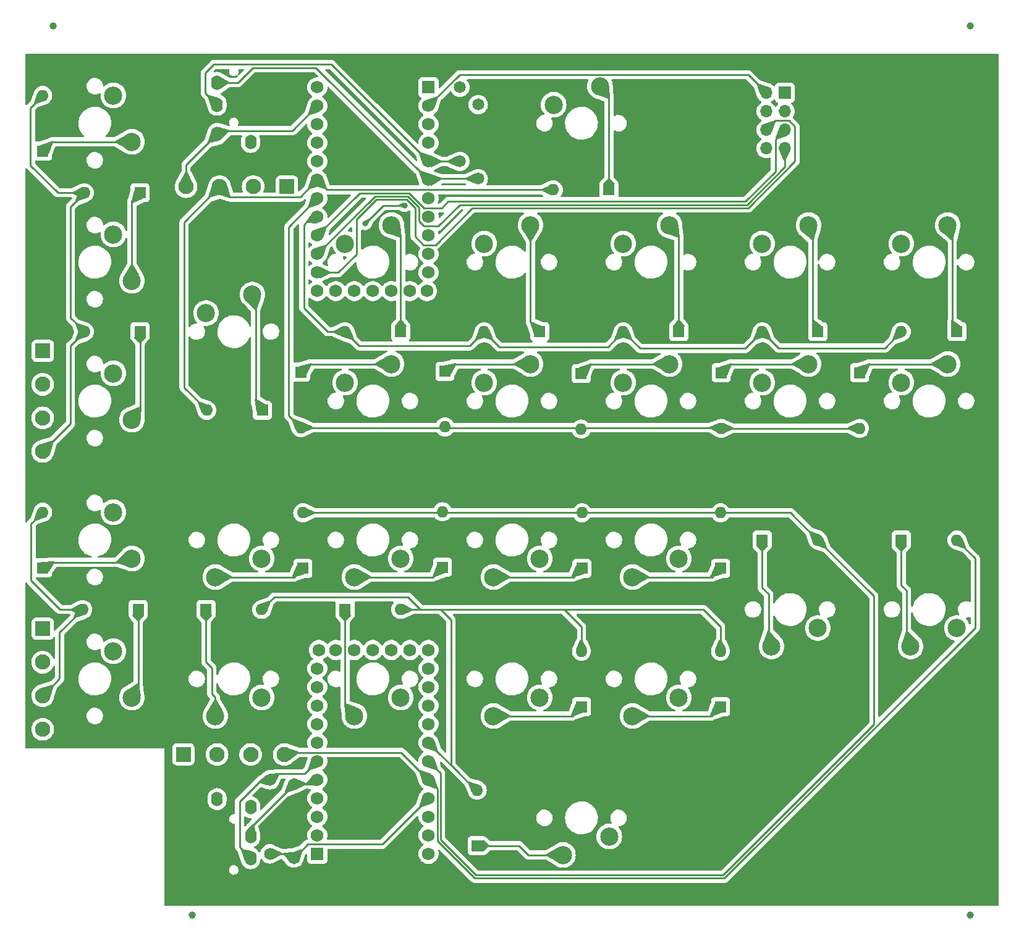
<source format=gtl>
%TF.GenerationSoftware,KiCad,Pcbnew,7.0.10*%
%TF.CreationDate,2024-02-04T21:18:14-08:00*%
%TF.ProjectId,oddball_steno,6f646462-616c-46c5-9f73-74656e6f2e6b,rev?*%
%TF.SameCoordinates,Original*%
%TF.FileFunction,Copper,L1,Top*%
%TF.FilePolarity,Positive*%
%FSLAX46Y46*%
G04 Gerber Fmt 4.6, Leading zero omitted, Abs format (unit mm)*
G04 Created by KiCad (PCBNEW 7.0.10) date 2024-02-04 21:18:14*
%MOMM*%
%LPD*%
G01*
G04 APERTURE LIST*
G04 Aperture macros list*
%AMRoundRect*
0 Rectangle with rounded corners*
0 $1 Rounding radius*
0 $2 $3 $4 $5 $6 $7 $8 $9 X,Y pos of 4 corners*
0 Add a 4 corners polygon primitive as box body*
4,1,4,$2,$3,$4,$5,$6,$7,$8,$9,$2,$3,0*
0 Add four circle primitives for the rounded corners*
1,1,$1+$1,$2,$3*
1,1,$1+$1,$4,$5*
1,1,$1+$1,$6,$7*
1,1,$1+$1,$8,$9*
0 Add four rect primitives between the rounded corners*
20,1,$1+$1,$2,$3,$4,$5,0*
20,1,$1+$1,$4,$5,$6,$7,0*
20,1,$1+$1,$6,$7,$8,$9,0*
20,1,$1+$1,$8,$9,$2,$3,0*%
G04 Aperture macros list end*
%TA.AperFunction,SMDPad,CuDef*%
%ADD10C,1.000000*%
%TD*%
%TA.AperFunction,ComponentPad*%
%ADD11C,2.500000*%
%TD*%
%TA.AperFunction,ComponentPad*%
%ADD12RoundRect,0.250001X-0.799999X-0.799999X0.799999X-0.799999X0.799999X0.799999X-0.799999X0.799999X0*%
%TD*%
%TA.AperFunction,ComponentPad*%
%ADD13C,2.100000*%
%TD*%
%TA.AperFunction,ComponentPad*%
%ADD14O,1.600000X1.600000*%
%TD*%
%TA.AperFunction,ComponentPad*%
%ADD15R,1.600000X1.600000*%
%TD*%
%TA.AperFunction,ComponentPad*%
%ADD16RoundRect,0.250001X-0.799999X0.799999X-0.799999X-0.799999X0.799999X-0.799999X0.799999X0.799999X0*%
%TD*%
%TA.AperFunction,ComponentPad*%
%ADD17R,1.752600X1.752600*%
%TD*%
%TA.AperFunction,ComponentPad*%
%ADD18C,1.752600*%
%TD*%
%TA.AperFunction,ComponentPad*%
%ADD19O,1.700000X1.700000*%
%TD*%
%TA.AperFunction,ComponentPad*%
%ADD20R,1.700000X1.700000*%
%TD*%
%TA.AperFunction,ComponentPad*%
%ADD21C,1.651000*%
%TD*%
%TA.AperFunction,ComponentPad*%
%ADD22RoundRect,0.250001X0.799999X0.799999X-0.799999X0.799999X-0.799999X-0.799999X0.799999X-0.799999X0*%
%TD*%
%TA.AperFunction,ComponentPad*%
%ADD23O,1.600000X2.000000*%
%TD*%
%TA.AperFunction,ViaPad*%
%ADD24C,0.800000*%
%TD*%
%TA.AperFunction,Conductor*%
%ADD25C,0.250000*%
%TD*%
G04 APERTURE END LIST*
D10*
%TO.P,REF\u002A\u002A,*%
%TO.N,*%
X99225500Y-145140625D03*
%TD*%
%TO.P,REF\u002A\u002A,*%
%TO.N,*%
X80160500Y-23270625D03*
%TD*%
%TO.P,REF\u002A\u002A,*%
%TO.N,*%
X205825500Y-145140625D03*
%TD*%
%TO.P,REF\u002A\u002A,*%
%TO.N,*%
X205825500Y-23270625D03*
%TD*%
D11*
%TO.P,S25,2,2*%
%TO.N,Net-(D25-K)*%
X90930500Y-58170625D03*
%TO.P,S25,1,1*%
%TO.N,t_col2*%
X88390500Y-51820625D03*
%TD*%
%TO.P,S7,1,1*%
%TO.N,l_col2*%
X165860500Y-96270625D03*
%TO.P,S7,2,2*%
%TO.N,Net-(D7-K)*%
X159510500Y-98810625D03*
%TD*%
%TO.P,S26,2,2*%
%TO.N,Net-(D26-K)*%
X90930500Y-77220625D03*
%TO.P,S26,1,1*%
%TO.N,t_col3*%
X88390500Y-70870625D03*
%TD*%
%TO.P,S17,2,2*%
%TO.N,Net-(D17-K)*%
X126490500Y-69600625D03*
%TO.P,S17,1,1*%
%TO.N,r_col1*%
X120140500Y-72140625D03*
%TD*%
%TO.P,S27,1,1*%
%TO.N,t_col4*%
X88390500Y-89920625D03*
%TO.P,S27,2,2*%
%TO.N,Net-(D27-K)*%
X90930500Y-96270625D03*
%TD*%
%TO.P,S16,2,2*%
%TO.N,Net-(D16-K)*%
X202690500Y-50550625D03*
%TO.P,S16,1,1*%
%TO.N,r_col5*%
X196340500Y-53090625D03*
%TD*%
%TO.P,S5,1,1*%
%TO.N,l_col5*%
X108710500Y-115320625D03*
%TO.P,S5,2,2*%
%TO.N,Net-(D5-K)*%
X102360500Y-117860625D03*
%TD*%
%TO.P,S24,2,2*%
%TO.N,Net-(D24-K)*%
X90930500Y-39120625D03*
%TO.P,S24,1,1*%
%TO.N,t_col1*%
X88390500Y-32770625D03*
%TD*%
%TO.P,S1,1,1*%
%TO.N,l_col1*%
X156335500Y-134370625D03*
%TO.P,S1,2,2*%
%TO.N,Net-(D1-K)*%
X149985500Y-136910625D03*
%TD*%
%TO.P,S23,2,2*%
%TO.N,Net-(D23-K)*%
X155065500Y-31500625D03*
%TO.P,S23,1,1*%
%TO.N,r_col5*%
X148715500Y-34040625D03*
%TD*%
%TO.P,S22,2,2*%
%TO.N,Net-(D22-K)*%
X107440500Y-60075625D03*
%TO.P,S22,1,1*%
%TO.N,r_col4*%
X101090500Y-62615625D03*
%TD*%
%TO.P,S6,1,1*%
%TO.N,l_col1*%
X184910500Y-105795625D03*
%TO.P,S6,2,2*%
%TO.N,Net-(D6-K)*%
X178560500Y-108335625D03*
%TD*%
%TO.P,S12,2,2*%
%TO.N,Net-(D12-K)*%
X126490500Y-50550625D03*
%TO.P,S12,1,1*%
%TO.N,r_col1*%
X120140500Y-53090625D03*
%TD*%
%TO.P,S28,1,1*%
%TO.N,t_col5*%
X88390500Y-108970625D03*
%TO.P,S28,2,2*%
%TO.N,Net-(D28-K)*%
X90930500Y-115320625D03*
%TD*%
%TO.P,S11,1,1*%
%TO.N,l_col1*%
X203960500Y-105795625D03*
%TO.P,S11,2,2*%
%TO.N,Net-(D11-K)*%
X197610500Y-108335625D03*
%TD*%
%TO.P,S8,1,1*%
%TO.N,l_col3*%
X146810500Y-96270625D03*
%TO.P,S8,2,2*%
%TO.N,Net-(D8-K)*%
X140460500Y-98810625D03*
%TD*%
%TO.P,S15,2,2*%
%TO.N,Net-(D15-K)*%
X183640500Y-50550625D03*
%TO.P,S15,1,1*%
%TO.N,r_col4*%
X177290500Y-53090625D03*
%TD*%
%TO.P,S2,1,1*%
%TO.N,l_col2*%
X165860500Y-115320625D03*
%TO.P,S2,2,2*%
%TO.N,Net-(D2-K)*%
X159510500Y-117860625D03*
%TD*%
%TO.P,S18,2,2*%
%TO.N,Net-(D18-K)*%
X145540500Y-69600625D03*
%TO.P,S18,1,1*%
%TO.N,r_col2*%
X139190500Y-72140625D03*
%TD*%
%TO.P,S14,2,2*%
%TO.N,Net-(D14-K)*%
X164590500Y-50550625D03*
%TO.P,S14,1,1*%
%TO.N,r_col3*%
X158240500Y-53090625D03*
%TD*%
%TO.P,S9,1,1*%
%TO.N,l_col4*%
X127760500Y-96270625D03*
%TO.P,S9,2,2*%
%TO.N,Net-(D9-K)*%
X121410500Y-98810625D03*
%TD*%
%TO.P,S21,2,2*%
%TO.N,Net-(D21-K)*%
X202690500Y-69600625D03*
%TO.P,S21,1,1*%
%TO.N,r_col5*%
X196340500Y-72140625D03*
%TD*%
%TO.P,S19,2,2*%
%TO.N,Net-(D19-K)*%
X164590500Y-69600625D03*
%TO.P,S19,1,1*%
%TO.N,r_col3*%
X158240500Y-72140625D03*
%TD*%
%TO.P,S13,2,2*%
%TO.N,Net-(D13-K)*%
X145540500Y-50550625D03*
%TO.P,S13,1,1*%
%TO.N,r_col2*%
X139190500Y-53090625D03*
%TD*%
D12*
%TO.P,J2,1,Pin_1*%
%TO.N,l_col5*%
X98000500Y-123136875D03*
D13*
%TO.P,J2,2,Pin_2*%
%TO.N,l_col4*%
X102600500Y-123136875D03*
%TO.P,J2,3,Pin_3*%
%TO.N,l_col3*%
X107200500Y-123136875D03*
%TO.P,J2,4,Pin_4*%
%TO.N,l_row3*%
X111800500Y-123136875D03*
%TD*%
D11*
%TO.P,S3,1,1*%
%TO.N,l_col3*%
X146810500Y-115320625D03*
%TO.P,S3,2,2*%
%TO.N,Net-(D3-K)*%
X140460500Y-117860625D03*
%TD*%
%TO.P,S10,1,1*%
%TO.N,l_col5*%
X108710500Y-96270625D03*
%TO.P,S10,2,2*%
%TO.N,Net-(D10-K)*%
X102360500Y-98810625D03*
%TD*%
%TO.P,S4,1,1*%
%TO.N,l_col4*%
X127760500Y-115320625D03*
%TO.P,S4,2,2*%
%TO.N,Net-(D4-K)*%
X121410500Y-117860625D03*
%TD*%
%TO.P,S20,2,2*%
%TO.N,Net-(D20-K)*%
X183640500Y-69600625D03*
%TO.P,S20,1,1*%
%TO.N,r_col4*%
X177290500Y-72140625D03*
%TD*%
D14*
%TO.P,D21,2,A*%
%TO.N,r_row2*%
X190625500Y-78415625D03*
D15*
%TO.P,D21,1,K*%
%TO.N,Net-(D21-K)*%
X190625500Y-70795625D03*
%TD*%
D16*
%TO.P,J6,1,Pin_1*%
%TO.N,t_col4*%
X78706750Y-105880625D03*
D13*
%TO.P,J6,2,Pin_2*%
%TO.N,t_col5*%
X78706750Y-110480625D03*
%TO.P,J6,3,Pin_3*%
%TO.N,t_row2*%
X78706750Y-115080625D03*
%TO.P,J6,4,Pin_4*%
%TO.N,t_gnd*%
X78706750Y-119680625D03*
%TD*%
D17*
%TO.P,U1,1,TX0/PD3*%
%TO.N,unconnected-(U1-TX0{slash}PD3-Pad1)*%
X116330500Y-136751875D03*
D18*
%TO.P,U1,2,RX1/PD2*%
%TO.N,unconnected-(U1-RX1{slash}PD2-Pad2)*%
X116330500Y-134211875D03*
%TO.P,U1,3,GND*%
%TO.N,unconnected-(U1-GND-Pad3)*%
X116330500Y-131671875D03*
%TO.P,U1,4,GND*%
%TO.N,unconnected-(U1-GND-Pad4)*%
X116330500Y-129131875D03*
%TO.P,U1,5,2/PD1*%
%TO.N,l_data2*%
X116330500Y-126591875D03*
%TO.P,U1,6,3/PD0*%
%TO.N,l_data1*%
X116330500Y-124051875D03*
%TO.P,U1,7,4/PD4*%
%TO.N,unconnected-(U1-4{slash}PD4-Pad7)*%
X116330500Y-121511875D03*
%TO.P,U1,8,5/PC6*%
%TO.N,unconnected-(U1-5{slash}PC6-Pad8)*%
X116330500Y-118971875D03*
%TO.P,U1,9,6/PD7*%
%TO.N,l_col3*%
X116330500Y-116431875D03*
%TO.P,U1,10,7/PE6*%
%TO.N,l_col4*%
X116330500Y-113891875D03*
%TO.P,U1,11,8/PB4*%
%TO.N,l_col5*%
X116330500Y-111351875D03*
%TO.P,U1,12,9/PB5*%
%TO.N,unconnected-(U1-9{slash}PB5-Pad12)*%
X116559100Y-108811875D03*
%TO.P,U1,13,10/PB6*%
%TO.N,unconnected-(U1-10{slash}PB6-Pad13)*%
X131570500Y-108811875D03*
%TO.P,U1,14,16/PB2*%
%TO.N,unconnected-(U1-16{slash}PB2-Pad14)*%
X131570500Y-111351875D03*
%TO.P,U1,15,14/PB3*%
%TO.N,unconnected-(U1-14{slash}PB3-Pad15)*%
X131570500Y-113891875D03*
%TO.P,U1,16,15/PB1*%
%TO.N,l_col2*%
X131570500Y-116431875D03*
%TO.P,U1,17,A0/PF7*%
%TO.N,l_col1*%
X131570500Y-118971875D03*
%TO.P,U1,18,A1/PF6*%
%TO.N,l_row1*%
X131570500Y-121511875D03*
%TO.P,U1,19,A2/PF5*%
%TO.N,l_row2*%
X131570500Y-124051875D03*
%TO.P,U1,20,A3/PF4*%
%TO.N,l_row3*%
X131570500Y-126591875D03*
%TO.P,U1,21,VCC*%
%TO.N,l_vcc*%
X131570500Y-129131875D03*
%TO.P,U1,22,RST*%
%TO.N,Net-(SW1-A)*%
X131570500Y-131671875D03*
%TO.P,U1,23,GND*%
%TO.N,l_gnd*%
X131570500Y-134211875D03*
%TO.P,U1,24,B0*%
%TO.N,unconnected-(U1-B0-Pad24)*%
X131570500Y-136751875D03*
%TO.P,U1,25,B7*%
%TO.N,unconnected-(U1-B7-Pad25)*%
X118870500Y-108811875D03*
%TO.P,U1,26,D5*%
%TO.N,unconnected-(U1-D5-Pad26)*%
X121410500Y-108811875D03*
%TO.P,U1,27,C7*%
%TO.N,unconnected-(U1-C7-Pad27)*%
X123950500Y-108811875D03*
%TO.P,U1,28,F1*%
%TO.N,unconnected-(U1-F1-Pad28)*%
X126490500Y-108811875D03*
%TO.P,U1,29,F0*%
%TO.N,unconnected-(U1-F0-Pad29)*%
X129030500Y-108811875D03*
%TD*%
D15*
%TO.P,D1,1,K*%
%TO.N,Net-(D1-K)*%
X138238000Y-135640625D03*
D14*
%TO.P,D1,2,A*%
%TO.N,l_row1*%
X138238000Y-128020625D03*
%TD*%
D15*
%TO.P,D3,1,K*%
%TO.N,Net-(D3-K)*%
X152525500Y-116590625D03*
D14*
%TO.P,D3,2,A*%
%TO.N,l_row1*%
X152525500Y-108970625D03*
%TD*%
%TO.P,D19,2,A*%
%TO.N,r_row2*%
X152475500Y-78515625D03*
D15*
%TO.P,D19,1,K*%
%TO.N,Net-(D19-K)*%
X152475500Y-70895625D03*
%TD*%
D19*
%TO.P,J3,8,Pin_8*%
%TO.N,r_vcc*%
X177835500Y-40025625D03*
%TO.P,J3,7,Pin_7*%
%TO.N,miso*%
X180375500Y-40025625D03*
%TO.P,J3,6,Pin_6*%
%TO.N,mosi*%
X177835500Y-37485625D03*
%TO.P,J3,5,Pin_5*%
%TO.N,sclk*%
X180375500Y-37485625D03*
%TO.P,J3,4,Pin_4*%
%TO.N,unconnected-(J3-Pin_4-Pad4)*%
X177835500Y-34945625D03*
%TO.P,J3,3,Pin_3*%
%TO.N,r_gnd*%
X180375500Y-34945625D03*
%TO.P,J3,2,Pin_2*%
%TO.N,motion*%
X177835500Y-32405625D03*
D20*
%TO.P,J3,1,Pin_1*%
%TO.N,ss*%
X180375500Y-32405625D03*
%TD*%
D15*
%TO.P,D10,1,K*%
%TO.N,Net-(D10-K)*%
X114336750Y-97615625D03*
D14*
%TO.P,D10,2,A*%
%TO.N,l_row2*%
X114336750Y-89995625D03*
%TD*%
%TO.P,D13,2,A*%
%TO.N,r_row1*%
X139190500Y-65155625D03*
D15*
%TO.P,D13,1,K*%
%TO.N,Net-(D13-K)*%
X146810500Y-65155625D03*
%TD*%
D14*
%TO.P,D22,2,A*%
%TO.N,r_row3*%
X101188000Y-75930625D03*
D15*
%TO.P,D22,1,K*%
%TO.N,Net-(D22-K)*%
X108808000Y-75930625D03*
%TD*%
D14*
%TO.P,D17,2,A*%
%TO.N,r_row2*%
X114075500Y-78315625D03*
D15*
%TO.P,D17,1,K*%
%TO.N,Net-(D17-K)*%
X114075500Y-70695625D03*
%TD*%
%TO.P,D27,1,K*%
%TO.N,Net-(D27-K)*%
X78706750Y-97540625D03*
D14*
%TO.P,D27,2,A*%
%TO.N,t_row2*%
X78706750Y-89920625D03*
%TD*%
%TO.P,D15,2,A*%
%TO.N,r_row1*%
X177290500Y-65155625D03*
D15*
%TO.P,D15,1,K*%
%TO.N,Net-(D15-K)*%
X184910500Y-65155625D03*
%TD*%
D21*
%TO.P,R4,1*%
%TO.N,l_vcc*%
X109836750Y-136766875D03*
%TO.P,R4,2*%
%TO.N,l_data1*%
X109836750Y-126606875D03*
%TD*%
%TO.P,R3,1*%
%TO.N,l_data2*%
X113125500Y-127175625D03*
%TO.P,R3,2*%
%TO.N,l_vcc*%
X113125500Y-137335625D03*
%TD*%
D14*
%TO.P,D16,2,A*%
%TO.N,r_row1*%
X196340500Y-65155625D03*
D15*
%TO.P,D16,1,K*%
%TO.N,Net-(D16-K)*%
X203960500Y-65155625D03*
%TD*%
%TO.P,D6,1,K*%
%TO.N,Net-(D6-K)*%
X177290500Y-93730625D03*
D14*
%TO.P,D6,2,A*%
%TO.N,l_row2*%
X184910500Y-93730625D03*
%TD*%
%TO.P,D20,2,A*%
%TO.N,r_row2*%
X171675500Y-78415625D03*
D15*
%TO.P,D20,1,K*%
%TO.N,Net-(D20-K)*%
X171675500Y-70795625D03*
%TD*%
%TO.P,D9,1,K*%
%TO.N,Net-(D9-K)*%
X133486750Y-97465625D03*
D14*
%TO.P,D9,2,A*%
%TO.N,l_row2*%
X133486750Y-89845625D03*
%TD*%
D21*
%TO.P,R1,2*%
%TO.N,r_vcc*%
X135856750Y-31644375D03*
%TO.P,R1,1*%
%TO.N,r_data2*%
X135856750Y-41804375D03*
%TD*%
D15*
%TO.P,D28,1,K*%
%TO.N,Net-(D28-K)*%
X91800500Y-103255625D03*
D14*
%TO.P,D28,2,A*%
%TO.N,t_row2*%
X84180500Y-103255625D03*
%TD*%
D15*
%TO.P,D4,1,K*%
%TO.N,Net-(D4-K)*%
X120140500Y-103255625D03*
D14*
%TO.P,D4,2,A*%
%TO.N,l_row1*%
X127760500Y-103255625D03*
%TD*%
D21*
%TO.P,R2,2*%
%TO.N,r_data1*%
X138381750Y-44185625D03*
%TO.P,R2,1*%
%TO.N,r_vcc*%
X138381750Y-34025625D03*
%TD*%
D14*
%TO.P,D26,2,A*%
%TO.N,t_row1*%
X84421750Y-65155625D03*
D15*
%TO.P,D26,1,K*%
%TO.N,Net-(D26-K)*%
X92041750Y-65155625D03*
%TD*%
D18*
%TO.P,U3,29,F0*%
%TO.N,unconnected-(U3-F0-Pad29)*%
X118870500Y-59599375D03*
%TO.P,U3,28,F1*%
%TO.N,unconnected-(U3-F1-Pad28)*%
X121410500Y-59599375D03*
%TO.P,U3,27,C7*%
%TO.N,unconnected-(U3-C7-Pad27)*%
X123950500Y-59599375D03*
%TO.P,U3,26,D5*%
%TO.N,unconnected-(U3-D5-Pad26)*%
X126490500Y-59599375D03*
%TO.P,U3,25,B7*%
%TO.N,unconnected-(U3-B7-Pad25)*%
X129030500Y-59599375D03*
%TO.P,U3,24,B0*%
%TO.N,ss*%
X116330500Y-31659375D03*
%TO.P,U3,23,GND*%
%TO.N,r_gnd*%
X116330500Y-34199375D03*
%TO.P,U3,22,RST*%
%TO.N,Net-(SW2-A)*%
X116330500Y-36739375D03*
%TO.P,U3,21,VCC*%
%TO.N,r_vcc*%
X116330500Y-39279375D03*
%TO.P,U3,20,A3/PF4*%
%TO.N,unconnected-(U3-A3{slash}PF4-Pad20)*%
X116330500Y-41819375D03*
%TO.P,U3,19,A2/PF5*%
%TO.N,r_row3*%
X116330500Y-44359375D03*
%TO.P,U3,18,A1/PF6*%
%TO.N,r_row2*%
X116330500Y-46899375D03*
%TO.P,U3,17,A0/PF7*%
%TO.N,r_row1*%
X116330500Y-49439375D03*
%TO.P,U3,16,15/PB1*%
%TO.N,sclk*%
X116330500Y-51979375D03*
%TO.P,U3,15,14/PB3*%
%TO.N,miso*%
X116330500Y-54519375D03*
%TO.P,U3,14,16/PB2*%
%TO.N,mosi*%
X116330500Y-57059375D03*
%TO.P,U3,13,10/PB6*%
%TO.N,unconnected-(U3-10{slash}PB6-Pad13)*%
X116330500Y-59599375D03*
%TO.P,U3,12,9/PB5*%
%TO.N,unconnected-(U3-9{slash}PB5-Pad12)*%
X131341900Y-59599375D03*
%TO.P,U3,11,8/PB4*%
%TO.N,r_col2*%
X131570500Y-57059375D03*
%TO.P,U3,10,7/PE6*%
%TO.N,r_col3*%
X131570500Y-54519375D03*
%TO.P,U3,9,6/PD7*%
%TO.N,r_col4*%
X131570500Y-51979375D03*
%TO.P,U3,8,5/PC6*%
%TO.N,r_col5*%
X131570500Y-49439375D03*
%TO.P,U3,7,4/PD4*%
%TO.N,r_col1*%
X131570500Y-46899375D03*
%TO.P,U3,6,3/PD0*%
%TO.N,r_data1*%
X131570500Y-44359375D03*
%TO.P,U3,5,2/PD1*%
%TO.N,r_data2*%
X131570500Y-41819375D03*
%TO.P,U3,4,GND*%
%TO.N,unconnected-(U3-GND-Pad4)*%
X131570500Y-39279375D03*
%TO.P,U3,3,GND*%
%TO.N,unconnected-(U3-GND-Pad3)*%
X131570500Y-36739375D03*
%TO.P,U3,2,RX1/PD2*%
%TO.N,motion*%
X131570500Y-34199375D03*
D17*
%TO.P,U3,1,TX0/PD3*%
%TO.N,unconnected-(U3-TX0{slash}PD3-Pad1)*%
X131570500Y-31659375D03*
%TD*%
D15*
%TO.P,D8,1,K*%
%TO.N,Net-(D8-K)*%
X152586750Y-97615625D03*
D14*
%TO.P,D8,2,A*%
%TO.N,l_row2*%
X152586750Y-89995625D03*
%TD*%
%TO.P,D18,2,A*%
%TO.N,r_row2*%
X133825500Y-78215625D03*
D15*
%TO.P,D18,1,K*%
%TO.N,Net-(D18-K)*%
X133825500Y-70595625D03*
%TD*%
D14*
%TO.P,D25,2,A*%
%TO.N,t_row1*%
X84421750Y-46105625D03*
D15*
%TO.P,D25,1,K*%
%TO.N,Net-(D25-K)*%
X92041750Y-46105625D03*
%TD*%
D13*
%TO.P,J4,4,Pin_4*%
%TO.N,r_gnd*%
X98350500Y-45274375D03*
%TO.P,J4,3,Pin_3*%
%TO.N,r_row3*%
X102950500Y-45274375D03*
%TO.P,J4,2,Pin_2*%
%TO.N,r_col1*%
X107550500Y-45274375D03*
D22*
%TO.P,J4,1,Pin_1*%
%TO.N,r_col2*%
X112150500Y-45274375D03*
%TD*%
D15*
%TO.P,D11,1,K*%
%TO.N,Net-(D11-K)*%
X196340500Y-93730625D03*
D14*
%TO.P,D11,2,A*%
%TO.N,l_row3*%
X203960500Y-93730625D03*
%TD*%
%TO.P,D23,2,A*%
%TO.N,r_row3*%
X148665500Y-45705625D03*
D15*
%TO.P,D23,1,K*%
%TO.N,Net-(D23-K)*%
X156285500Y-45705625D03*
%TD*%
D23*
%TO.P,U4,4,RING2*%
%TO.N,r_data1*%
X102600500Y-31049375D03*
%TO.P,U4,3,RING1*%
%TO.N,r_data2*%
X102600500Y-34049375D03*
%TO.P,U4,2,TIP*%
%TO.N,r_gnd*%
X102600500Y-38049375D03*
%TO.P,U4,1,SLEEVE*%
%TO.N,r_vcc*%
X107200500Y-39149375D03*
%TD*%
D15*
%TO.P,D2,1,K*%
%TO.N,Net-(D2-K)*%
X171575500Y-116590625D03*
D14*
%TO.P,D2,2,A*%
%TO.N,l_row1*%
X171575500Y-108970625D03*
%TD*%
D15*
%TO.P,D7,1,K*%
%TO.N,Net-(D7-K)*%
X171586750Y-97615625D03*
D14*
%TO.P,D7,2,A*%
%TO.N,l_row2*%
X171586750Y-89995625D03*
%TD*%
%TO.P,D14,2,A*%
%TO.N,r_row1*%
X158240500Y-65155625D03*
D15*
%TO.P,D14,1,K*%
%TO.N,Net-(D14-K)*%
X165860500Y-65155625D03*
%TD*%
D14*
%TO.P,D24,2,A*%
%TO.N,t_row1*%
X78706750Y-32770625D03*
D15*
%TO.P,D24,1,K*%
%TO.N,Net-(D24-K)*%
X78706750Y-40390625D03*
%TD*%
D13*
%TO.P,J5,4,Pin_4*%
%TO.N,t_row1*%
X78706750Y-81580625D03*
%TO.P,J5,3,Pin_3*%
%TO.N,t_col3*%
X78706750Y-76980625D03*
%TO.P,J5,2,Pin_2*%
%TO.N,t_col2*%
X78706750Y-72380625D03*
D16*
%TO.P,J5,1,Pin_1*%
%TO.N,t_col1*%
X78706750Y-67780625D03*
%TD*%
D15*
%TO.P,D5,1,K*%
%TO.N,Net-(D5-K)*%
X101090500Y-103255625D03*
D14*
%TO.P,D5,2,A*%
%TO.N,l_row1*%
X108710500Y-103255625D03*
%TD*%
%TO.P,D12,2,A*%
%TO.N,r_row1*%
X120140500Y-65155625D03*
D15*
%TO.P,D12,1,K*%
%TO.N,Net-(D12-K)*%
X127760500Y-65155625D03*
%TD*%
D23*
%TO.P,U2,1,SLEEVE*%
%TO.N,l_vcc*%
X102600500Y-129261875D03*
%TO.P,U2,2,TIP*%
%TO.N,l_gnd*%
X107200500Y-130361875D03*
%TO.P,U2,3,RING1*%
%TO.N,l_data2*%
X107200500Y-134361875D03*
%TO.P,U2,4,RING2*%
%TO.N,l_data1*%
X107200500Y-137361875D03*
%TD*%
D24*
%TO.N,r_col1*%
X122900500Y-50330625D03*
X128326451Y-47854674D03*
%TD*%
D25*
%TO.N,Net-(D1-K)*%
X145223000Y-136910625D02*
X143953000Y-135640625D01*
X143953000Y-135640625D02*
X138238000Y-135640625D01*
X149985500Y-136910625D02*
X145223000Y-136910625D01*
%TO.N,Net-(D2-K)*%
X170305500Y-117860625D02*
X159510500Y-117860625D01*
X171575500Y-116590625D02*
X170305500Y-117860625D01*
%TO.N,Net-(D3-K)*%
X152525500Y-116590625D02*
X151255500Y-117860625D01*
X151255500Y-117860625D02*
X140460500Y-117860625D01*
%TO.N,Net-(D4-K)*%
X120140500Y-103255625D02*
X120140500Y-116590625D01*
X120140500Y-116590625D02*
X121410500Y-117860625D01*
%TO.N,Net-(D5-K)*%
X101875500Y-111255625D02*
X101875500Y-114805625D01*
X102360500Y-115290625D02*
X102360500Y-117860625D01*
X101090500Y-110470625D02*
X101875500Y-111255625D01*
X101090500Y-103255625D02*
X101090500Y-110470625D01*
X101875500Y-114805625D02*
X102360500Y-115290625D01*
%TO.N,Net-(D6-K)*%
X177290500Y-93730625D02*
X177290500Y-100270625D01*
X178175500Y-101155625D02*
X178175500Y-107950625D01*
X177290500Y-100270625D02*
X178175500Y-101155625D01*
X177290500Y-93730625D02*
X177875500Y-94315625D01*
X177875500Y-107650625D02*
X178560500Y-108335625D01*
X178175500Y-107950625D02*
X178560500Y-108335625D01*
%TO.N,Net-(D7-K)*%
X171586750Y-97615625D02*
X170391750Y-98810625D01*
X170391750Y-98810625D02*
X159510500Y-98810625D01*
%TO.N,Net-(D8-K)*%
X151391750Y-98810625D02*
X140460500Y-98810625D01*
X152586750Y-97615625D02*
X151391750Y-98810625D01*
%TO.N,Net-(D9-K)*%
X133486750Y-97465625D02*
X132141750Y-98810625D01*
X132141750Y-98810625D02*
X121410500Y-98810625D01*
%TO.N,Net-(D10-K)*%
X114336750Y-97615625D02*
X113141750Y-98810625D01*
X113141750Y-98810625D02*
X102360500Y-98810625D01*
%TO.N,Net-(D11-K)*%
X196340500Y-93730625D02*
X196340500Y-99920625D01*
X196340500Y-99920625D02*
X197075500Y-100655625D01*
X197075500Y-107800625D02*
X197610500Y-108335625D01*
X197075500Y-100655625D02*
X197075500Y-107800625D01*
%TO.N,Net-(D12-K)*%
X127760500Y-51820625D02*
X126490500Y-50550625D01*
X127760500Y-65155625D02*
X127760500Y-51820625D01*
%TO.N,Net-(D13-K)*%
X145540500Y-63885625D02*
X146810500Y-65155625D01*
X145540500Y-50550625D02*
X145540500Y-63885625D01*
%TO.N,Net-(D14-K)*%
X165860500Y-51820625D02*
X164590500Y-50550625D01*
X165860500Y-65155625D02*
X165860500Y-51820625D01*
%TO.N,Net-(D15-K)*%
X184225500Y-51135625D02*
X183640500Y-50550625D01*
X184910500Y-65155625D02*
X184225500Y-64470625D01*
X184225500Y-64470625D02*
X184225500Y-51135625D01*
%TO.N,Net-(D16-K)*%
X203960500Y-65155625D02*
X203325500Y-64520625D01*
X203325500Y-51185625D02*
X202690500Y-50550625D01*
X203325500Y-64520625D02*
X203325500Y-51185625D01*
%TO.N,Net-(D17-K)*%
X114075500Y-70695625D02*
X115170500Y-69600625D01*
X115170500Y-69600625D02*
X126490500Y-69600625D01*
%TO.N,Net-(D18-K)*%
X133825500Y-70595625D02*
X134820500Y-69600625D01*
X134820500Y-69600625D02*
X145540500Y-69600625D01*
%TO.N,Net-(D19-K)*%
X152475500Y-70895625D02*
X153770500Y-69600625D01*
X153770500Y-69600625D02*
X164590500Y-69600625D01*
%TO.N,Net-(D20-K)*%
X172870500Y-69600625D02*
X183640500Y-69600625D01*
X171675500Y-70795625D02*
X172870500Y-69600625D01*
%TO.N,Net-(D21-K)*%
X191820500Y-69600625D02*
X202690500Y-69600625D01*
X190625500Y-70795625D02*
X191820500Y-69600625D01*
%TO.N,Net-(D22-K)*%
X107875500Y-74998125D02*
X108808000Y-75930625D01*
X107875500Y-60510625D02*
X107875500Y-74998125D01*
X107440500Y-60075625D02*
X107875500Y-60510625D01*
%TO.N,Net-(D23-K)*%
X156285500Y-32720625D02*
X155065500Y-31500625D01*
X156285500Y-45705625D02*
X156285500Y-32720625D01*
%TO.N,Net-(D24-K)*%
X79976750Y-39120625D02*
X78706750Y-40390625D01*
X90930500Y-39120625D02*
X79976750Y-39120625D01*
%TO.N,Net-(D25-K)*%
X90930500Y-47216875D02*
X92041750Y-46105625D01*
X90930500Y-58170625D02*
X90930500Y-47216875D01*
%TO.N,Net-(D26-K)*%
X92041750Y-65155625D02*
X92041750Y-76109375D01*
X92041750Y-76109375D02*
X90930500Y-77220625D01*
%TO.N,Net-(D27-K)*%
X79448000Y-96799375D02*
X90401750Y-96799375D01*
X90401750Y-96799375D02*
X90930500Y-96270625D01*
X78706750Y-97540625D02*
X79448000Y-96799375D01*
%TO.N,Net-(D28-K)*%
X91800500Y-114450625D02*
X90930500Y-115320625D01*
X91800500Y-103255625D02*
X91800500Y-114450625D01*
%TO.N,motion*%
X175355500Y-29925625D02*
X135844250Y-29925625D01*
X135844250Y-29925625D02*
X131570500Y-34199375D01*
X177835500Y-32405625D02*
X175355500Y-29925625D01*
%TO.N,sclk*%
X175002708Y-47305625D02*
X179075500Y-43232833D01*
X130975500Y-48205625D02*
X133375500Y-48205625D01*
X128917950Y-46148075D02*
X130975500Y-48205625D01*
X122161800Y-46148075D02*
X128917950Y-46148075D01*
X179075500Y-43232833D02*
X179075500Y-38785625D01*
X179075500Y-38785625D02*
X180375500Y-37485625D01*
X133375500Y-48205625D02*
X134275500Y-47305625D01*
X134275500Y-47305625D02*
X175002708Y-47305625D01*
X116330500Y-51979375D02*
X122161800Y-46148075D01*
%TO.N,mosi*%
X175375500Y-48205625D02*
X181775500Y-41805625D01*
X181775500Y-41805625D02*
X181775500Y-37033924D01*
X181775500Y-37033924D02*
X180947201Y-36205625D01*
X129725500Y-48228417D02*
X129725500Y-52105625D01*
X121715500Y-54553392D02*
X121715500Y-49770771D01*
X129725500Y-52105625D02*
X130875500Y-53255625D01*
X119209517Y-57059375D02*
X121715500Y-54553392D01*
X124438196Y-47048075D02*
X128545158Y-47048075D01*
X180947201Y-36205625D02*
X179115500Y-36205625D01*
X130875500Y-53255625D02*
X132525500Y-53255625D01*
X121715500Y-49770771D02*
X124438196Y-47048075D01*
X128545158Y-47048075D02*
X129725500Y-48228417D01*
X132525500Y-53255625D02*
X137575500Y-48205625D01*
X179115500Y-36205625D02*
X177835500Y-37485625D01*
X116330500Y-57059375D02*
X119209517Y-57059375D01*
X137575500Y-48205625D02*
X175375500Y-48205625D01*
%TO.N,miso*%
X132875500Y-50705625D02*
X135825500Y-47755625D01*
X130225500Y-48092021D02*
X130225500Y-50005625D01*
X116330500Y-54519375D02*
X124251800Y-46598075D01*
X180375500Y-42569229D02*
X180375500Y-40025625D01*
X128731554Y-46598075D02*
X130225500Y-48092021D01*
X130225500Y-50005625D02*
X130925500Y-50705625D01*
X175189104Y-47755625D02*
X180375500Y-42569229D01*
X124251800Y-46598075D02*
X128731554Y-46598075D01*
X135825500Y-47755625D02*
X175189104Y-47755625D01*
X130925500Y-50705625D02*
X132875500Y-50705625D01*
%TO.N,l_row1*%
X133475500Y-103255625D02*
X150144250Y-103255625D01*
X169194250Y-103255625D02*
X171575500Y-105636875D01*
X171575500Y-105636875D02*
X171575500Y-108970625D01*
X110410500Y-101555625D02*
X108710500Y-103255625D01*
X130475500Y-103255625D02*
X128775500Y-101555625D01*
X135444875Y-125386250D02*
X138079250Y-128020625D01*
X128775500Y-101555625D02*
X110410500Y-101555625D01*
X150144250Y-103255625D02*
X169194250Y-103255625D01*
X135444875Y-125386250D02*
X134625500Y-124566875D01*
X138079250Y-128020625D02*
X138238000Y-128020625D01*
X131570500Y-121511875D02*
X132919875Y-122861250D01*
X152525500Y-105636875D02*
X152525500Y-108970625D01*
X133475500Y-103255625D02*
X133225500Y-103255625D01*
X150144250Y-103255625D02*
X152525500Y-105636875D01*
X132919875Y-122861250D02*
X135444875Y-125386250D01*
X133225500Y-103255625D02*
X130475500Y-103255625D01*
X134625500Y-104655625D02*
X133225500Y-103255625D01*
X134625500Y-124566875D02*
X134625500Y-104655625D01*
X133475500Y-103255625D02*
X127760500Y-103255625D01*
%TO.N,l_row2*%
X133221800Y-134815529D02*
X138061896Y-139655625D01*
X192586750Y-101406875D02*
X184910500Y-93730625D01*
X192586750Y-119007979D02*
X192586750Y-101406875D01*
X131570500Y-124051875D02*
X133221800Y-125703175D01*
X181175500Y-89995625D02*
X114336750Y-89995625D01*
X138061896Y-139655625D02*
X171939104Y-139655625D01*
X184910500Y-93730625D02*
X181175500Y-89995625D01*
X133221800Y-125703175D02*
X133221800Y-134815529D01*
X171939104Y-139655625D02*
X192586750Y-119007979D01*
%TO.N,l_row3*%
X112086800Y-122850575D02*
X111800500Y-123136875D01*
X127829200Y-122850575D02*
X112086800Y-122850575D01*
X132771800Y-135001925D02*
X132771800Y-127793175D01*
X172125500Y-140105625D02*
X137875500Y-140105625D01*
X131570500Y-126591875D02*
X127829200Y-122850575D01*
X206480500Y-105750625D02*
X172125500Y-140105625D01*
X132771800Y-127793175D02*
X131570500Y-126591875D01*
X203960500Y-93730625D02*
X206480500Y-96250625D01*
X206480500Y-96250625D02*
X206480500Y-105750625D01*
X137875500Y-140105625D02*
X132771800Y-135001925D01*
%TO.N,r_row1*%
X177290500Y-65155625D02*
X174990500Y-67455625D01*
X160540500Y-67455625D02*
X158240500Y-65155625D01*
X156140500Y-67255625D02*
X141290500Y-67255625D01*
X117725500Y-65155625D02*
X114475500Y-61905625D01*
X139190500Y-65155625D02*
X137240500Y-67105625D01*
X158240500Y-65155625D02*
X156140500Y-67255625D01*
X196340500Y-65155625D02*
X194090500Y-67405625D01*
X114475500Y-61905625D02*
X114475500Y-50505625D01*
X141290500Y-67255625D02*
X139190500Y-65155625D01*
X179540500Y-67405625D02*
X177290500Y-65155625D01*
X115541750Y-49439375D02*
X116330500Y-49439375D01*
X114475500Y-50505625D02*
X115541750Y-49439375D01*
X122090500Y-67105625D02*
X120140500Y-65155625D01*
X120140500Y-65155625D02*
X117725500Y-65155625D01*
X194090500Y-67405625D02*
X179540500Y-67405625D01*
X174990500Y-67455625D02*
X160540500Y-67455625D01*
X137240500Y-67105625D02*
X122090500Y-67105625D01*
%TO.N,r_row2*%
X114075500Y-78315625D02*
X112425500Y-76665625D01*
X114075500Y-78315625D02*
X171575500Y-78315625D01*
X171575500Y-78315625D02*
X171675500Y-78415625D01*
X171675500Y-78415625D02*
X190625500Y-78415625D01*
X112425500Y-76665625D02*
X112425500Y-50804375D01*
X112425500Y-50804375D02*
X116330500Y-46899375D01*
%TO.N,r_row3*%
X148657950Y-45698075D02*
X117669200Y-45698075D01*
X104381750Y-46705625D02*
X113984250Y-46705625D01*
X116330500Y-44359375D02*
X113984250Y-46705625D01*
X101188000Y-75930625D02*
X98075500Y-72818125D01*
X98075500Y-50149375D02*
X98075500Y-72818125D01*
X102950500Y-45274375D02*
X104381750Y-46705625D01*
X148665500Y-45705625D02*
X148657950Y-45698075D01*
X102950500Y-45274375D02*
X98075500Y-50149375D01*
X117669200Y-45698075D02*
X116330500Y-44359375D01*
%TO.N,t_row1*%
X84421750Y-65155625D02*
X82519250Y-67058125D01*
X84421750Y-46105625D02*
X82519250Y-48008125D01*
X82519250Y-77768125D02*
X78706750Y-81580625D01*
X77019250Y-42344375D02*
X80780500Y-46105625D01*
X80780500Y-46105625D02*
X84421750Y-46105625D01*
X82519250Y-48008125D02*
X82519250Y-63253125D01*
X77019250Y-34458125D02*
X77019250Y-42344375D01*
X78706750Y-32770625D02*
X77019250Y-34458125D01*
X82519250Y-67058125D02*
X82519250Y-77768125D01*
X82519250Y-63253125D02*
X84421750Y-65155625D01*
%TO.N,t_row2*%
X77119250Y-91508125D02*
X78706750Y-89920625D01*
X77119250Y-99286875D02*
X77119250Y-91508125D01*
X81088000Y-103255625D02*
X77119250Y-99286875D01*
X81019250Y-112768125D02*
X81019250Y-106416875D01*
X84180500Y-103255625D02*
X81088000Y-103255625D01*
X81019250Y-106416875D02*
X84180500Y-103255625D01*
X78706750Y-115080625D02*
X81019250Y-112768125D01*
%TO.N,r_data2*%
X118256750Y-28505625D02*
X131570500Y-41819375D01*
X100975500Y-29705625D02*
X102175500Y-28505625D01*
X102600500Y-34049375D02*
X100975500Y-32424375D01*
X100975500Y-32424375D02*
X100975500Y-29705625D01*
X102175500Y-28505625D02*
X118256750Y-28505625D01*
X135841750Y-41819375D02*
X135856750Y-41804375D01*
X131570500Y-41819375D02*
X135841750Y-41819375D01*
%TO.N,r_data1*%
X116166750Y-28955625D02*
X131570500Y-44359375D01*
X107525500Y-28955625D02*
X116166750Y-28955625D01*
X131744250Y-44185625D02*
X131570500Y-44359375D01*
X102600500Y-31049375D02*
X102644250Y-31005625D01*
X138381750Y-44185625D02*
X131744250Y-44185625D01*
X105475500Y-31005625D02*
X107525500Y-28955625D01*
X102644250Y-31005625D02*
X105475500Y-31005625D01*
%TO.N,l_data2*%
X107200500Y-134361875D02*
X107200500Y-133100625D01*
X115746750Y-127175625D02*
X116330500Y-126591875D01*
X113125500Y-127175625D02*
X115746750Y-127175625D01*
X107200500Y-133100625D02*
X113125500Y-127175625D01*
%TO.N,l_data1*%
X105675500Y-129600692D02*
X108669317Y-126606875D01*
X114601000Y-125781375D02*
X116330500Y-124051875D01*
X110662250Y-125781375D02*
X114601000Y-125781375D01*
X108669317Y-126606875D02*
X109836750Y-126606875D01*
X107200500Y-137361875D02*
X105675500Y-135836875D01*
X109836750Y-126606875D02*
X110662250Y-125781375D01*
X105675500Y-135836875D02*
X105675500Y-129600692D01*
%TO.N,r_col1*%
X125376451Y-47854674D02*
X128326451Y-47854674D01*
X122900500Y-50330625D02*
X125376451Y-47854674D01*
%TO.N,l_vcc*%
X131570500Y-129131875D02*
X125246750Y-135455625D01*
X125246750Y-135455625D02*
X115005500Y-135455625D01*
X112556750Y-136766875D02*
X113125500Y-137335625D01*
X115005500Y-135455625D02*
X113125500Y-137335625D01*
X109836750Y-136766875D02*
X112556750Y-136766875D01*
%TO.N,r_gnd*%
X103044250Y-37605625D02*
X112924250Y-37605625D01*
X102600500Y-38049375D02*
X103044250Y-37605625D01*
X98350500Y-42299375D02*
X102600500Y-38049375D01*
X102600500Y-38768125D02*
X102600500Y-38049375D01*
X98350500Y-45274375D02*
X98350500Y-42299375D01*
X112924250Y-37605625D02*
X116330500Y-34199375D01*
%TD*%
%TA.AperFunction,NonConductor*%
G36*
X209618028Y-27060315D02*
G01*
X209663789Y-27113114D01*
X209675000Y-27164638D01*
X209675000Y-143771625D01*
X209655315Y-143838664D01*
X209602511Y-143884419D01*
X209551000Y-143895625D01*
X95500000Y-143895625D01*
X95432961Y-143875940D01*
X95387206Y-143823136D01*
X95376000Y-143771625D01*
X95376000Y-138920708D01*
X104246124Y-138920708D01*
X104256444Y-139084735D01*
X104307232Y-139241046D01*
X104307234Y-139241050D01*
X104395298Y-139379815D01*
X104515103Y-139492320D01*
X104515111Y-139492326D01*
X104595360Y-139536443D01*
X104659132Y-139571502D01*
X104818323Y-139612375D01*
X104818327Y-139612375D01*
X104941423Y-139612375D01*
X104941425Y-139612375D01*
X104941430Y-139612374D01*
X104941434Y-139612374D01*
X104954674Y-139610701D01*
X105063558Y-139596946D01*
X105216371Y-139536443D01*
X105216378Y-139536438D01*
X105349335Y-139439840D01*
X105349335Y-139439838D01*
X105349337Y-139439838D01*
X105454100Y-139313201D01*
X105524079Y-139164488D01*
X105554876Y-139003045D01*
X105544556Y-138839015D01*
X105493768Y-138682704D01*
X105480073Y-138661125D01*
X105417117Y-138561922D01*
X105405702Y-138543935D01*
X105341781Y-138483909D01*
X105285896Y-138431429D01*
X105285888Y-138431423D01*
X105141871Y-138352249D01*
X105141861Y-138352246D01*
X104982680Y-138311375D01*
X104982677Y-138311375D01*
X104859575Y-138311375D01*
X104859565Y-138311375D01*
X104737442Y-138326804D01*
X104737439Y-138326804D01*
X104584630Y-138387306D01*
X104584621Y-138387311D01*
X104451664Y-138483909D01*
X104451662Y-138483912D01*
X104346900Y-138610548D01*
X104276920Y-138759262D01*
X104271321Y-138788616D01*
X104246124Y-138920705D01*
X104246124Y-138920707D01*
X104246124Y-138920708D01*
X95376000Y-138920708D01*
X95376000Y-131920708D01*
X104246124Y-131920708D01*
X104256444Y-132084735D01*
X104307232Y-132241046D01*
X104307234Y-132241050D01*
X104395298Y-132379815D01*
X104515103Y-132492320D01*
X104515111Y-132492326D01*
X104658264Y-132571025D01*
X104659132Y-132571502D01*
X104818323Y-132612375D01*
X104818327Y-132612375D01*
X104926000Y-132612375D01*
X104993039Y-132632060D01*
X105038794Y-132684864D01*
X105050000Y-132736375D01*
X105050000Y-135754130D01*
X105048275Y-135769747D01*
X105048561Y-135769774D01*
X105047826Y-135777540D01*
X105049939Y-135844747D01*
X105050000Y-135848642D01*
X105050000Y-135876232D01*
X105050503Y-135880210D01*
X105051418Y-135891842D01*
X105052790Y-135935499D01*
X105052791Y-135935502D01*
X105058380Y-135954742D01*
X105062324Y-135973786D01*
X105063418Y-135982442D01*
X105064836Y-135993667D01*
X105080914Y-136034278D01*
X105084697Y-136045327D01*
X105095357Y-136082019D01*
X105096882Y-136087265D01*
X105105207Y-136101343D01*
X105107080Y-136104509D01*
X105115638Y-136121978D01*
X105123014Y-136140607D01*
X105148681Y-136175935D01*
X105155093Y-136185696D01*
X105177328Y-136223292D01*
X105177333Y-136223299D01*
X105191490Y-136237455D01*
X105204127Y-136252250D01*
X105215906Y-136268462D01*
X105236876Y-136285810D01*
X105249557Y-136296300D01*
X105258198Y-136304163D01*
X105439345Y-136485310D01*
X105468405Y-136531189D01*
X105908251Y-137759550D01*
X105913456Y-137783320D01*
X105913926Y-137783238D01*
X105914866Y-137788572D01*
X105973758Y-138008363D01*
X105973761Y-138008372D01*
X106069931Y-138214607D01*
X106069932Y-138214609D01*
X106200454Y-138401016D01*
X106361358Y-138561920D01*
X106361361Y-138561922D01*
X106547766Y-138692443D01*
X106754004Y-138788614D01*
X106973808Y-138847510D01*
X107135730Y-138861676D01*
X107200498Y-138867343D01*
X107200500Y-138867343D01*
X107200502Y-138867343D01*
X107257173Y-138862384D01*
X107427192Y-138847510D01*
X107646996Y-138788614D01*
X107853234Y-138692443D01*
X108039639Y-138561922D01*
X108200547Y-138401014D01*
X108331068Y-138214609D01*
X108427239Y-138008371D01*
X108486135Y-137788567D01*
X108501000Y-137618659D01*
X108501000Y-137564314D01*
X108520685Y-137497275D01*
X108573489Y-137451520D01*
X108642647Y-137441576D01*
X108706203Y-137470601D01*
X108726570Y-137493185D01*
X108817095Y-137622467D01*
X108981158Y-137786530D01*
X109171217Y-137919611D01*
X109381499Y-138017667D01*
X109605613Y-138077718D01*
X109758798Y-138091120D01*
X109836749Y-138097940D01*
X109836750Y-138097940D01*
X109836751Y-138097940D01*
X109875272Y-138094569D01*
X110067887Y-138077718D01*
X110291994Y-138017669D01*
X110291998Y-138017668D01*
X110291998Y-138017667D01*
X110292001Y-138017667D01*
X110344891Y-137993003D01*
X110360316Y-137987028D01*
X110381633Y-137980370D01*
X111415907Y-137486383D01*
X111484883Y-137475254D01*
X111548928Y-137503183D01*
X111565553Y-137520044D01*
X111970203Y-138017668D01*
X112069050Y-138139226D01*
X112074404Y-138146315D01*
X112105845Y-138191217D01*
X112130682Y-138216054D01*
X112139208Y-138225503D01*
X112141427Y-138228232D01*
X112158369Y-138248001D01*
X112159170Y-138248889D01*
X112159183Y-138248902D01*
X112219515Y-138305995D01*
X112228067Y-138313439D01*
X112269908Y-138355280D01*
X112459967Y-138488361D01*
X112670249Y-138586417D01*
X112894363Y-138646468D01*
X113079272Y-138662645D01*
X113125499Y-138666690D01*
X113125500Y-138666690D01*
X113125501Y-138666690D01*
X113164022Y-138663319D01*
X113356637Y-138646468D01*
X113580751Y-138586417D01*
X113791033Y-138488361D01*
X113981092Y-138355280D01*
X114145155Y-138191217D01*
X114278236Y-138001158D01*
X114360889Y-137823905D01*
X114363433Y-137818764D01*
X114368862Y-137808403D01*
X114369191Y-137807471D01*
X114373715Y-137796400D01*
X114376292Y-137790876D01*
X114378906Y-137781116D01*
X114381763Y-137771907D01*
X114712791Y-136835558D01*
X114753695Y-136778915D01*
X114818730Y-136753377D01*
X114887248Y-136767054D01*
X114937495Y-136815603D01*
X114953700Y-136876891D01*
X114953700Y-137676045D01*
X114953701Y-137676051D01*
X114960108Y-137735658D01*
X115010402Y-137870503D01*
X115010406Y-137870510D01*
X115096652Y-137985719D01*
X115096655Y-137985722D01*
X115211864Y-138071968D01*
X115211871Y-138071972D01*
X115346717Y-138122266D01*
X115346716Y-138122266D01*
X115353644Y-138123010D01*
X115406327Y-138128675D01*
X117254672Y-138128674D01*
X117314283Y-138122266D01*
X117449131Y-138071971D01*
X117564346Y-137985721D01*
X117650596Y-137870506D01*
X117700891Y-137735658D01*
X117707300Y-137676048D01*
X117707299Y-136205124D01*
X117726984Y-136138086D01*
X117779787Y-136092331D01*
X117831299Y-136081125D01*
X125164007Y-136081125D01*
X125179627Y-136082849D01*
X125179654Y-136082564D01*
X125187410Y-136083296D01*
X125187417Y-136083298D01*
X125254623Y-136081186D01*
X125258518Y-136081125D01*
X125286096Y-136081125D01*
X125286100Y-136081125D01*
X125290074Y-136080622D01*
X125301713Y-136079705D01*
X125345377Y-136078334D01*
X125364619Y-136072742D01*
X125383662Y-136068799D01*
X125403542Y-136066289D01*
X125444151Y-136050210D01*
X125455194Y-136046428D01*
X125497140Y-136034243D01*
X125514379Y-136024047D01*
X125531853Y-136015487D01*
X125550477Y-136008113D01*
X125550477Y-136008112D01*
X125550482Y-136008111D01*
X125585833Y-135982425D01*
X125595564Y-135976033D01*
X125633170Y-135953795D01*
X125647339Y-135939624D01*
X125662129Y-135926993D01*
X125678337Y-135915219D01*
X125706188Y-135881551D01*
X125714029Y-135872934D01*
X129978858Y-131608106D01*
X130040179Y-131574623D01*
X130109871Y-131579607D01*
X130165804Y-131621479D01*
X130190113Y-131685549D01*
X130207821Y-131899257D01*
X130207823Y-131899266D01*
X130263835Y-132120452D01*
X130355489Y-132329404D01*
X130480287Y-132520423D01*
X130634819Y-132688288D01*
X130634823Y-132688292D01*
X130814879Y-132828435D01*
X130814883Y-132828437D01*
X130822983Y-132832821D01*
X130872573Y-132882041D01*
X130887680Y-132950258D01*
X130863508Y-133015814D01*
X130822983Y-133050929D01*
X130814883Y-133055312D01*
X130814879Y-133055314D01*
X130634823Y-133195457D01*
X130634819Y-133195461D01*
X130480287Y-133363326D01*
X130355489Y-133554345D01*
X130263835Y-133763297D01*
X130207823Y-133984483D01*
X130207821Y-133984491D01*
X130188981Y-134211869D01*
X130188981Y-134211880D01*
X130207821Y-134439258D01*
X130207823Y-134439266D01*
X130263835Y-134660452D01*
X130355489Y-134869404D01*
X130480287Y-135060423D01*
X130634819Y-135228288D01*
X130634823Y-135228292D01*
X130814879Y-135368435D01*
X130814883Y-135368437D01*
X130822983Y-135372821D01*
X130872573Y-135422041D01*
X130887680Y-135490258D01*
X130863508Y-135555814D01*
X130822983Y-135590929D01*
X130814883Y-135595312D01*
X130814879Y-135595314D01*
X130634823Y-135735457D01*
X130634819Y-135735461D01*
X130480287Y-135903326D01*
X130355489Y-136094345D01*
X130263835Y-136303297D01*
X130207823Y-136524483D01*
X130207821Y-136524491D01*
X130188981Y-136751869D01*
X130188981Y-136751880D01*
X130207821Y-136979258D01*
X130207823Y-136979266D01*
X130263835Y-137200452D01*
X130355489Y-137409404D01*
X130480287Y-137600423D01*
X130549915Y-137676058D01*
X130634823Y-137768292D01*
X130814881Y-137908436D01*
X131015550Y-138017033D01*
X131231357Y-138091120D01*
X131456415Y-138128675D01*
X131684585Y-138128675D01*
X131909643Y-138091120D01*
X132125450Y-138017033D01*
X132326119Y-137908436D01*
X132506177Y-137768292D01*
X132660713Y-137600422D01*
X132785510Y-137409405D01*
X132877164Y-137200453D01*
X132933177Y-136979266D01*
X132933178Y-136979258D01*
X132952019Y-136751880D01*
X132952019Y-136751869D01*
X132933178Y-136524491D01*
X132933176Y-136524483D01*
X132932181Y-136520552D01*
X132882112Y-136322835D01*
X132884736Y-136253015D01*
X132924692Y-136195697D01*
X132989293Y-136169080D01*
X133058029Y-136181614D01*
X133089998Y-136204713D01*
X137374694Y-140489409D01*
X137384519Y-140501673D01*
X137384740Y-140501491D01*
X137389710Y-140507499D01*
X137438739Y-140553540D01*
X137441536Y-140556251D01*
X137461030Y-140575745D01*
X137464195Y-140578200D01*
X137473071Y-140585781D01*
X137504918Y-140615687D01*
X137504922Y-140615689D01*
X137522473Y-140625338D01*
X137538731Y-140636017D01*
X137554564Y-140648299D01*
X137589910Y-140663593D01*
X137594655Y-140665647D01*
X137605135Y-140670780D01*
X137643408Y-140691822D01*
X137662812Y-140696804D01*
X137681210Y-140703103D01*
X137699605Y-140711063D01*
X137742754Y-140717896D01*
X137754180Y-140720263D01*
X137796481Y-140731125D01*
X137816516Y-140731125D01*
X137835913Y-140732651D01*
X137855696Y-140735785D01*
X137899175Y-140731675D01*
X137910844Y-140731125D01*
X172042757Y-140731125D01*
X172058377Y-140732849D01*
X172058404Y-140732564D01*
X172066160Y-140733296D01*
X172066167Y-140733298D01*
X172133373Y-140731186D01*
X172137268Y-140731125D01*
X172164846Y-140731125D01*
X172164850Y-140731125D01*
X172168824Y-140730622D01*
X172180463Y-140729705D01*
X172224127Y-140728334D01*
X172243369Y-140722742D01*
X172262412Y-140718799D01*
X172282292Y-140716289D01*
X172322901Y-140700210D01*
X172333944Y-140696428D01*
X172375890Y-140684243D01*
X172393129Y-140674047D01*
X172410603Y-140665487D01*
X172429227Y-140658113D01*
X172429227Y-140658112D01*
X172429232Y-140658111D01*
X172464583Y-140632425D01*
X172474314Y-140626033D01*
X172511920Y-140603795D01*
X172526089Y-140589624D01*
X172540879Y-140576993D01*
X172557087Y-140565219D01*
X172584938Y-140531551D01*
X172592779Y-140522934D01*
X206864288Y-106251426D01*
X206876542Y-106241611D01*
X206876359Y-106241389D01*
X206882368Y-106236416D01*
X206882377Y-106236411D01*
X206928449Y-106187347D01*
X206931066Y-106184648D01*
X206950620Y-106165096D01*
X206953076Y-106161928D01*
X206960656Y-106153052D01*
X206990562Y-106121207D01*
X207000215Y-106103645D01*
X207010889Y-106087395D01*
X207023173Y-106071561D01*
X207040519Y-106031475D01*
X207045657Y-106020987D01*
X207048114Y-106016519D01*
X207066697Y-105982717D01*
X207071677Y-105963316D01*
X207077978Y-105944913D01*
X207085938Y-105926521D01*
X207092772Y-105883366D01*
X207095135Y-105871956D01*
X207106000Y-105829644D01*
X207106000Y-105809608D01*
X207107527Y-105790207D01*
X207110660Y-105770429D01*
X207106550Y-105726949D01*
X207106000Y-105715280D01*
X207106000Y-96333362D01*
X207107723Y-96317745D01*
X207107438Y-96317718D01*
X207108172Y-96309956D01*
X207106061Y-96242769D01*
X207106000Y-96238875D01*
X207106000Y-96211276D01*
X207106000Y-96211275D01*
X207105497Y-96207295D01*
X207104580Y-96195646D01*
X207104362Y-96188709D01*
X207103209Y-96151998D01*
X207097622Y-96132769D01*
X207093674Y-96113709D01*
X207091164Y-96093833D01*
X207075085Y-96053222D01*
X207071304Y-96042177D01*
X207059119Y-96000237D01*
X207048918Y-95982988D01*
X207040360Y-95965519D01*
X207032986Y-95946893D01*
X207032983Y-95946889D01*
X207032983Y-95946888D01*
X207007316Y-95911560D01*
X207000903Y-95901797D01*
X206978672Y-95864208D01*
X206978670Y-95864204D01*
X206978666Y-95864200D01*
X206978663Y-95864196D01*
X206964505Y-95850038D01*
X206951870Y-95835245D01*
X206940093Y-95819037D01*
X206906445Y-95791201D01*
X206897804Y-95783338D01*
X205641887Y-94527421D01*
X205612760Y-94481355D01*
X205539572Y-94275927D01*
X205191987Y-93300306D01*
X205189028Y-93290808D01*
X205187239Y-93284129D01*
X205185404Y-93280195D01*
X205180978Y-93269403D01*
X205179909Y-93266402D01*
X205175829Y-93255359D01*
X205175625Y-93254826D01*
X205175618Y-93254812D01*
X205175616Y-93254805D01*
X205147460Y-93193754D01*
X205147458Y-93193752D01*
X205147457Y-93193748D01*
X205147454Y-93193744D01*
X205144136Y-93188169D01*
X205144322Y-93188058D01*
X205135767Y-93173749D01*
X205091070Y-93077896D01*
X205091067Y-93077890D01*
X205088905Y-93074803D01*
X204960547Y-92891486D01*
X204960545Y-92891483D01*
X204799641Y-92730579D01*
X204613234Y-92600057D01*
X204613232Y-92600056D01*
X204406997Y-92503886D01*
X204406988Y-92503883D01*
X204187197Y-92444991D01*
X204187193Y-92444990D01*
X204187192Y-92444990D01*
X204187191Y-92444989D01*
X204187186Y-92444989D01*
X203960502Y-92425157D01*
X203960498Y-92425157D01*
X203733813Y-92444989D01*
X203733802Y-92444991D01*
X203514011Y-92503883D01*
X203514002Y-92503886D01*
X203307767Y-92600056D01*
X203307765Y-92600057D01*
X203121358Y-92730579D01*
X202960454Y-92891483D01*
X202829932Y-93077890D01*
X202829931Y-93077892D01*
X202733761Y-93284127D01*
X202733758Y-93284136D01*
X202674866Y-93503927D01*
X202674864Y-93503938D01*
X202655032Y-93730623D01*
X202655032Y-93730626D01*
X202674864Y-93957311D01*
X202674866Y-93957322D01*
X202733758Y-94177113D01*
X202733761Y-94177122D01*
X202829931Y-94383357D01*
X202829932Y-94383359D01*
X202960454Y-94569766D01*
X203121358Y-94730670D01*
X203149524Y-94750392D01*
X203307766Y-94861193D01*
X203478148Y-94940643D01*
X203483525Y-94943312D01*
X203496281Y-94950035D01*
X203496284Y-94950036D01*
X203496286Y-94950037D01*
X203499292Y-94951108D01*
X203510065Y-94955527D01*
X203514004Y-94957364D01*
X203520677Y-94959151D01*
X203530194Y-94962116D01*
X204474814Y-95298657D01*
X204711230Y-95382885D01*
X204757296Y-95412012D01*
X205292177Y-95946893D01*
X205818681Y-96473396D01*
X205852166Y-96534719D01*
X205855000Y-96561077D01*
X205855000Y-102110084D01*
X205835315Y-102177123D01*
X205782511Y-102222878D01*
X205713353Y-102232822D01*
X205684914Y-102225202D01*
X205549030Y-102170802D01*
X205337973Y-102130125D01*
X205337972Y-102130125D01*
X205176882Y-102130125D01*
X205016529Y-102145437D01*
X205016525Y-102145438D01*
X204810293Y-102205993D01*
X204619236Y-102304489D01*
X204450285Y-102437354D01*
X204450282Y-102437358D01*
X204309521Y-102599803D01*
X204202053Y-102785944D01*
X204131751Y-102989067D01*
X204131750Y-102989069D01*
X204101161Y-103201825D01*
X204101160Y-103201827D01*
X204111387Y-103416526D01*
X204162063Y-103625416D01*
X204162065Y-103625420D01*
X204248938Y-103815646D01*
X204251354Y-103820935D01*
X204269774Y-103846802D01*
X204279836Y-103860932D01*
X204302688Y-103926959D01*
X204286215Y-103994860D01*
X204235648Y-104043075D01*
X204167040Y-104056297D01*
X204160347Y-104055474D01*
X204091689Y-104045125D01*
X204091682Y-104045125D01*
X203829318Y-104045125D01*
X203829312Y-104045125D01*
X203686153Y-104066704D01*
X203569885Y-104084229D01*
X203569882Y-104084230D01*
X203569876Y-104084231D01*
X203319173Y-104161563D01*
X203082803Y-104275392D01*
X203082802Y-104275393D01*
X202866020Y-104423192D01*
X202673698Y-104601639D01*
X202510114Y-104806768D01*
X202378932Y-105033981D01*
X202283082Y-105278203D01*
X202283076Y-105278222D01*
X202224697Y-105533999D01*
X202224696Y-105534004D01*
X202205092Y-105795620D01*
X202205092Y-105795629D01*
X202224696Y-106057245D01*
X202224697Y-106057250D01*
X202283076Y-106313027D01*
X202283078Y-106313036D01*
X202283080Y-106313041D01*
X202378932Y-106557268D01*
X202510114Y-106784482D01*
X202588167Y-106882357D01*
X202673698Y-106989610D01*
X202830732Y-107135315D01*
X202866021Y-107168058D01*
X203082796Y-107315853D01*
X203082801Y-107315855D01*
X203082802Y-107315856D01*
X203082803Y-107315857D01*
X203185758Y-107365437D01*
X203319173Y-107429686D01*
X203319174Y-107429686D01*
X203319177Y-107429688D01*
X203569885Y-107507021D01*
X203569898Y-107507023D01*
X203570647Y-107507194D01*
X203570895Y-107507333D01*
X203574319Y-107508389D01*
X203574093Y-107509120D01*
X203631632Y-107541290D01*
X203664503Y-107602944D01*
X203658823Y-107672582D01*
X203630761Y-107715772D01*
X193423931Y-117922603D01*
X193362608Y-117956088D01*
X193292916Y-117951104D01*
X193236983Y-117909232D01*
X193212566Y-117843768D01*
X193212250Y-117834922D01*
X193212250Y-103201827D01*
X193941160Y-103201827D01*
X193951387Y-103416526D01*
X194002063Y-103625416D01*
X194002065Y-103625420D01*
X194088938Y-103815646D01*
X194091354Y-103820935D01*
X194185834Y-103953614D01*
X194216035Y-103996025D01*
X194216040Y-103996031D01*
X194371594Y-104144350D01*
X194371596Y-104144351D01*
X194371597Y-104144352D01*
X194552420Y-104260560D01*
X194751968Y-104340447D01*
X194847894Y-104358935D01*
X194963027Y-104381125D01*
X194963028Y-104381125D01*
X195124112Y-104381125D01*
X195124118Y-104381125D01*
X195284471Y-104365813D01*
X195490709Y-104305256D01*
X195681759Y-104206763D01*
X195691392Y-104199188D01*
X195761121Y-104144352D01*
X195850717Y-104073893D01*
X195991476Y-103911449D01*
X195993264Y-103908353D01*
X196063892Y-103786020D01*
X196098948Y-103725302D01*
X196169250Y-103522179D01*
X196199839Y-103309422D01*
X196189612Y-103094721D01*
X196138937Y-102885835D01*
X196049646Y-102690315D01*
X195924966Y-102515226D01*
X195924964Y-102515224D01*
X195924959Y-102515218D01*
X195769405Y-102366899D01*
X195588580Y-102250690D01*
X195389030Y-102170802D01*
X195177973Y-102130125D01*
X195177972Y-102130125D01*
X195016882Y-102130125D01*
X194856529Y-102145437D01*
X194856525Y-102145438D01*
X194650293Y-102205993D01*
X194459236Y-102304489D01*
X194290285Y-102437354D01*
X194290282Y-102437358D01*
X194149521Y-102599803D01*
X194042053Y-102785944D01*
X193971751Y-102989067D01*
X193971750Y-102989069D01*
X193941161Y-103201825D01*
X193941160Y-103201827D01*
X193212250Y-103201827D01*
X193212250Y-101489617D01*
X193213974Y-101473997D01*
X193213689Y-101473971D01*
X193214421Y-101466215D01*
X193214423Y-101466208D01*
X193212311Y-101399001D01*
X193212250Y-101395106D01*
X193212250Y-101367529D01*
X193212250Y-101367525D01*
X193211746Y-101363540D01*
X193210830Y-101351896D01*
X193209459Y-101308248D01*
X193203872Y-101289019D01*
X193199924Y-101269959D01*
X193197413Y-101250079D01*
X193181338Y-101209479D01*
X193177554Y-101198427D01*
X193165368Y-101156484D01*
X193165366Y-101156481D01*
X193155173Y-101139246D01*
X193146611Y-101121769D01*
X193139237Y-101103144D01*
X193122030Y-101079461D01*
X193113561Y-101067805D01*
X193107155Y-101058052D01*
X193084920Y-101020455D01*
X193084918Y-101020453D01*
X193084915Y-101020449D01*
X193070756Y-101006290D01*
X193058118Y-100991494D01*
X193055001Y-100987204D01*
X193046344Y-100975288D01*
X193039260Y-100969428D01*
X193012690Y-100947447D01*
X193004049Y-100939584D01*
X186604747Y-94540281D01*
X195039309Y-94540281D01*
X195039535Y-94550300D01*
X195040000Y-94555918D01*
X195040000Y-94578483D01*
X195040001Y-94578496D01*
X195046408Y-94638106D01*
X195059866Y-94674188D01*
X195061841Y-94679905D01*
X195063024Y-94683621D01*
X195065740Y-94692154D01*
X195084889Y-94742766D01*
X195084890Y-94742768D01*
X195085409Y-94744139D01*
X195089365Y-94753281D01*
X195096702Y-94772953D01*
X195096703Y-94772954D01*
X195096704Y-94772956D01*
X195135888Y-94825300D01*
X195141799Y-94833935D01*
X195161068Y-94864802D01*
X195161075Y-94864811D01*
X195161079Y-94864818D01*
X195432810Y-95186870D01*
X195685772Y-95486676D01*
X195713959Y-95550608D01*
X195715000Y-95566640D01*
X195715000Y-99837880D01*
X195713275Y-99853497D01*
X195713561Y-99853524D01*
X195712826Y-99861290D01*
X195714939Y-99928497D01*
X195715000Y-99932392D01*
X195715000Y-99959982D01*
X195715503Y-99963960D01*
X195716418Y-99975592D01*
X195717790Y-100019249D01*
X195717791Y-100019252D01*
X195723380Y-100038492D01*
X195727324Y-100057536D01*
X195729836Y-100077417D01*
X195745914Y-100118028D01*
X195749697Y-100129077D01*
X195761433Y-100169472D01*
X195761882Y-100171015D01*
X195769003Y-100183057D01*
X195772080Y-100188259D01*
X195780638Y-100205728D01*
X195788014Y-100224357D01*
X195813681Y-100259685D01*
X195820093Y-100269446D01*
X195842328Y-100307042D01*
X195842333Y-100307049D01*
X195856490Y-100321205D01*
X195869127Y-100336000D01*
X195880906Y-100352212D01*
X195901500Y-100369249D01*
X195914557Y-100380050D01*
X195923198Y-100387913D01*
X196413681Y-100878396D01*
X196447166Y-100939719D01*
X196450000Y-100966077D01*
X196450000Y-106111760D01*
X196444837Y-106147169D01*
X195992072Y-107666686D01*
X195988664Y-107676578D01*
X195933079Y-107818210D01*
X195874697Y-108073999D01*
X195874696Y-108074004D01*
X195855092Y-108335620D01*
X195855092Y-108335629D01*
X195874696Y-108597245D01*
X195874697Y-108597250D01*
X195933076Y-108853027D01*
X195933078Y-108853036D01*
X195933080Y-108853041D01*
X196028932Y-109097268D01*
X196160114Y-109324482D01*
X196275686Y-109469405D01*
X196323698Y-109529610D01*
X196494818Y-109688385D01*
X196516021Y-109708058D01*
X196732796Y-109855853D01*
X196732801Y-109855855D01*
X196732802Y-109855856D01*
X196732803Y-109855857D01*
X196779536Y-109878362D01*
X196969173Y-109969686D01*
X196969174Y-109969686D01*
X196969177Y-109969688D01*
X197219885Y-110047021D01*
X197479318Y-110086125D01*
X197741682Y-110086125D01*
X198001115Y-110047021D01*
X198251823Y-109969688D01*
X198488204Y-109855853D01*
X198704979Y-109708058D01*
X198897305Y-109529606D01*
X199060886Y-109324482D01*
X199192068Y-109097268D01*
X199287920Y-108853041D01*
X199346302Y-108597255D01*
X199346894Y-108589352D01*
X199365908Y-108335629D01*
X199365908Y-108335620D01*
X199346303Y-108074004D01*
X199346302Y-108073999D01*
X199346302Y-108073995D01*
X199287920Y-107818209D01*
X199192068Y-107573982D01*
X199060886Y-107346768D01*
X198897305Y-107141644D01*
X198897303Y-107141642D01*
X198897301Y-107141639D01*
X198762717Y-107016765D01*
X198704979Y-106963192D01*
X198685503Y-106949913D01*
X198650164Y-106925819D01*
X198633423Y-106912122D01*
X197738406Y-106038907D01*
X197704168Y-105978001D01*
X197701000Y-105950151D01*
X197701000Y-103740267D01*
X197720685Y-103673228D01*
X197773489Y-103627473D01*
X197842647Y-103617529D01*
X197906203Y-103646554D01*
X197943977Y-103705332D01*
X197945622Y-103711521D01*
X197996228Y-103923877D01*
X197996233Y-103923891D01*
X198104520Y-104205052D01*
X198104524Y-104205061D01*
X198249325Y-104469290D01*
X198249329Y-104469296D01*
X198354693Y-104612297D01*
X198428054Y-104711863D01*
X198637520Y-104928449D01*
X198685169Y-104966077D01*
X198873978Y-105115178D01*
X198873980Y-105115179D01*
X198873985Y-105115183D01*
X199133230Y-105268734D01*
X199410628Y-105386361D01*
X199701229Y-105465965D01*
X199999847Y-105506125D01*
X199999851Y-105506125D01*
X200225752Y-105506125D01*
X200389664Y-105495151D01*
X200451134Y-105491037D01*
X200746403Y-105431021D01*
X201031037Y-105332185D01*
X201299959Y-105196293D01*
X201548369Y-105025769D01*
X201771833Y-104823657D01*
X201966365Y-104593564D01*
X202128493Y-104339595D01*
X202255323Y-104066283D01*
X202344593Y-103778504D01*
X202394709Y-103481395D01*
X202404777Y-103180256D01*
X202374618Y-102880463D01*
X202304769Y-102587364D01*
X202196477Y-102306191D01*
X202051675Y-102041960D01*
X202050870Y-102040868D01*
X201975123Y-101938063D01*
X201872946Y-101799387D01*
X201663480Y-101582801D01*
X201652633Y-101574235D01*
X201427021Y-101396071D01*
X201427017Y-101396068D01*
X201427015Y-101396067D01*
X201167770Y-101242516D01*
X200890372Y-101124889D01*
X200890363Y-101124886D01*
X200599772Y-101045285D01*
X200495113Y-101031210D01*
X200301153Y-101005125D01*
X200075256Y-101005125D01*
X200075248Y-101005125D01*
X199849868Y-101020212D01*
X199849859Y-101020214D01*
X199554594Y-101080229D01*
X199269964Y-101179064D01*
X199269959Y-101179066D01*
X199001046Y-101314953D01*
X198752625Y-101485485D01*
X198529165Y-101687594D01*
X198334632Y-101917689D01*
X198172506Y-102171655D01*
X198172505Y-102171657D01*
X198054159Y-102426688D01*
X198045677Y-102444967D01*
X198045676Y-102444971D01*
X197956407Y-102732743D01*
X197954245Y-102745561D01*
X197947924Y-102783041D01*
X197947273Y-102786898D01*
X197916712Y-102849730D01*
X197857033Y-102886064D01*
X197787184Y-102884366D01*
X197729341Y-102845174D01*
X197701869Y-102780932D01*
X197701000Y-102766273D01*
X197701000Y-100738367D01*
X197702724Y-100722747D01*
X197702439Y-100722721D01*
X197703171Y-100714965D01*
X197703173Y-100714958D01*
X197701061Y-100647751D01*
X197701000Y-100643856D01*
X197701000Y-100616279D01*
X197701000Y-100616275D01*
X197700496Y-100612290D01*
X197699580Y-100600646D01*
X197698754Y-100574357D01*
X197698209Y-100556998D01*
X197692622Y-100537769D01*
X197688674Y-100518709D01*
X197686163Y-100498829D01*
X197670088Y-100458229D01*
X197666304Y-100447177D01*
X197654118Y-100405234D01*
X197654116Y-100405231D01*
X197643923Y-100387996D01*
X197635361Y-100370519D01*
X197627987Y-100351894D01*
X197612702Y-100330856D01*
X197602311Y-100316555D01*
X197595905Y-100306802D01*
X197573670Y-100269205D01*
X197573668Y-100269203D01*
X197573665Y-100269199D01*
X197559506Y-100255040D01*
X197546868Y-100240244D01*
X197535094Y-100224038D01*
X197519684Y-100211290D01*
X197501440Y-100196197D01*
X197492799Y-100188334D01*
X197002319Y-99697853D01*
X196968834Y-99636530D01*
X196966000Y-99610172D01*
X196966000Y-95566641D01*
X196985685Y-95499602D01*
X196995228Y-95486677D01*
X196995229Y-95486676D01*
X197519921Y-94864818D01*
X197540130Y-94839236D01*
X197549665Y-94821509D01*
X197559601Y-94805943D01*
X197584296Y-94772956D01*
X197600573Y-94729313D01*
X197607557Y-94713896D01*
X197608294Y-94712527D01*
X197611052Y-94704989D01*
X197613305Y-94696682D01*
X197616797Y-94685812D01*
X197634591Y-94638108D01*
X197641000Y-94578498D01*
X197640999Y-92882753D01*
X197634591Y-92823142D01*
X197618944Y-92781191D01*
X197584297Y-92688296D01*
X197584293Y-92688289D01*
X197498047Y-92573080D01*
X197498044Y-92573077D01*
X197382835Y-92486831D01*
X197382828Y-92486827D01*
X197247982Y-92436533D01*
X197247983Y-92436533D01*
X197188383Y-92430126D01*
X197188381Y-92430125D01*
X197188373Y-92430125D01*
X197188364Y-92430125D01*
X195492629Y-92430125D01*
X195492623Y-92430126D01*
X195433016Y-92436533D01*
X195298171Y-92486827D01*
X195298164Y-92486831D01*
X195182955Y-92573077D01*
X195182952Y-92573080D01*
X195096706Y-92688289D01*
X195096702Y-92688296D01*
X195046408Y-92823142D01*
X195044392Y-92841898D01*
X195040001Y-92882748D01*
X195040000Y-92882760D01*
X195040000Y-94528788D01*
X195039309Y-94540281D01*
X186604747Y-94540281D01*
X186591887Y-94527421D01*
X186562760Y-94481355D01*
X186489572Y-94275927D01*
X186141987Y-93300306D01*
X186139028Y-93290808D01*
X186137239Y-93284129D01*
X186135404Y-93280195D01*
X186130978Y-93269403D01*
X186129909Y-93266402D01*
X186125829Y-93255359D01*
X186125625Y-93254826D01*
X186125618Y-93254812D01*
X186125616Y-93254805D01*
X186097460Y-93193754D01*
X186097458Y-93193752D01*
X186097457Y-93193748D01*
X186097454Y-93193744D01*
X186094136Y-93188169D01*
X186094322Y-93188058D01*
X186085767Y-93173749D01*
X186041070Y-93077896D01*
X186041067Y-93077890D01*
X186038905Y-93074803D01*
X185910547Y-92891486D01*
X185910545Y-92891483D01*
X185749641Y-92730579D01*
X185563231Y-92600055D01*
X185392872Y-92520615D01*
X185387467Y-92517933D01*
X185374712Y-92511211D01*
X185371697Y-92510137D01*
X185360923Y-92505717D01*
X185356995Y-92503885D01*
X185350331Y-92502100D01*
X185340810Y-92499133D01*
X184159767Y-92078363D01*
X184113701Y-92049236D01*
X182899231Y-90834766D01*
X181676303Y-89611837D01*
X181666480Y-89599575D01*
X181666259Y-89599759D01*
X181661286Y-89593747D01*
X181612276Y-89547724D01*
X181609477Y-89545011D01*
X181589977Y-89525510D01*
X181589971Y-89525505D01*
X181586786Y-89523034D01*
X181577934Y-89515473D01*
X181546082Y-89485563D01*
X181546080Y-89485561D01*
X181546077Y-89485560D01*
X181528529Y-89475913D01*
X181512263Y-89465229D01*
X181511867Y-89464922D01*
X181496436Y-89452952D01*
X181496435Y-89452951D01*
X181496432Y-89452949D01*
X181456349Y-89435603D01*
X181445863Y-89430466D01*
X181407594Y-89409428D01*
X181407592Y-89409427D01*
X181388193Y-89404447D01*
X181369781Y-89398143D01*
X181351398Y-89390187D01*
X181351392Y-89390185D01*
X181308260Y-89383354D01*
X181296822Y-89380986D01*
X181254520Y-89370125D01*
X181254519Y-89370125D01*
X181234484Y-89370125D01*
X181215086Y-89368598D01*
X181207662Y-89367422D01*
X181195305Y-89365465D01*
X181195304Y-89365465D01*
X181151825Y-89369575D01*
X181140156Y-89370125D01*
X172800938Y-89370125D01*
X172733899Y-89350440D01*
X172699363Y-89317248D01*
X172586795Y-89156483D01*
X172425891Y-88995579D01*
X172239484Y-88865057D01*
X172239482Y-88865056D01*
X172033247Y-88768886D01*
X172033238Y-88768883D01*
X171813447Y-88709991D01*
X171813443Y-88709990D01*
X171813442Y-88709990D01*
X171813441Y-88709989D01*
X171813436Y-88709989D01*
X171586752Y-88690157D01*
X171586748Y-88690157D01*
X171360063Y-88709989D01*
X171360052Y-88709991D01*
X171140261Y-88768883D01*
X171140252Y-88768886D01*
X170934017Y-88865056D01*
X170934015Y-88865057D01*
X170747608Y-88995579D01*
X170586704Y-89156483D01*
X170474137Y-89317248D01*
X170419561Y-89360873D01*
X170372562Y-89370125D01*
X153800938Y-89370125D01*
X153733899Y-89350440D01*
X153699363Y-89317248D01*
X153586795Y-89156483D01*
X153425891Y-88995579D01*
X153239484Y-88865057D01*
X153239482Y-88865056D01*
X153033247Y-88768886D01*
X153033238Y-88768883D01*
X152813447Y-88709991D01*
X152813443Y-88709990D01*
X152813442Y-88709990D01*
X152813441Y-88709989D01*
X152813436Y-88709989D01*
X152586752Y-88690157D01*
X152586748Y-88690157D01*
X152360063Y-88709989D01*
X152360052Y-88709991D01*
X152140261Y-88768883D01*
X152140252Y-88768886D01*
X151934017Y-88865056D01*
X151934015Y-88865057D01*
X151747608Y-88995579D01*
X151586704Y-89156483D01*
X151474137Y-89317248D01*
X151419561Y-89360873D01*
X151372562Y-89370125D01*
X134778960Y-89370125D01*
X134711921Y-89350440D01*
X134666579Y-89298531D01*
X134617318Y-89192891D01*
X134486797Y-89006486D01*
X134486795Y-89006483D01*
X134325891Y-88845579D01*
X134139484Y-88715057D01*
X134139482Y-88715056D01*
X133933247Y-88618886D01*
X133933238Y-88618883D01*
X133713447Y-88559991D01*
X133713443Y-88559990D01*
X133713442Y-88559990D01*
X133713441Y-88559989D01*
X133713436Y-88559989D01*
X133486752Y-88540157D01*
X133486748Y-88540157D01*
X133260063Y-88559989D01*
X133260052Y-88559991D01*
X133040261Y-88618883D01*
X133040252Y-88618886D01*
X132834017Y-88715056D01*
X132834015Y-88715057D01*
X132647608Y-88845579D01*
X132486704Y-89006483D01*
X132356182Y-89192890D01*
X132356181Y-89192892D01*
X132345441Y-89215925D01*
X132306920Y-89298531D01*
X132260750Y-89350969D01*
X132194540Y-89370125D01*
X116089093Y-89370125D01*
X116035924Y-89358147D01*
X114870761Y-88805122D01*
X114859062Y-88799752D01*
X114859044Y-88799744D01*
X114858528Y-88799515D01*
X114818085Y-88784648D01*
X114808466Y-88780646D01*
X114783248Y-88768887D01*
X114783238Y-88768883D01*
X114563447Y-88709991D01*
X114563443Y-88709990D01*
X114563442Y-88709990D01*
X114563441Y-88709989D01*
X114563436Y-88709989D01*
X114336752Y-88690157D01*
X114336748Y-88690157D01*
X114110063Y-88709989D01*
X114110052Y-88709991D01*
X113890261Y-88768883D01*
X113890252Y-88768886D01*
X113684017Y-88865056D01*
X113684015Y-88865057D01*
X113497608Y-88995579D01*
X113336704Y-89156483D01*
X113206182Y-89342890D01*
X113206181Y-89342892D01*
X113110011Y-89549127D01*
X113110008Y-89549136D01*
X113051116Y-89768927D01*
X113051114Y-89768938D01*
X113031282Y-89995623D01*
X113031282Y-89995626D01*
X113051114Y-90222311D01*
X113051116Y-90222322D01*
X113110008Y-90442113D01*
X113110011Y-90442122D01*
X113206181Y-90648357D01*
X113206182Y-90648359D01*
X113336704Y-90834766D01*
X113497608Y-90995670D01*
X113535696Y-91022339D01*
X113684016Y-91126193D01*
X113890254Y-91222364D01*
X114110058Y-91281260D01*
X114244910Y-91293058D01*
X114336748Y-91301093D01*
X114336750Y-91301093D01*
X114336752Y-91301093D01*
X114393423Y-91296134D01*
X114563442Y-91281260D01*
X114783246Y-91222364D01*
X114833910Y-91198737D01*
X114849622Y-91192673D01*
X114870752Y-91186130D01*
X114870759Y-91186126D01*
X114870766Y-91186124D01*
X116035922Y-90633103D01*
X116089091Y-90621125D01*
X132377592Y-90621125D01*
X132444631Y-90640810D01*
X132479167Y-90674002D01*
X132486703Y-90684765D01*
X132647608Y-90845670D01*
X132647611Y-90845672D01*
X132834016Y-90976193D01*
X133040254Y-91072364D01*
X133040259Y-91072365D01*
X133040261Y-91072366D01*
X133093165Y-91086541D01*
X133260058Y-91131260D01*
X133421980Y-91145426D01*
X133486748Y-91151093D01*
X133486750Y-91151093D01*
X133486752Y-91151093D01*
X133543423Y-91146134D01*
X133713442Y-91131260D01*
X133933246Y-91072364D01*
X134139484Y-90976193D01*
X134325889Y-90845672D01*
X134486797Y-90684764D01*
X134494333Y-90674002D01*
X134548910Y-90630377D01*
X134595908Y-90621125D01*
X151372562Y-90621125D01*
X151439601Y-90640810D01*
X151474137Y-90674002D01*
X151586704Y-90834766D01*
X151747608Y-90995670D01*
X151785696Y-91022339D01*
X151934016Y-91126193D01*
X152140254Y-91222364D01*
X152360058Y-91281260D01*
X152494910Y-91293058D01*
X152586748Y-91301093D01*
X152586750Y-91301093D01*
X152586752Y-91301093D01*
X152643423Y-91296134D01*
X152813442Y-91281260D01*
X153033246Y-91222364D01*
X153239484Y-91126193D01*
X153425889Y-90995672D01*
X153586797Y-90834764D01*
X153682790Y-90697671D01*
X153699363Y-90674002D01*
X153753939Y-90630377D01*
X153800938Y-90621125D01*
X170372562Y-90621125D01*
X170439601Y-90640810D01*
X170474137Y-90674002D01*
X170586704Y-90834766D01*
X170747608Y-90995670D01*
X170785696Y-91022339D01*
X170934016Y-91126193D01*
X171140254Y-91222364D01*
X171360058Y-91281260D01*
X171494910Y-91293058D01*
X171586748Y-91301093D01*
X171586750Y-91301093D01*
X171586752Y-91301093D01*
X171643423Y-91296134D01*
X171813442Y-91281260D01*
X172033246Y-91222364D01*
X172239484Y-91126193D01*
X172425889Y-90995672D01*
X172586797Y-90834764D01*
X172682790Y-90697671D01*
X172699363Y-90674002D01*
X172753939Y-90630377D01*
X172800938Y-90621125D01*
X180865048Y-90621125D01*
X180932087Y-90640810D01*
X180952729Y-90657444D01*
X183229111Y-92933826D01*
X183258238Y-92979892D01*
X183679010Y-94160941D01*
X183681977Y-94170463D01*
X183683760Y-94177118D01*
X183683764Y-94177129D01*
X183685587Y-94181038D01*
X183690017Y-94191836D01*
X183691109Y-94194903D01*
X183695421Y-94206548D01*
X183695622Y-94207071D01*
X183695626Y-94207082D01*
X183723538Y-94267494D01*
X183726852Y-94273058D01*
X183726664Y-94273169D01*
X183735229Y-94287494D01*
X183779930Y-94383356D01*
X183910454Y-94569766D01*
X184071358Y-94730670D01*
X184099524Y-94750392D01*
X184257766Y-94861193D01*
X184428148Y-94940643D01*
X184433525Y-94943312D01*
X184446281Y-94950035D01*
X184446284Y-94950036D01*
X184446286Y-94950037D01*
X184449292Y-94951108D01*
X184460065Y-94955527D01*
X184464004Y-94957364D01*
X184470677Y-94959151D01*
X184480194Y-94962116D01*
X185424815Y-95298657D01*
X185661231Y-95382885D01*
X185707297Y-95412012D01*
X191924931Y-101629646D01*
X191958416Y-101690969D01*
X191961250Y-101717327D01*
X191961250Y-118697526D01*
X191941565Y-118764565D01*
X191924931Y-118785207D01*
X171716332Y-138993806D01*
X171655009Y-139027291D01*
X171628651Y-139030125D01*
X138372349Y-139030125D01*
X138305310Y-139010440D01*
X138284668Y-138993806D01*
X135779357Y-136488495D01*
X136937500Y-136488495D01*
X136937501Y-136488501D01*
X136943908Y-136548108D01*
X136994202Y-136682953D01*
X136994206Y-136682960D01*
X137080452Y-136798169D01*
X137080455Y-136798172D01*
X137195664Y-136884418D01*
X137195671Y-136884422D01*
X137330517Y-136934716D01*
X137330516Y-136934716D01*
X137337444Y-136935460D01*
X137390127Y-136941125D01*
X139036157Y-136941124D01*
X139047651Y-136941815D01*
X139049077Y-136941782D01*
X139049079Y-136941783D01*
X139049080Y-136941782D01*
X139057698Y-136941588D01*
X139063305Y-136941124D01*
X139085871Y-136941124D01*
X139085872Y-136941124D01*
X139145483Y-136934716D01*
X139181576Y-136921253D01*
X139187291Y-136919279D01*
X139190993Y-136918100D01*
X139190996Y-136918100D01*
X139199529Y-136915384D01*
X139250141Y-136896235D01*
X139250143Y-136896233D01*
X139251522Y-136895712D01*
X139260648Y-136891761D01*
X139280331Y-136884421D01*
X139332690Y-136845224D01*
X139341305Y-136839325D01*
X139372193Y-136820045D01*
X139994050Y-136295352D01*
X140057982Y-136267166D01*
X140074014Y-136266125D01*
X143642548Y-136266125D01*
X143709587Y-136285810D01*
X143730228Y-136302443D01*
X144243387Y-136815603D01*
X144722197Y-137294413D01*
X144732022Y-137306676D01*
X144732243Y-137306494D01*
X144737211Y-137312499D01*
X144786222Y-137358524D01*
X144789021Y-137361237D01*
X144808522Y-137380739D01*
X144808526Y-137380742D01*
X144808529Y-137380745D01*
X144811702Y-137383206D01*
X144820574Y-137390784D01*
X144852418Y-137420687D01*
X144869976Y-137430339D01*
X144886235Y-137441020D01*
X144902064Y-137453298D01*
X144942155Y-137470646D01*
X144952626Y-137475776D01*
X144971922Y-137486384D01*
X144990902Y-137496819D01*
X144990904Y-137496820D01*
X144990908Y-137496822D01*
X145010316Y-137501805D01*
X145028719Y-137508106D01*
X145047101Y-137516061D01*
X145047102Y-137516061D01*
X145047104Y-137516062D01*
X145090250Y-137522895D01*
X145101672Y-137525261D01*
X145143981Y-137536125D01*
X145164016Y-137536125D01*
X145183414Y-137537651D01*
X145203194Y-137540784D01*
X145203195Y-137540785D01*
X145203195Y-137540784D01*
X145203196Y-137540785D01*
X145246675Y-137536675D01*
X145258344Y-137536125D01*
X147559166Y-137536125D01*
X147620827Y-137552543D01*
X148835788Y-138248902D01*
X148871683Y-138269475D01*
X148886958Y-138280731D01*
X148887175Y-138280459D01*
X148887186Y-138280444D01*
X148887187Y-138280444D01*
X148887404Y-138280173D01*
X148891025Y-138283061D01*
X148955184Y-138326804D01*
X149107796Y-138430853D01*
X149107798Y-138430854D01*
X149107803Y-138430857D01*
X149217968Y-138483909D01*
X149344173Y-138544686D01*
X149344174Y-138544686D01*
X149344177Y-138544688D01*
X149594885Y-138622021D01*
X149854318Y-138661125D01*
X150116682Y-138661125D01*
X150376115Y-138622021D01*
X150626823Y-138544688D01*
X150862012Y-138431427D01*
X150863196Y-138430857D01*
X150863196Y-138430856D01*
X150863204Y-138430853D01*
X151079979Y-138283058D01*
X151272305Y-138104606D01*
X151435886Y-137899482D01*
X151567068Y-137672268D01*
X151662920Y-137428041D01*
X151721302Y-137172255D01*
X151726335Y-137105091D01*
X151740908Y-136910629D01*
X151740908Y-136910620D01*
X151721303Y-136649004D01*
X151721302Y-136648999D01*
X151721302Y-136648995D01*
X151662920Y-136393209D01*
X151567068Y-136148982D01*
X151435886Y-135921768D01*
X151272305Y-135716644D01*
X151272304Y-135716643D01*
X151272301Y-135716639D01*
X151079979Y-135538192D01*
X151065992Y-135528656D01*
X150863204Y-135390397D01*
X150863200Y-135390395D01*
X150863197Y-135390393D01*
X150863196Y-135390392D01*
X150626825Y-135276563D01*
X150626827Y-135276563D01*
X150376123Y-135199231D01*
X150376119Y-135199230D01*
X150376115Y-135199229D01*
X150251323Y-135180419D01*
X150116687Y-135160125D01*
X150116682Y-135160125D01*
X149854318Y-135160125D01*
X149854312Y-135160125D01*
X149692747Y-135184478D01*
X149594885Y-135199229D01*
X149594882Y-135199230D01*
X149594876Y-135199231D01*
X149344173Y-135276563D01*
X149107803Y-135390392D01*
X149107802Y-135390393D01*
X148891006Y-135538202D01*
X148887388Y-135541088D01*
X148886987Y-135540586D01*
X148871687Y-135551770D01*
X147620825Y-136268707D01*
X147559164Y-136285125D01*
X145533453Y-136285125D01*
X145466414Y-136265440D01*
X145445772Y-136248806D01*
X144453803Y-135256837D01*
X144443980Y-135244575D01*
X144443759Y-135244759D01*
X144438786Y-135238747D01*
X144389776Y-135192724D01*
X144386977Y-135190011D01*
X144367477Y-135170510D01*
X144367471Y-135170505D01*
X144364286Y-135168034D01*
X144355434Y-135160473D01*
X144323582Y-135130563D01*
X144323580Y-135130561D01*
X144323577Y-135130560D01*
X144306029Y-135120913D01*
X144289763Y-135110229D01*
X144273932Y-135097949D01*
X144233849Y-135080603D01*
X144223363Y-135075466D01*
X144185094Y-135054428D01*
X144185092Y-135054427D01*
X144165693Y-135049447D01*
X144147281Y-135043143D01*
X144128898Y-135035187D01*
X144128892Y-135035185D01*
X144085760Y-135028354D01*
X144074322Y-135025986D01*
X144032020Y-135015125D01*
X144032019Y-135015125D01*
X144011984Y-135015125D01*
X143992586Y-135013598D01*
X143985162Y-135012422D01*
X143972805Y-135010465D01*
X143972804Y-135010465D01*
X143929325Y-135014575D01*
X143917656Y-135015125D01*
X140074015Y-135015125D01*
X140006976Y-134995440D01*
X139994051Y-134985897D01*
X139985310Y-134978522D01*
X139372193Y-134461204D01*
X139346611Y-134440994D01*
X139346608Y-134440992D01*
X139337110Y-134435882D01*
X139328877Y-134431453D01*
X139313319Y-134421524D01*
X139280331Y-134396829D01*
X139280328Y-134396827D01*
X139236697Y-134380554D01*
X139221292Y-134373578D01*
X139219902Y-134372830D01*
X139219897Y-134372828D01*
X139213887Y-134370629D01*
X154580092Y-134370629D01*
X154599696Y-134632245D01*
X154599697Y-134632250D01*
X154658076Y-134888027D01*
X154658078Y-134888036D01*
X154658080Y-134888041D01*
X154753932Y-135132268D01*
X154885114Y-135359482D01*
X154998418Y-135501561D01*
X155048698Y-135564610D01*
X155186471Y-135692443D01*
X155241021Y-135743058D01*
X155457796Y-135890853D01*
X155457801Y-135890855D01*
X155457802Y-135890856D01*
X155457803Y-135890857D01*
X155559099Y-135939638D01*
X155694173Y-136004686D01*
X155694174Y-136004686D01*
X155694177Y-136004688D01*
X155944885Y-136082021D01*
X156204318Y-136121125D01*
X156466682Y-136121125D01*
X156726115Y-136082021D01*
X156976823Y-136004688D01*
X157170785Y-135911281D01*
X157213196Y-135890857D01*
X157213196Y-135890856D01*
X157213204Y-135890853D01*
X157429979Y-135743058D01*
X157589212Y-135595312D01*
X157622301Y-135564610D01*
X157622301Y-135564608D01*
X157622305Y-135564606D01*
X157785886Y-135359482D01*
X157917068Y-135132268D01*
X158012920Y-134888041D01*
X158071302Y-134632255D01*
X158073847Y-134598294D01*
X158090908Y-134370629D01*
X158090908Y-134370620D01*
X158071303Y-134109004D01*
X158071302Y-134108999D01*
X158071302Y-134108995D01*
X158012920Y-133853209D01*
X157917068Y-133608982D01*
X157785886Y-133381768D01*
X157622305Y-133176644D01*
X157622303Y-133176642D01*
X157622299Y-133176637D01*
X157622297Y-133176635D01*
X157612930Y-133167944D01*
X157577174Y-133107916D01*
X157579549Y-133038087D01*
X157619299Y-132980627D01*
X157683804Y-132953778D01*
X157685291Y-132953625D01*
X157819471Y-132940813D01*
X158025709Y-132880256D01*
X158216759Y-132781763D01*
X158385717Y-132648893D01*
X158526476Y-132486449D01*
X158633948Y-132300302D01*
X158704250Y-132097179D01*
X158734839Y-131884422D01*
X158724612Y-131669721D01*
X158673937Y-131460835D01*
X158584646Y-131265315D01*
X158459966Y-131090226D01*
X158459964Y-131090224D01*
X158459959Y-131090218D01*
X158304405Y-130941899D01*
X158123580Y-130825690D01*
X157924030Y-130745802D01*
X157712973Y-130705125D01*
X157712972Y-130705125D01*
X157551882Y-130705125D01*
X157391529Y-130720437D01*
X157391525Y-130720438D01*
X157185293Y-130780993D01*
X156994236Y-130879489D01*
X156825285Y-131012354D01*
X156825282Y-131012358D01*
X156684521Y-131174803D01*
X156577053Y-131360944D01*
X156506751Y-131564067D01*
X156506750Y-131564069D01*
X156476161Y-131776825D01*
X156476160Y-131776827D01*
X156486387Y-131991526D01*
X156537063Y-132200416D01*
X156537065Y-132200420D01*
X156626349Y-132395925D01*
X156626353Y-132395933D01*
X156654836Y-132435932D01*
X156677688Y-132501959D01*
X156661215Y-132569860D01*
X156610648Y-132618075D01*
X156542040Y-132631297D01*
X156535347Y-132630474D01*
X156466689Y-132620125D01*
X156466682Y-132620125D01*
X156204318Y-132620125D01*
X156204312Y-132620125D01*
X156042747Y-132644478D01*
X155944885Y-132659229D01*
X155944882Y-132659230D01*
X155944876Y-132659231D01*
X155694173Y-132736563D01*
X155457803Y-132850392D01*
X155457802Y-132850393D01*
X155241020Y-132998192D01*
X155048698Y-133176639D01*
X154885114Y-133381768D01*
X154753932Y-133608981D01*
X154658082Y-133853203D01*
X154658076Y-133853222D01*
X154599697Y-134108999D01*
X154599696Y-134109004D01*
X154580092Y-134370620D01*
X154580092Y-134370629D01*
X139213887Y-134370629D01*
X139212357Y-134370069D01*
X139204033Y-134367811D01*
X139193170Y-134364320D01*
X139145482Y-134346533D01*
X139145483Y-134346533D01*
X139085883Y-134340126D01*
X139085881Y-134340125D01*
X139085873Y-134340125D01*
X139085864Y-134340125D01*
X137390129Y-134340125D01*
X137390123Y-134340126D01*
X137330516Y-134346533D01*
X137195671Y-134396827D01*
X137195664Y-134396831D01*
X137080455Y-134483077D01*
X137080452Y-134483080D01*
X136994206Y-134598289D01*
X136994202Y-134598296D01*
X136943908Y-134733142D01*
X136937501Y-134792741D01*
X136937500Y-134792760D01*
X136937500Y-136488495D01*
X135779357Y-136488495D01*
X133883619Y-134592757D01*
X133850134Y-134531434D01*
X133847300Y-134505076D01*
X133847300Y-131776827D01*
X146316160Y-131776827D01*
X146326387Y-131991526D01*
X146377063Y-132200416D01*
X146377065Y-132200420D01*
X146445756Y-132350833D01*
X146466354Y-132395935D01*
X146590205Y-132569860D01*
X146591035Y-132571025D01*
X146591040Y-132571031D01*
X146746594Y-132719350D01*
X146746596Y-132719351D01*
X146746597Y-132719352D01*
X146927420Y-132835560D01*
X147126968Y-132915447D01*
X147220616Y-132933496D01*
X147338027Y-132956125D01*
X147338028Y-132956125D01*
X147499112Y-132956125D01*
X147499118Y-132956125D01*
X147659471Y-132940813D01*
X147865709Y-132880256D01*
X148056759Y-132781763D01*
X148225717Y-132648893D01*
X148366476Y-132486449D01*
X148473948Y-132300302D01*
X148544250Y-132097179D01*
X148571737Y-131905998D01*
X150271223Y-131905998D01*
X150301381Y-132205785D01*
X150301382Y-132205787D01*
X150371228Y-132498877D01*
X150371233Y-132498891D01*
X150479520Y-132780052D01*
X150479524Y-132780061D01*
X150624325Y-133044290D01*
X150624329Y-133044296D01*
X150747072Y-133210884D01*
X150803054Y-133286863D01*
X150877005Y-133363328D01*
X151012519Y-133503448D01*
X151248978Y-133690178D01*
X151248980Y-133690179D01*
X151248985Y-133690183D01*
X151508230Y-133843734D01*
X151785628Y-133961361D01*
X152076229Y-134040965D01*
X152374847Y-134081125D01*
X152374851Y-134081125D01*
X152600752Y-134081125D01*
X152764664Y-134070151D01*
X152826134Y-134066037D01*
X153121403Y-134006021D01*
X153406037Y-133907185D01*
X153674959Y-133771293D01*
X153923369Y-133600769D01*
X154146833Y-133398657D01*
X154341365Y-133168564D01*
X154503493Y-132914595D01*
X154630323Y-132641283D01*
X154719593Y-132353504D01*
X154769709Y-132056395D01*
X154779777Y-131755256D01*
X154749618Y-131455463D01*
X154679769Y-131162364D01*
X154571477Y-130881191D01*
X154426675Y-130616960D01*
X154247946Y-130374387D01*
X154038480Y-130157801D01*
X154026439Y-130148292D01*
X153802021Y-129971071D01*
X153802017Y-129971068D01*
X153802015Y-129971067D01*
X153542770Y-129817516D01*
X153265372Y-129699889D01*
X153265363Y-129699886D01*
X152974772Y-129620285D01*
X152900116Y-129610245D01*
X152676153Y-129580125D01*
X152450256Y-129580125D01*
X152450248Y-129580125D01*
X152224868Y-129595212D01*
X152224859Y-129595214D01*
X151929594Y-129655229D01*
X151644964Y-129754064D01*
X151644959Y-129754066D01*
X151376046Y-129889953D01*
X151127625Y-130060485D01*
X150904165Y-130262594D01*
X150709632Y-130492689D01*
X150547506Y-130746655D01*
X150547505Y-130746657D01*
X150424210Y-131012354D01*
X150420677Y-131019967D01*
X150420676Y-131019971D01*
X150331407Y-131307743D01*
X150288533Y-131561922D01*
X150281291Y-131604855D01*
X150275542Y-131776827D01*
X150271223Y-131905998D01*
X148571737Y-131905998D01*
X148574839Y-131884422D01*
X148564612Y-131669721D01*
X148513937Y-131460835D01*
X148424646Y-131265315D01*
X148299966Y-131090226D01*
X148299964Y-131090224D01*
X148299959Y-131090218D01*
X148144405Y-130941899D01*
X147963580Y-130825690D01*
X147764030Y-130745802D01*
X147552973Y-130705125D01*
X147552972Y-130705125D01*
X147391882Y-130705125D01*
X147231529Y-130720437D01*
X147231525Y-130720438D01*
X147025293Y-130780993D01*
X146834236Y-130879489D01*
X146665285Y-131012354D01*
X146665282Y-131012358D01*
X146524521Y-131174803D01*
X146417053Y-131360944D01*
X146346751Y-131564067D01*
X146346750Y-131564069D01*
X146316161Y-131776825D01*
X146316160Y-131776827D01*
X133847300Y-131776827D01*
X133847300Y-125785917D01*
X133849024Y-125770297D01*
X133848739Y-125770271D01*
X133849471Y-125762515D01*
X133849473Y-125762508D01*
X133847361Y-125695301D01*
X133847300Y-125691406D01*
X133847300Y-125663829D01*
X133847300Y-125663825D01*
X133846796Y-125659840D01*
X133845880Y-125648196D01*
X133844509Y-125604548D01*
X133838922Y-125585319D01*
X133834974Y-125566259D01*
X133832463Y-125546379D01*
X133816388Y-125505779D01*
X133812604Y-125494727D01*
X133800418Y-125452784D01*
X133800416Y-125452781D01*
X133790223Y-125435546D01*
X133781661Y-125418069D01*
X133774287Y-125399444D01*
X133748616Y-125364112D01*
X133742205Y-125354352D01*
X133726771Y-125328255D01*
X133719972Y-125316758D01*
X133719965Y-125316749D01*
X133705806Y-125302590D01*
X133693168Y-125287794D01*
X133681394Y-125271588D01*
X133652808Y-125247940D01*
X133647740Y-125243747D01*
X133639099Y-125235884D01*
X133361265Y-124958050D01*
X133331856Y-124911184D01*
X133261520Y-124709405D01*
X133107061Y-124266293D01*
X133103583Y-124196511D01*
X133138384Y-124135925D01*
X133200416Y-124103772D01*
X133269984Y-124110260D01*
X133311832Y-124137797D01*
X133790078Y-124616044D01*
X134141495Y-124967461D01*
X134154127Y-124982250D01*
X134165906Y-124998462D01*
X134199565Y-125026307D01*
X134208194Y-125034160D01*
X135033500Y-125859467D01*
X135033530Y-125859495D01*
X136507125Y-127333090D01*
X136533193Y-127371402D01*
X137030611Y-128517486D01*
X137051539Y-128559880D01*
X137052562Y-128561952D01*
X137055698Y-128567016D01*
X137055562Y-128567100D01*
X137065736Y-128583943D01*
X137107430Y-128673356D01*
X137107431Y-128673357D01*
X137107432Y-128673359D01*
X137114391Y-128683297D01*
X137237954Y-128859766D01*
X137398858Y-129020670D01*
X137398861Y-129020672D01*
X137585266Y-129151193D01*
X137791504Y-129247364D01*
X137791509Y-129247365D01*
X137791511Y-129247366D01*
X137824544Y-129256217D01*
X138011308Y-129306260D01*
X138166642Y-129319850D01*
X138237998Y-129326093D01*
X138238000Y-129326093D01*
X138238002Y-129326093D01*
X138294673Y-129321134D01*
X138464692Y-129306260D01*
X138684496Y-129247364D01*
X138890734Y-129151193D01*
X139077139Y-129020672D01*
X139238047Y-128859764D01*
X139368568Y-128673359D01*
X139464739Y-128467121D01*
X139523635Y-128247317D01*
X139543468Y-128020625D01*
X139542451Y-128009006D01*
X139532655Y-127897034D01*
X139523635Y-127793933D01*
X139464739Y-127574129D01*
X139368568Y-127367891D01*
X139238047Y-127181486D01*
X139238045Y-127181483D01*
X139077141Y-127020579D01*
X138890734Y-126890057D01*
X138890732Y-126890056D01*
X138684497Y-126793886D01*
X138684488Y-126793883D01*
X138464692Y-126734989D01*
X138461297Y-126734391D01*
X138450195Y-126731902D01*
X137416010Y-126449701D01*
X137360972Y-126417756D01*
X135287319Y-124344103D01*
X135253834Y-124282780D01*
X135251000Y-124256422D01*
X135251000Y-117860629D01*
X138705092Y-117860629D01*
X138724696Y-118122245D01*
X138724697Y-118122250D01*
X138724697Y-118122254D01*
X138724698Y-118122255D01*
X138724943Y-118123328D01*
X138783076Y-118378027D01*
X138783078Y-118378036D01*
X138783080Y-118378041D01*
X138878932Y-118622268D01*
X139010114Y-118849482D01*
X139109841Y-118974536D01*
X139173698Y-119054610D01*
X139329593Y-119199258D01*
X139366021Y-119233058D01*
X139582796Y-119380853D01*
X139582801Y-119380855D01*
X139582802Y-119380856D01*
X139582803Y-119380857D01*
X139708343Y-119441313D01*
X139819173Y-119494686D01*
X139819174Y-119494686D01*
X139819177Y-119494688D01*
X140069885Y-119572021D01*
X140329318Y-119611125D01*
X140591682Y-119611125D01*
X140851115Y-119572021D01*
X141101823Y-119494688D01*
X141338204Y-119380853D01*
X141554979Y-119233058D01*
X141554986Y-119233050D01*
X141558604Y-119230167D01*
X141559108Y-119230799D01*
X141574313Y-119219476D01*
X142825173Y-118502543D01*
X142886834Y-118486125D01*
X151172757Y-118486125D01*
X151188377Y-118487849D01*
X151188404Y-118487564D01*
X151196160Y-118488296D01*
X151196167Y-118488298D01*
X151263373Y-118486186D01*
X151267268Y-118486125D01*
X151294846Y-118486125D01*
X151294850Y-118486125D01*
X151298824Y-118485622D01*
X151310463Y-118484705D01*
X151354127Y-118483334D01*
X151373369Y-118477742D01*
X151392412Y-118473799D01*
X151412292Y-118471289D01*
X151452901Y-118455210D01*
X151463944Y-118451428D01*
X151505890Y-118439243D01*
X151523129Y-118429047D01*
X151540603Y-118420487D01*
X151559227Y-118413113D01*
X151559227Y-118413112D01*
X151559232Y-118413111D01*
X151594583Y-118387425D01*
X151604314Y-118381033D01*
X151641920Y-118358795D01*
X151651180Y-118349534D01*
X151698198Y-118320068D01*
X152914157Y-117897980D01*
X152954820Y-117891124D01*
X153373371Y-117891124D01*
X153373372Y-117891124D01*
X153432983Y-117884716D01*
X153497564Y-117860629D01*
X157755092Y-117860629D01*
X157774696Y-118122245D01*
X157774697Y-118122250D01*
X157774697Y-118122254D01*
X157774698Y-118122255D01*
X157774943Y-118123328D01*
X157833076Y-118378027D01*
X157833078Y-118378036D01*
X157833080Y-118378041D01*
X157928932Y-118622268D01*
X158060114Y-118849482D01*
X158159841Y-118974536D01*
X158223698Y-119054610D01*
X158379593Y-119199258D01*
X158416021Y-119233058D01*
X158632796Y-119380853D01*
X158632801Y-119380855D01*
X158632802Y-119380856D01*
X158632803Y-119380857D01*
X158758343Y-119441313D01*
X158869173Y-119494686D01*
X158869174Y-119494686D01*
X158869177Y-119494688D01*
X159119885Y-119572021D01*
X159379318Y-119611125D01*
X159641682Y-119611125D01*
X159901115Y-119572021D01*
X160151823Y-119494688D01*
X160388204Y-119380853D01*
X160604979Y-119233058D01*
X160604986Y-119233050D01*
X160608604Y-119230167D01*
X160609108Y-119230799D01*
X160624313Y-119219476D01*
X161875173Y-118502543D01*
X161936834Y-118486125D01*
X170222757Y-118486125D01*
X170238377Y-118487849D01*
X170238404Y-118487564D01*
X170246160Y-118488296D01*
X170246167Y-118488298D01*
X170313373Y-118486186D01*
X170317268Y-118486125D01*
X170344846Y-118486125D01*
X170344850Y-118486125D01*
X170348824Y-118485622D01*
X170360463Y-118484705D01*
X170404127Y-118483334D01*
X170423369Y-118477742D01*
X170442412Y-118473799D01*
X170462292Y-118471289D01*
X170502901Y-118455210D01*
X170513944Y-118451428D01*
X170555890Y-118439243D01*
X170573129Y-118429047D01*
X170590603Y-118420487D01*
X170609227Y-118413113D01*
X170609227Y-118413112D01*
X170609232Y-118413111D01*
X170644583Y-118387425D01*
X170654314Y-118381033D01*
X170691920Y-118358795D01*
X170701180Y-118349534D01*
X170748198Y-118320068D01*
X171964157Y-117897980D01*
X172004820Y-117891124D01*
X172423371Y-117891124D01*
X172423372Y-117891124D01*
X172482983Y-117884716D01*
X172617831Y-117834421D01*
X172733046Y-117748171D01*
X172819296Y-117632956D01*
X172869591Y-117498108D01*
X172876000Y-117438498D01*
X172875999Y-115742753D01*
X172869591Y-115683142D01*
X172841647Y-115608221D01*
X172819297Y-115548296D01*
X172819293Y-115548289D01*
X172733047Y-115433080D01*
X172733044Y-115433077D01*
X172617835Y-115346831D01*
X172617828Y-115346827D01*
X172482982Y-115296533D01*
X172482983Y-115296533D01*
X172423383Y-115290126D01*
X172423381Y-115290125D01*
X172423373Y-115290125D01*
X172423364Y-115290125D01*
X170727629Y-115290125D01*
X170727623Y-115290126D01*
X170668016Y-115296533D01*
X170533171Y-115346827D01*
X170533164Y-115346831D01*
X170417955Y-115433077D01*
X170417952Y-115433080D01*
X170331706Y-115548289D01*
X170331702Y-115548296D01*
X170281408Y-115683142D01*
X170275001Y-115742741D01*
X170275001Y-115742748D01*
X170275000Y-115742760D01*
X170275000Y-116101400D01*
X170265985Y-116147815D01*
X170071357Y-116629975D01*
X170005364Y-116793462D01*
X169858400Y-117157540D01*
X169815053Y-117212338D01*
X169748961Y-117235001D01*
X169743415Y-117235125D01*
X166415354Y-117235125D01*
X166348315Y-117215440D01*
X166302560Y-117162636D01*
X166292616Y-117093478D01*
X166321641Y-117029922D01*
X166378803Y-116992634D01*
X166501823Y-116954688D01*
X166721802Y-116848752D01*
X166738196Y-116840857D01*
X166738196Y-116840856D01*
X166738204Y-116840853D01*
X166954979Y-116693058D01*
X167147305Y-116514606D01*
X167310886Y-116309482D01*
X167442068Y-116082268D01*
X167537920Y-115838041D01*
X167596302Y-115582255D01*
X167597877Y-115561237D01*
X167615908Y-115320629D01*
X167615908Y-115320620D01*
X167596303Y-115059004D01*
X167596302Y-115058999D01*
X167596302Y-115058995D01*
X167537920Y-114803209D01*
X167442068Y-114558982D01*
X167310886Y-114331768D01*
X167147305Y-114126644D01*
X167147303Y-114126642D01*
X167147299Y-114126637D01*
X167147297Y-114126635D01*
X167137930Y-114117944D01*
X167102174Y-114057916D01*
X167104549Y-113988087D01*
X167144299Y-113930627D01*
X167208804Y-113903778D01*
X167210291Y-113903625D01*
X167344471Y-113890813D01*
X167550709Y-113830256D01*
X167741759Y-113731763D01*
X167910717Y-113598893D01*
X168051476Y-113436449D01*
X168081739Y-113384033D01*
X168128232Y-113303504D01*
X168158948Y-113250302D01*
X168229250Y-113047179D01*
X168259839Y-112834422D01*
X168249612Y-112619721D01*
X168198937Y-112410835D01*
X168109646Y-112215315D01*
X167984966Y-112040226D01*
X167984964Y-112040224D01*
X167984959Y-112040218D01*
X167829405Y-111891899D01*
X167648580Y-111775690D01*
X167449030Y-111695802D01*
X167237973Y-111655125D01*
X167237972Y-111655125D01*
X167076882Y-111655125D01*
X166916529Y-111670437D01*
X166916525Y-111670438D01*
X166710293Y-111730993D01*
X166519236Y-111829489D01*
X166350285Y-111962354D01*
X166350282Y-111962358D01*
X166209521Y-112124803D01*
X166102053Y-112310944D01*
X166031751Y-112514067D01*
X166031750Y-112514069D01*
X166001161Y-112726825D01*
X166001160Y-112726827D01*
X166011387Y-112941526D01*
X166062063Y-113150416D01*
X166062065Y-113150420D01*
X166111702Y-113259111D01*
X166151354Y-113345935D01*
X166179836Y-113385932D01*
X166202688Y-113451959D01*
X166186215Y-113519860D01*
X166135648Y-113568075D01*
X166067040Y-113581297D01*
X166060347Y-113580474D01*
X165991689Y-113570125D01*
X165991682Y-113570125D01*
X165729318Y-113570125D01*
X165729312Y-113570125D01*
X165580189Y-113592603D01*
X165469885Y-113609229D01*
X165469882Y-113609230D01*
X165469876Y-113609231D01*
X165219173Y-113686563D01*
X164982803Y-113800392D01*
X164982802Y-113800393D01*
X164766020Y-113948192D01*
X164573698Y-114126639D01*
X164410114Y-114331768D01*
X164278932Y-114558981D01*
X164183082Y-114803203D01*
X164183076Y-114803222D01*
X164124697Y-115058999D01*
X164124696Y-115059004D01*
X164105092Y-115320620D01*
X164105092Y-115320629D01*
X164124696Y-115582245D01*
X164124697Y-115582250D01*
X164124697Y-115582254D01*
X164124698Y-115582255D01*
X164124943Y-115583328D01*
X164183076Y-115838027D01*
X164183078Y-115838036D01*
X164183080Y-115838041D01*
X164278932Y-116082268D01*
X164410114Y-116309482D01*
X164507719Y-116431875D01*
X164573698Y-116514610D01*
X164729593Y-116659258D01*
X164766021Y-116693058D01*
X164982796Y-116840853D01*
X164982801Y-116840855D01*
X164982802Y-116840856D01*
X164982803Y-116840857D01*
X165056263Y-116876233D01*
X165219173Y-116954686D01*
X165219174Y-116954686D01*
X165219177Y-116954688D01*
X165342196Y-116992634D01*
X165400455Y-117031204D01*
X165428613Y-117095149D01*
X165417729Y-117164166D01*
X165371260Y-117216343D01*
X165305646Y-117235125D01*
X161936834Y-117235125D01*
X161875173Y-117218707D01*
X161617680Y-117071124D01*
X160624310Y-116501769D01*
X160609042Y-116490518D01*
X160608597Y-116491078D01*
X160604978Y-116488191D01*
X160541734Y-116445072D01*
X160388204Y-116340397D01*
X160388200Y-116340395D01*
X160388197Y-116340393D01*
X160388196Y-116340392D01*
X160151825Y-116226563D01*
X160151827Y-116226563D01*
X159901123Y-116149231D01*
X159901119Y-116149230D01*
X159901115Y-116149229D01*
X159776323Y-116130419D01*
X159641687Y-116110125D01*
X159641682Y-116110125D01*
X159379318Y-116110125D01*
X159379312Y-116110125D01*
X159217747Y-116134478D01*
X159119885Y-116149229D01*
X159119882Y-116149230D01*
X159119876Y-116149231D01*
X158869173Y-116226563D01*
X158632803Y-116340392D01*
X158632802Y-116340393D01*
X158416020Y-116488192D01*
X158223698Y-116666639D01*
X158060114Y-116871768D01*
X157928932Y-117098981D01*
X157833082Y-117343203D01*
X157833076Y-117343222D01*
X157774697Y-117598999D01*
X157774696Y-117599004D01*
X157755092Y-117860620D01*
X157755092Y-117860629D01*
X153497564Y-117860629D01*
X153567831Y-117834421D01*
X153683046Y-117748171D01*
X153769296Y-117632956D01*
X153819591Y-117498108D01*
X153826000Y-117438498D01*
X153825999Y-115742753D01*
X153819591Y-115683142D01*
X153791647Y-115608221D01*
X153769297Y-115548296D01*
X153769293Y-115548289D01*
X153683047Y-115433080D01*
X153683044Y-115433077D01*
X153567835Y-115346831D01*
X153567828Y-115346827D01*
X153432982Y-115296533D01*
X153432983Y-115296533D01*
X153373383Y-115290126D01*
X153373381Y-115290125D01*
X153373373Y-115290125D01*
X153373364Y-115290125D01*
X151677629Y-115290125D01*
X151677623Y-115290126D01*
X151618016Y-115296533D01*
X151483171Y-115346827D01*
X151483164Y-115346831D01*
X151367955Y-115433077D01*
X151367952Y-115433080D01*
X151281706Y-115548289D01*
X151281702Y-115548296D01*
X151231408Y-115683142D01*
X151225001Y-115742741D01*
X151225001Y-115742748D01*
X151225000Y-115742760D01*
X151225000Y-116101400D01*
X151215985Y-116147815D01*
X151021357Y-116629975D01*
X150955364Y-116793462D01*
X150808400Y-117157540D01*
X150765053Y-117212338D01*
X150698961Y-117235001D01*
X150693415Y-117235125D01*
X147365354Y-117235125D01*
X147298315Y-117215440D01*
X147252560Y-117162636D01*
X147242616Y-117093478D01*
X147271641Y-117029922D01*
X147328803Y-116992634D01*
X147451823Y-116954688D01*
X147671802Y-116848752D01*
X147688196Y-116840857D01*
X147688196Y-116840856D01*
X147688204Y-116840853D01*
X147904979Y-116693058D01*
X148097305Y-116514606D01*
X148260886Y-116309482D01*
X148392068Y-116082268D01*
X148487920Y-115838041D01*
X148546302Y-115582255D01*
X148547877Y-115561237D01*
X148565908Y-115320629D01*
X148565908Y-115320620D01*
X148546303Y-115059004D01*
X148546302Y-115058999D01*
X148546302Y-115058995D01*
X148487920Y-114803209D01*
X148392068Y-114558982D01*
X148260886Y-114331768D01*
X148097305Y-114126644D01*
X148097303Y-114126642D01*
X148097299Y-114126637D01*
X148097297Y-114126635D01*
X148087930Y-114117944D01*
X148052174Y-114057916D01*
X148054549Y-113988087D01*
X148094299Y-113930627D01*
X148158804Y-113903778D01*
X148160291Y-113903625D01*
X148294471Y-113890813D01*
X148500709Y-113830256D01*
X148691759Y-113731763D01*
X148860717Y-113598893D01*
X149001476Y-113436449D01*
X149031739Y-113384033D01*
X149078232Y-113303504D01*
X149108948Y-113250302D01*
X149179250Y-113047179D01*
X149209839Y-112834422D01*
X149204714Y-112726827D01*
X155841160Y-112726827D01*
X155851387Y-112941526D01*
X155902063Y-113150416D01*
X155902065Y-113150420D01*
X155951702Y-113259111D01*
X155991354Y-113345935D01*
X156083315Y-113475076D01*
X156116035Y-113521025D01*
X156116040Y-113521031D01*
X156271594Y-113669350D01*
X156271596Y-113669351D01*
X156271597Y-113669352D01*
X156452420Y-113785560D01*
X156651968Y-113865447D01*
X156682145Y-113871263D01*
X156863027Y-113906125D01*
X156863028Y-113906125D01*
X157024112Y-113906125D01*
X157024118Y-113906125D01*
X157184471Y-113890813D01*
X157390709Y-113830256D01*
X157581759Y-113731763D01*
X157750717Y-113598893D01*
X157891476Y-113436449D01*
X157921739Y-113384033D01*
X157968232Y-113303504D01*
X157998948Y-113250302D01*
X158069250Y-113047179D01*
X158096737Y-112855998D01*
X159796223Y-112855998D01*
X159826381Y-113155785D01*
X159826382Y-113155787D01*
X159896228Y-113448877D01*
X159896233Y-113448891D01*
X160004520Y-113730052D01*
X160004524Y-113730061D01*
X160149325Y-113994290D01*
X160149329Y-113994296D01*
X160241402Y-114119258D01*
X160328054Y-114236863D01*
X160328061Y-114236870D01*
X160537519Y-114453448D01*
X160773978Y-114640178D01*
X160773980Y-114640179D01*
X160773985Y-114640183D01*
X161033230Y-114793734D01*
X161310628Y-114911361D01*
X161601229Y-114990965D01*
X161899847Y-115031125D01*
X161899851Y-115031125D01*
X162125752Y-115031125D01*
X162289664Y-115020151D01*
X162351134Y-115016037D01*
X162646403Y-114956021D01*
X162931037Y-114857185D01*
X163199959Y-114721293D01*
X163448369Y-114550769D01*
X163671833Y-114348657D01*
X163866365Y-114118564D01*
X164028493Y-113864595D01*
X164155323Y-113591283D01*
X164244593Y-113303504D01*
X164294709Y-113006395D01*
X164304777Y-112705256D01*
X164274618Y-112405463D01*
X164204769Y-112112364D01*
X164096477Y-111831191D01*
X163951675Y-111566960D01*
X163951024Y-111566077D01*
X163875123Y-111463063D01*
X163772946Y-111324387D01*
X163563480Y-111107801D01*
X163500701Y-111058225D01*
X163327021Y-110921071D01*
X163327017Y-110921068D01*
X163327015Y-110921067D01*
X163067770Y-110767516D01*
X162790372Y-110649889D01*
X162790363Y-110649886D01*
X162499772Y-110570285D01*
X162425116Y-110560245D01*
X162201153Y-110530125D01*
X161975256Y-110530125D01*
X161975248Y-110530125D01*
X161749868Y-110545212D01*
X161749859Y-110545214D01*
X161454594Y-110605229D01*
X161169964Y-110704064D01*
X161169959Y-110704066D01*
X160901046Y-110839953D01*
X160652625Y-111010485D01*
X160429165Y-111212594D01*
X160234632Y-111442689D01*
X160072506Y-111696655D01*
X160072505Y-111696657D01*
X159981904Y-111891899D01*
X159945677Y-111969967D01*
X159945676Y-111969971D01*
X159856407Y-112257743D01*
X159847433Y-112310948D01*
X159806291Y-112554855D01*
X159800343Y-112732780D01*
X159796223Y-112855998D01*
X158096737Y-112855998D01*
X158099839Y-112834422D01*
X158089612Y-112619721D01*
X158038937Y-112410835D01*
X157949646Y-112215315D01*
X157824966Y-112040226D01*
X157824964Y-112040224D01*
X157824959Y-112040218D01*
X157669405Y-111891899D01*
X157488580Y-111775690D01*
X157289030Y-111695802D01*
X157077973Y-111655125D01*
X157077972Y-111655125D01*
X156916882Y-111655125D01*
X156756529Y-111670437D01*
X156756525Y-111670438D01*
X156550293Y-111730993D01*
X156359236Y-111829489D01*
X156190285Y-111962354D01*
X156190282Y-111962358D01*
X156049521Y-112124803D01*
X155942053Y-112310944D01*
X155871751Y-112514067D01*
X155871750Y-112514069D01*
X155841161Y-112726825D01*
X155841160Y-112726827D01*
X149204714Y-112726827D01*
X149199612Y-112619721D01*
X149148937Y-112410835D01*
X149059646Y-112215315D01*
X148934966Y-112040226D01*
X148934964Y-112040224D01*
X148934959Y-112040218D01*
X148779405Y-111891899D01*
X148598580Y-111775690D01*
X148399030Y-111695802D01*
X148187973Y-111655125D01*
X148187972Y-111655125D01*
X148026882Y-111655125D01*
X147866529Y-111670437D01*
X147866525Y-111670438D01*
X147660293Y-111730993D01*
X147469236Y-111829489D01*
X147300285Y-111962354D01*
X147300282Y-111962358D01*
X147159521Y-112124803D01*
X147052053Y-112310944D01*
X146981751Y-112514067D01*
X146981750Y-112514069D01*
X146951161Y-112726825D01*
X146951160Y-112726827D01*
X146961387Y-112941526D01*
X147012063Y-113150416D01*
X147012065Y-113150420D01*
X147061702Y-113259111D01*
X147101354Y-113345935D01*
X147129836Y-113385932D01*
X147152688Y-113451959D01*
X147136215Y-113519860D01*
X147085648Y-113568075D01*
X147017040Y-113581297D01*
X147010347Y-113580474D01*
X146941689Y-113570125D01*
X146941682Y-113570125D01*
X146679318Y-113570125D01*
X146679312Y-113570125D01*
X146530189Y-113592603D01*
X146419885Y-113609229D01*
X146419882Y-113609230D01*
X146419876Y-113609231D01*
X146169173Y-113686563D01*
X145932803Y-113800392D01*
X145932802Y-113800393D01*
X145716020Y-113948192D01*
X145523698Y-114126639D01*
X145360114Y-114331768D01*
X145228932Y-114558981D01*
X145133082Y-114803203D01*
X145133076Y-114803222D01*
X145074697Y-115058999D01*
X145074696Y-115059004D01*
X145055092Y-115320620D01*
X145055092Y-115320629D01*
X145074696Y-115582245D01*
X145074697Y-115582250D01*
X145074697Y-115582254D01*
X145074698Y-115582255D01*
X145074943Y-115583328D01*
X145133076Y-115838027D01*
X145133078Y-115838036D01*
X145133080Y-115838041D01*
X145228932Y-116082268D01*
X145360114Y-116309482D01*
X145457719Y-116431875D01*
X145523698Y-116514610D01*
X145679593Y-116659258D01*
X145716021Y-116693058D01*
X145932796Y-116840853D01*
X145932801Y-116840855D01*
X145932802Y-116840856D01*
X145932803Y-116840857D01*
X146006263Y-116876233D01*
X146169173Y-116954686D01*
X146169174Y-116954686D01*
X146169177Y-116954688D01*
X146292196Y-116992634D01*
X146350455Y-117031204D01*
X146378613Y-117095149D01*
X146367729Y-117164166D01*
X146321260Y-117216343D01*
X146255646Y-117235125D01*
X142886834Y-117235125D01*
X142825173Y-117218707D01*
X142567680Y-117071124D01*
X141574310Y-116501769D01*
X141559042Y-116490518D01*
X141558597Y-116491078D01*
X141554978Y-116488191D01*
X141491734Y-116445072D01*
X141338204Y-116340397D01*
X141338200Y-116340395D01*
X141338197Y-116340393D01*
X141338196Y-116340392D01*
X141101825Y-116226563D01*
X141101827Y-116226563D01*
X140851123Y-116149231D01*
X140851119Y-116149230D01*
X140851115Y-116149229D01*
X140726323Y-116130419D01*
X140591687Y-116110125D01*
X140591682Y-116110125D01*
X140329318Y-116110125D01*
X140329312Y-116110125D01*
X140167747Y-116134478D01*
X140069885Y-116149229D01*
X140069882Y-116149230D01*
X140069876Y-116149231D01*
X139819173Y-116226563D01*
X139582803Y-116340392D01*
X139582802Y-116340393D01*
X139366020Y-116488192D01*
X139173698Y-116666639D01*
X139010114Y-116871768D01*
X138878932Y-117098981D01*
X138783082Y-117343203D01*
X138783076Y-117343222D01*
X138724697Y-117598999D01*
X138724696Y-117599004D01*
X138705092Y-117860620D01*
X138705092Y-117860629D01*
X135251000Y-117860629D01*
X135251000Y-112726827D01*
X136791160Y-112726827D01*
X136801387Y-112941526D01*
X136852063Y-113150416D01*
X136852065Y-113150420D01*
X136901702Y-113259111D01*
X136941354Y-113345935D01*
X137033315Y-113475076D01*
X137066035Y-113521025D01*
X137066040Y-113521031D01*
X137221594Y-113669350D01*
X137221596Y-113669351D01*
X137221597Y-113669352D01*
X137402420Y-113785560D01*
X137601968Y-113865447D01*
X137632145Y-113871263D01*
X137813027Y-113906125D01*
X137813028Y-113906125D01*
X137974112Y-113906125D01*
X137974118Y-113906125D01*
X138134471Y-113890813D01*
X138340709Y-113830256D01*
X138531759Y-113731763D01*
X138700717Y-113598893D01*
X138841476Y-113436449D01*
X138871739Y-113384033D01*
X138918232Y-113303504D01*
X138948948Y-113250302D01*
X139019250Y-113047179D01*
X139046737Y-112855998D01*
X140746223Y-112855998D01*
X140776381Y-113155785D01*
X140776382Y-113155787D01*
X140846228Y-113448877D01*
X140846233Y-113448891D01*
X140954520Y-113730052D01*
X140954524Y-113730061D01*
X141099325Y-113994290D01*
X141099329Y-113994296D01*
X141191402Y-114119258D01*
X141278054Y-114236863D01*
X141278061Y-114236870D01*
X141487519Y-114453448D01*
X141723978Y-114640178D01*
X141723980Y-114640179D01*
X141723985Y-114640183D01*
X141983230Y-114793734D01*
X142260628Y-114911361D01*
X142551229Y-114990965D01*
X142849847Y-115031125D01*
X142849851Y-115031125D01*
X143075752Y-115031125D01*
X143239664Y-115020151D01*
X143301134Y-115016037D01*
X143596403Y-114956021D01*
X143881037Y-114857185D01*
X144149959Y-114721293D01*
X144398369Y-114550769D01*
X144621833Y-114348657D01*
X144816365Y-114118564D01*
X144978493Y-113864595D01*
X145105323Y-113591283D01*
X145194593Y-113303504D01*
X145244709Y-113006395D01*
X145254777Y-112705256D01*
X145224618Y-112405463D01*
X145154769Y-112112364D01*
X145046477Y-111831191D01*
X144901675Y-111566960D01*
X144901024Y-111566077D01*
X144825123Y-111463063D01*
X144722946Y-111324387D01*
X144513480Y-111107801D01*
X144450701Y-111058225D01*
X144277021Y-110921071D01*
X144277017Y-110921068D01*
X144277015Y-110921067D01*
X144017770Y-110767516D01*
X143740372Y-110649889D01*
X143740363Y-110649886D01*
X143449772Y-110570285D01*
X143375116Y-110560245D01*
X143151153Y-110530125D01*
X142925256Y-110530125D01*
X142925248Y-110530125D01*
X142699868Y-110545212D01*
X142699859Y-110545214D01*
X142404594Y-110605229D01*
X142119964Y-110704064D01*
X142119959Y-110704066D01*
X141851046Y-110839953D01*
X141602625Y-111010485D01*
X141379165Y-111212594D01*
X141184632Y-111442689D01*
X141022506Y-111696655D01*
X141022505Y-111696657D01*
X140931904Y-111891899D01*
X140895677Y-111969967D01*
X140895676Y-111969971D01*
X140806407Y-112257743D01*
X140797433Y-112310948D01*
X140756291Y-112554855D01*
X140750343Y-112732780D01*
X140746223Y-112855998D01*
X139046737Y-112855998D01*
X139049839Y-112834422D01*
X139039612Y-112619721D01*
X138988937Y-112410835D01*
X138899646Y-112215315D01*
X138774966Y-112040226D01*
X138774964Y-112040224D01*
X138774959Y-112040218D01*
X138619405Y-111891899D01*
X138438580Y-111775690D01*
X138239030Y-111695802D01*
X138027973Y-111655125D01*
X138027972Y-111655125D01*
X137866882Y-111655125D01*
X137706529Y-111670437D01*
X137706525Y-111670438D01*
X137500293Y-111730993D01*
X137309236Y-111829489D01*
X137140285Y-111962354D01*
X137140282Y-111962358D01*
X136999521Y-112124803D01*
X136892053Y-112310944D01*
X136821751Y-112514067D01*
X136821750Y-112514069D01*
X136791161Y-112726825D01*
X136791160Y-112726827D01*
X135251000Y-112726827D01*
X135251000Y-104738367D01*
X135252724Y-104722747D01*
X135252439Y-104722721D01*
X135253171Y-104714965D01*
X135253173Y-104714958D01*
X135251061Y-104647751D01*
X135251000Y-104643856D01*
X135251000Y-104616279D01*
X135251000Y-104616275D01*
X135250496Y-104612290D01*
X135249580Y-104600646D01*
X135248209Y-104556998D01*
X135242622Y-104537769D01*
X135238674Y-104518709D01*
X135236163Y-104498829D01*
X135220088Y-104458229D01*
X135216304Y-104447177D01*
X135204118Y-104405234D01*
X135204116Y-104405231D01*
X135193923Y-104387996D01*
X135185361Y-104370519D01*
X135177987Y-104351894D01*
X135162765Y-104330943D01*
X135152311Y-104316555D01*
X135145905Y-104306802D01*
X135130014Y-104279932D01*
X135123672Y-104269208D01*
X135123665Y-104269199D01*
X135109506Y-104255040D01*
X135096868Y-104240244D01*
X135085094Y-104224038D01*
X135075573Y-104216162D01*
X135051440Y-104196197D01*
X135042799Y-104188334D01*
X134947271Y-104092806D01*
X134913786Y-104031483D01*
X134918770Y-103961791D01*
X134960642Y-103905858D01*
X135026106Y-103881441D01*
X135034952Y-103881125D01*
X149833798Y-103881125D01*
X149900837Y-103900810D01*
X149921479Y-103917444D01*
X151863681Y-105859646D01*
X151897166Y-105920969D01*
X151900000Y-105947327D01*
X151900000Y-107218280D01*
X151888022Y-107271449D01*
X151334989Y-108436630D01*
X151329355Y-108448921D01*
X151329121Y-108449450D01*
X151329119Y-108449454D01*
X151314468Y-108489390D01*
X151310441Y-108499078D01*
X151298760Y-108524129D01*
X151239866Y-108743927D01*
X151239864Y-108743938D01*
X151220032Y-108970623D01*
X151220032Y-108970626D01*
X151239864Y-109197311D01*
X151239866Y-109197322D01*
X151298758Y-109417113D01*
X151298761Y-109417122D01*
X151394931Y-109623357D01*
X151394932Y-109623359D01*
X151525454Y-109809766D01*
X151686358Y-109970670D01*
X151686361Y-109970672D01*
X151872766Y-110101193D01*
X152079004Y-110197364D01*
X152298808Y-110256260D01*
X152460730Y-110270426D01*
X152525498Y-110276093D01*
X152525500Y-110276093D01*
X152525502Y-110276093D01*
X152582173Y-110271134D01*
X152752192Y-110256260D01*
X152971996Y-110197364D01*
X153178234Y-110101193D01*
X153364639Y-109970672D01*
X153525547Y-109809764D01*
X153656068Y-109623359D01*
X153752239Y-109417121D01*
X153811135Y-109197317D01*
X153830968Y-108970625D01*
X153828680Y-108944478D01*
X153818326Y-108826125D01*
X153811135Y-108743933D01*
X153752239Y-108524129D01*
X153728612Y-108473463D01*
X153722549Y-108457752D01*
X153716005Y-108436622D01*
X153275783Y-107509120D01*
X153162978Y-107271450D01*
X153151000Y-107218281D01*
X153151000Y-105719613D01*
X153152723Y-105703996D01*
X153152438Y-105703969D01*
X153153172Y-105696207D01*
X153151061Y-105629019D01*
X153151000Y-105625125D01*
X153151000Y-105597526D01*
X153151000Y-105597525D01*
X153150497Y-105593545D01*
X153149580Y-105581896D01*
X153148209Y-105538248D01*
X153142622Y-105519019D01*
X153138674Y-105499959D01*
X153136163Y-105480079D01*
X153120088Y-105439479D01*
X153116304Y-105428427D01*
X153104118Y-105386484D01*
X153104116Y-105386481D01*
X153093923Y-105369246D01*
X153085361Y-105351769D01*
X153077987Y-105333144D01*
X153068429Y-105319989D01*
X153052311Y-105297805D01*
X153045905Y-105288052D01*
X153023670Y-105250455D01*
X153023668Y-105250453D01*
X153023665Y-105250449D01*
X153009506Y-105236290D01*
X152996868Y-105221494D01*
X152996703Y-105221267D01*
X152985094Y-105205288D01*
X152974224Y-105196296D01*
X152951440Y-105177447D01*
X152942799Y-105169584D01*
X151866022Y-104092806D01*
X151832537Y-104031483D01*
X151837521Y-103961791D01*
X151879393Y-103905858D01*
X151944857Y-103881441D01*
X151953703Y-103881125D01*
X168883798Y-103881125D01*
X168950837Y-103900810D01*
X168971479Y-103917444D01*
X170913681Y-105859646D01*
X170947166Y-105920969D01*
X170950000Y-105947327D01*
X170950000Y-107218280D01*
X170938022Y-107271449D01*
X170384989Y-108436630D01*
X170379355Y-108448921D01*
X170379121Y-108449450D01*
X170379119Y-108449454D01*
X170364468Y-108489390D01*
X170360441Y-108499078D01*
X170348760Y-108524129D01*
X170289866Y-108743927D01*
X170289864Y-108743938D01*
X170270032Y-108970623D01*
X170270032Y-108970626D01*
X170289864Y-109197311D01*
X170289866Y-109197322D01*
X170348758Y-109417113D01*
X170348761Y-109417122D01*
X170444931Y-109623357D01*
X170444932Y-109623359D01*
X170575454Y-109809766D01*
X170736358Y-109970670D01*
X170736361Y-109970672D01*
X170922766Y-110101193D01*
X171129004Y-110197364D01*
X171348808Y-110256260D01*
X171510730Y-110270426D01*
X171575498Y-110276093D01*
X171575500Y-110276093D01*
X171575502Y-110276093D01*
X171632173Y-110271134D01*
X171802192Y-110256260D01*
X172021996Y-110197364D01*
X172228234Y-110101193D01*
X172414639Y-109970672D01*
X172575547Y-109809764D01*
X172706068Y-109623359D01*
X172802239Y-109417121D01*
X172861135Y-109197317D01*
X172880968Y-108970625D01*
X172878680Y-108944478D01*
X172868326Y-108826125D01*
X172861135Y-108743933D01*
X172802239Y-108524129D01*
X172778612Y-108473463D01*
X172772549Y-108457752D01*
X172766005Y-108436622D01*
X172325783Y-107509120D01*
X172212978Y-107271450D01*
X172201000Y-107218281D01*
X172201000Y-105719613D01*
X172202723Y-105703996D01*
X172202438Y-105703969D01*
X172203172Y-105696207D01*
X172201061Y-105629019D01*
X172201000Y-105625125D01*
X172201000Y-105597526D01*
X172201000Y-105597525D01*
X172200497Y-105593545D01*
X172199580Y-105581896D01*
X172198209Y-105538248D01*
X172192622Y-105519019D01*
X172188674Y-105499959D01*
X172186163Y-105480079D01*
X172170088Y-105439479D01*
X172166304Y-105428427D01*
X172154118Y-105386484D01*
X172154116Y-105386481D01*
X172143923Y-105369246D01*
X172135361Y-105351769D01*
X172127987Y-105333144D01*
X172118429Y-105319989D01*
X172102311Y-105297805D01*
X172095905Y-105288052D01*
X172073670Y-105250455D01*
X172073668Y-105250453D01*
X172073665Y-105250449D01*
X172059506Y-105236290D01*
X172046868Y-105221494D01*
X172046703Y-105221267D01*
X172035094Y-105205288D01*
X172024224Y-105196296D01*
X172001440Y-105177447D01*
X171992799Y-105169584D01*
X170025043Y-103201827D01*
X174891160Y-103201827D01*
X174901387Y-103416526D01*
X174952063Y-103625416D01*
X174952065Y-103625420D01*
X175038938Y-103815646D01*
X175041354Y-103820935D01*
X175135834Y-103953614D01*
X175166035Y-103996025D01*
X175166040Y-103996031D01*
X175321594Y-104144350D01*
X175321596Y-104144351D01*
X175321597Y-104144352D01*
X175502420Y-104260560D01*
X175701968Y-104340447D01*
X175797894Y-104358935D01*
X175913027Y-104381125D01*
X175913028Y-104381125D01*
X176074112Y-104381125D01*
X176074118Y-104381125D01*
X176234471Y-104365813D01*
X176440709Y-104305256D01*
X176631759Y-104206763D01*
X176641392Y-104199188D01*
X176711121Y-104144352D01*
X176800717Y-104073893D01*
X176941476Y-103911449D01*
X176943264Y-103908353D01*
X177013892Y-103786020D01*
X177048948Y-103725302D01*
X177119250Y-103522179D01*
X177149839Y-103309422D01*
X177139612Y-103094721D01*
X177088937Y-102885835D01*
X176999646Y-102690315D01*
X176874966Y-102515226D01*
X176874964Y-102515224D01*
X176874959Y-102515218D01*
X176719405Y-102366899D01*
X176538580Y-102250690D01*
X176339030Y-102170802D01*
X176127973Y-102130125D01*
X176127972Y-102130125D01*
X175966882Y-102130125D01*
X175806529Y-102145437D01*
X175806525Y-102145438D01*
X175600293Y-102205993D01*
X175409236Y-102304489D01*
X175240285Y-102437354D01*
X175240282Y-102437358D01*
X175099521Y-102599803D01*
X174992053Y-102785944D01*
X174921751Y-102989067D01*
X174921750Y-102989069D01*
X174891161Y-103201825D01*
X174891160Y-103201827D01*
X170025043Y-103201827D01*
X169695053Y-102871837D01*
X169685230Y-102859575D01*
X169685009Y-102859759D01*
X169680036Y-102853747D01*
X169631026Y-102807724D01*
X169628227Y-102805011D01*
X169608727Y-102785510D01*
X169608721Y-102785505D01*
X169605536Y-102783034D01*
X169596684Y-102775473D01*
X169564832Y-102745563D01*
X169564830Y-102745561D01*
X169564827Y-102745560D01*
X169547279Y-102735913D01*
X169531013Y-102725229D01*
X169515182Y-102712949D01*
X169475099Y-102695603D01*
X169464613Y-102690466D01*
X169426344Y-102669428D01*
X169426342Y-102669427D01*
X169406943Y-102664447D01*
X169388531Y-102658143D01*
X169370148Y-102650187D01*
X169370142Y-102650185D01*
X169327010Y-102643354D01*
X169315572Y-102640986D01*
X169273270Y-102630125D01*
X169273269Y-102630125D01*
X169253234Y-102630125D01*
X169233836Y-102628598D01*
X169226412Y-102627422D01*
X169214055Y-102625465D01*
X169214054Y-102625465D01*
X169170575Y-102629575D01*
X169158906Y-102630125D01*
X150203234Y-102630125D01*
X150183836Y-102628598D01*
X150176412Y-102627422D01*
X150164055Y-102625465D01*
X150164054Y-102625465D01*
X150120575Y-102629575D01*
X150108906Y-102630125D01*
X133284484Y-102630125D01*
X133265086Y-102628598D01*
X133257662Y-102627422D01*
X133245305Y-102625465D01*
X133245304Y-102625465D01*
X133201825Y-102629575D01*
X133190156Y-102630125D01*
X130785952Y-102630125D01*
X130718913Y-102610440D01*
X130698271Y-102593806D01*
X129276303Y-101171837D01*
X129266480Y-101159575D01*
X129266259Y-101159759D01*
X129261286Y-101153747D01*
X129212276Y-101107724D01*
X129209477Y-101105011D01*
X129189977Y-101085510D01*
X129189971Y-101085505D01*
X129186786Y-101083034D01*
X129177934Y-101075473D01*
X129146082Y-101045563D01*
X129146080Y-101045561D01*
X129146077Y-101045560D01*
X129128529Y-101035913D01*
X129112263Y-101025229D01*
X129106112Y-101020458D01*
X129096436Y-101012952D01*
X129096435Y-101012951D01*
X129096432Y-101012949D01*
X129056349Y-100995603D01*
X129045863Y-100990466D01*
X129007594Y-100969428D01*
X129007592Y-100969427D01*
X128988193Y-100964447D01*
X128969781Y-100958143D01*
X128951398Y-100950187D01*
X128951392Y-100950185D01*
X128908260Y-100943354D01*
X128896822Y-100940986D01*
X128854520Y-100930125D01*
X128854519Y-100930125D01*
X128834484Y-100930125D01*
X128815086Y-100928598D01*
X128807662Y-100927422D01*
X128795305Y-100925465D01*
X128795304Y-100925465D01*
X128751825Y-100929575D01*
X128740156Y-100930125D01*
X110493238Y-100930125D01*
X110477621Y-100928401D01*
X110477594Y-100928687D01*
X110469832Y-100927952D01*
X110402645Y-100930064D01*
X110398751Y-100930125D01*
X110371150Y-100930125D01*
X110367462Y-100930590D01*
X110367149Y-100930630D01*
X110355531Y-100931543D01*
X110311873Y-100932915D01*
X110311872Y-100932915D01*
X110292629Y-100938506D01*
X110273579Y-100942450D01*
X110253711Y-100944959D01*
X110253710Y-100944959D01*
X110213099Y-100961038D01*
X110202054Y-100964819D01*
X110160114Y-100977004D01*
X110160110Y-100977006D01*
X110142866Y-100987204D01*
X110125405Y-100995758D01*
X110106774Y-101003135D01*
X110106762Y-101003142D01*
X110071433Y-101028810D01*
X110061673Y-101035221D01*
X110024080Y-101057454D01*
X110009914Y-101071620D01*
X109995124Y-101084252D01*
X109978914Y-101096029D01*
X109978911Y-101096032D01*
X109951073Y-101129683D01*
X109943211Y-101138322D01*
X109507298Y-101574235D01*
X109461232Y-101603362D01*
X108280183Y-102024134D01*
X108270672Y-102027098D01*
X108264010Y-102028883D01*
X108264005Y-102028885D01*
X108260065Y-102030722D01*
X108249320Y-102035130D01*
X108246203Y-102036241D01*
X108234261Y-102040666D01*
X108233740Y-102040867D01*
X108233728Y-102040871D01*
X108173621Y-102068667D01*
X108168074Y-102071972D01*
X108167961Y-102071783D01*
X108153633Y-102080351D01*
X108057771Y-102125053D01*
X108057764Y-102125057D01*
X107871358Y-102255579D01*
X107710454Y-102416483D01*
X107579932Y-102602890D01*
X107579931Y-102602892D01*
X107483761Y-102809127D01*
X107483758Y-102809136D01*
X107424866Y-103028927D01*
X107424864Y-103028938D01*
X107405032Y-103255623D01*
X107405032Y-103255626D01*
X107424864Y-103482311D01*
X107424866Y-103482322D01*
X107483758Y-103702113D01*
X107483761Y-103702122D01*
X107579931Y-103908357D01*
X107579932Y-103908359D01*
X107710454Y-104094766D01*
X107871358Y-104255670D01*
X107899524Y-104275392D01*
X108057766Y-104386193D01*
X108264004Y-104482364D01*
X108264009Y-104482365D01*
X108264011Y-104482366D01*
X108284706Y-104487911D01*
X108483808Y-104541260D01*
X108645730Y-104555426D01*
X108710498Y-104561093D01*
X108710500Y-104561093D01*
X108710502Y-104561093D01*
X108767173Y-104556134D01*
X108937192Y-104541260D01*
X109156996Y-104482364D01*
X109363234Y-104386193D01*
X109549639Y-104255672D01*
X109710547Y-104094764D01*
X109841068Y-103908359D01*
X109920519Y-103737973D01*
X109923184Y-103732602D01*
X109929911Y-103719842D01*
X109930976Y-103716851D01*
X109935406Y-103706050D01*
X109937239Y-103702121D01*
X109939028Y-103695442D01*
X109941985Y-103685948D01*
X110362761Y-102504891D01*
X110391883Y-102458831D01*
X110633273Y-102217441D01*
X110694595Y-102183959D01*
X110720953Y-102181125D01*
X118730109Y-102181125D01*
X118797148Y-102200810D01*
X118842903Y-102253614D01*
X118852847Y-102322772D01*
X118846866Y-102346202D01*
X118846408Y-102348141D01*
X118840001Y-102407741D01*
X118840001Y-102407748D01*
X118840000Y-102407760D01*
X118840000Y-104053788D01*
X118839309Y-104065281D01*
X118839535Y-104075300D01*
X118840000Y-104080918D01*
X118840000Y-104103483D01*
X118840001Y-104103496D01*
X118846408Y-104163106D01*
X118859866Y-104199188D01*
X118861841Y-104204905D01*
X118863024Y-104208621D01*
X118865740Y-104217154D01*
X118884889Y-104267766D01*
X118884890Y-104267768D01*
X118885409Y-104269139D01*
X118889365Y-104278281D01*
X118896702Y-104297953D01*
X118896703Y-104297954D01*
X118896704Y-104297956D01*
X118935888Y-104350300D01*
X118941799Y-104358935D01*
X118961068Y-104389802D01*
X118961075Y-104389811D01*
X118961079Y-104389818D01*
X119274509Y-104761291D01*
X119485772Y-105011676D01*
X119513959Y-105075608D01*
X119515000Y-105091640D01*
X119515000Y-107403786D01*
X119495315Y-107470825D01*
X119442511Y-107516580D01*
X119373353Y-107526524D01*
X119350737Y-107521067D01*
X119209645Y-107472630D01*
X118984585Y-107435075D01*
X118756415Y-107435075D01*
X118531354Y-107472630D01*
X118315557Y-107546714D01*
X118315549Y-107546717D01*
X118114879Y-107655315D01*
X117934823Y-107795457D01*
X117934819Y-107795461D01*
X117806029Y-107935364D01*
X117746142Y-107971355D01*
X117676304Y-107969254D01*
X117623571Y-107935364D01*
X117494780Y-107795461D01*
X117494776Y-107795457D01*
X117314720Y-107655315D01*
X117314719Y-107655314D01*
X117114050Y-107546717D01*
X117114042Y-107546714D01*
X116898245Y-107472630D01*
X116673185Y-107435075D01*
X116445015Y-107435075D01*
X116219954Y-107472630D01*
X116004157Y-107546714D01*
X116004149Y-107546717D01*
X115803479Y-107655315D01*
X115623423Y-107795457D01*
X115623419Y-107795461D01*
X115468887Y-107963326D01*
X115344089Y-108154345D01*
X115252435Y-108363297D01*
X115196423Y-108584483D01*
X115196421Y-108584491D01*
X115177581Y-108811869D01*
X115177581Y-108811880D01*
X115196421Y-109039258D01*
X115196423Y-109039266D01*
X115252435Y-109260452D01*
X115344089Y-109469404D01*
X115468887Y-109660423D01*
X115623419Y-109828288D01*
X115623423Y-109828292D01*
X115731889Y-109912714D01*
X115772702Y-109969425D01*
X115776377Y-110039198D01*
X115741746Y-110099881D01*
X115714745Y-110119623D01*
X115574879Y-110195315D01*
X115394823Y-110335457D01*
X115394819Y-110335461D01*
X115240287Y-110503326D01*
X115115489Y-110694345D01*
X115023835Y-110903297D01*
X114967823Y-111124483D01*
X114967821Y-111124491D01*
X114948981Y-111351869D01*
X114948981Y-111351880D01*
X114967821Y-111579258D01*
X114967823Y-111579266D01*
X115023835Y-111800452D01*
X115115489Y-112009404D01*
X115240287Y-112200423D01*
X115394819Y-112368288D01*
X115394823Y-112368292D01*
X115574879Y-112508435D01*
X115574883Y-112508437D01*
X115582983Y-112512821D01*
X115632573Y-112562041D01*
X115647680Y-112630258D01*
X115623508Y-112695814D01*
X115582983Y-112730929D01*
X115574883Y-112735312D01*
X115574879Y-112735314D01*
X115394823Y-112875457D01*
X115394819Y-112875461D01*
X115240287Y-113043326D01*
X115115489Y-113234345D01*
X115023835Y-113443297D01*
X114967823Y-113664483D01*
X114967821Y-113664491D01*
X114948981Y-113891869D01*
X114948981Y-113891880D01*
X114967821Y-114119258D01*
X114967823Y-114119266D01*
X115023835Y-114340452D01*
X115115489Y-114549404D01*
X115240287Y-114740423D01*
X115394819Y-114908288D01*
X115394823Y-114908292D01*
X115574879Y-115048435D01*
X115574883Y-115048437D01*
X115582983Y-115052821D01*
X115632573Y-115102041D01*
X115647680Y-115170258D01*
X115623508Y-115235814D01*
X115582983Y-115270929D01*
X115574883Y-115275312D01*
X115574879Y-115275314D01*
X115394823Y-115415457D01*
X115394819Y-115415461D01*
X115240287Y-115583326D01*
X115115489Y-115774345D01*
X115023835Y-115983297D01*
X114967823Y-116204483D01*
X114967821Y-116204491D01*
X114948981Y-116431869D01*
X114948981Y-116431880D01*
X114967821Y-116659258D01*
X114967823Y-116659266D01*
X115023835Y-116880452D01*
X115115489Y-117089404D01*
X115240287Y-117280423D01*
X115394819Y-117448288D01*
X115394823Y-117448292D01*
X115574879Y-117588435D01*
X115574883Y-117588437D01*
X115582983Y-117592821D01*
X115632573Y-117642041D01*
X115647680Y-117710258D01*
X115623508Y-117775814D01*
X115582983Y-117810929D01*
X115574883Y-117815312D01*
X115574879Y-117815314D01*
X115394823Y-117955457D01*
X115394819Y-117955461D01*
X115240287Y-118123326D01*
X115115489Y-118314345D01*
X115023835Y-118523297D01*
X114967823Y-118744483D01*
X114967821Y-118744491D01*
X114948981Y-118971869D01*
X114948981Y-118971880D01*
X114967821Y-119199258D01*
X114967823Y-119199266D01*
X115023835Y-119420452D01*
X115115489Y-119629404D01*
X115240287Y-119820423D01*
X115394819Y-119988288D01*
X115394823Y-119988292D01*
X115574879Y-120128435D01*
X115574883Y-120128437D01*
X115582983Y-120132821D01*
X115632573Y-120182041D01*
X115647680Y-120250258D01*
X115623508Y-120315814D01*
X115582983Y-120350929D01*
X115574883Y-120355312D01*
X115574879Y-120355314D01*
X115394823Y-120495457D01*
X115394819Y-120495461D01*
X115240287Y-120663326D01*
X115115489Y-120854345D01*
X115023835Y-121063297D01*
X114967823Y-121284483D01*
X114967821Y-121284491D01*
X114948981Y-121511869D01*
X114948981Y-121511880D01*
X114967821Y-121739258D01*
X114967823Y-121739266D01*
X115023835Y-121960452D01*
X115044309Y-122007127D01*
X115063670Y-122051266D01*
X115072573Y-122120565D01*
X115042596Y-122183677D01*
X114983256Y-122220564D01*
X114950114Y-122225075D01*
X113915107Y-122225075D01*
X113874023Y-122218071D01*
X112380250Y-121693521D01*
X112336808Y-121680173D01*
X112325776Y-121676203D01*
X112281119Y-121657705D01*
X112281113Y-121657703D01*
X112281112Y-121657703D01*
X112043802Y-121600729D01*
X112043800Y-121600728D01*
X112043797Y-121600728D01*
X111800500Y-121581581D01*
X111557202Y-121600728D01*
X111557198Y-121600729D01*
X111343389Y-121652061D01*
X111319880Y-121657705D01*
X111094410Y-121751097D01*
X110886326Y-121878612D01*
X110886323Y-121878613D01*
X110700741Y-122037116D01*
X110542238Y-122222698D01*
X110542237Y-122222701D01*
X110414722Y-122430785D01*
X110321330Y-122656255D01*
X110321328Y-122656262D01*
X110321328Y-122656263D01*
X110292333Y-122777033D01*
X110264353Y-122893577D01*
X110245206Y-123136875D01*
X110264353Y-123380172D01*
X110264353Y-123380175D01*
X110264354Y-123380177D01*
X110317921Y-123603297D01*
X110321330Y-123617494D01*
X110414722Y-123842964D01*
X110542237Y-124051048D01*
X110542238Y-124051051D01*
X110542241Y-124051054D01*
X110700741Y-124236634D01*
X110826571Y-124344103D01*
X110886323Y-124395136D01*
X110886326Y-124395137D01*
X111094410Y-124522652D01*
X111319881Y-124616044D01*
X111319878Y-124616044D01*
X111319884Y-124616045D01*
X111319888Y-124616047D01*
X111557198Y-124673021D01*
X111800500Y-124692169D01*
X112043802Y-124673021D01*
X112281112Y-124616047D01*
X112506589Y-124522652D01*
X112714679Y-124395134D01*
X112834830Y-124292514D01*
X112843698Y-124286044D01*
X112843529Y-124285810D01*
X113931494Y-123499572D01*
X113997359Y-123476260D01*
X114004124Y-123476075D01*
X114894848Y-123476075D01*
X114961887Y-123495760D01*
X115007642Y-123548564D01*
X115017586Y-123617722D01*
X115011938Y-123640890D01*
X114569141Y-124911184D01*
X114539732Y-124958050D01*
X114378226Y-125119557D01*
X114316906Y-125153041D01*
X114290547Y-125155875D01*
X111119153Y-125155875D01*
X111113256Y-125155735D01*
X111084956Y-125154387D01*
X111084949Y-125154387D01*
X111075244Y-125155314D01*
X111063463Y-125155875D01*
X110744987Y-125155875D01*
X110729370Y-125154151D01*
X110729343Y-125154437D01*
X110721581Y-125153702D01*
X110654394Y-125155814D01*
X110650500Y-125155875D01*
X110622900Y-125155875D01*
X110619212Y-125156340D01*
X110618899Y-125156380D01*
X110607281Y-125157293D01*
X110563627Y-125158665D01*
X110563617Y-125158667D01*
X110544384Y-125164254D01*
X110525344Y-125168197D01*
X110505467Y-125170709D01*
X110505460Y-125170710D01*
X110505458Y-125170711D01*
X110505456Y-125170711D01*
X110505455Y-125170712D01*
X110464834Y-125186794D01*
X110453787Y-125190576D01*
X110411861Y-125202757D01*
X110411858Y-125202758D01*
X110403593Y-125207646D01*
X110352266Y-125224349D01*
X109906179Y-125266945D01*
X109799273Y-125277154D01*
X109799269Y-125277154D01*
X109799253Y-125277156D01*
X109767027Y-125281195D01*
X109755619Y-125282907D01*
X109605617Y-125296031D01*
X109605607Y-125296033D01*
X109381506Y-125356080D01*
X109381497Y-125356084D01*
X109171217Y-125454139D01*
X109171213Y-125454141D01*
X108981163Y-125587215D01*
X108981160Y-125587218D01*
X108946957Y-125621420D01*
X108926541Y-125637478D01*
X108926596Y-125637555D01*
X108924985Y-125638701D01*
X108923841Y-125639602D01*
X108923006Y-125640111D01*
X108922985Y-125640125D01*
X108491106Y-125996714D01*
X108446756Y-126020170D01*
X108418932Y-126028254D01*
X108418927Y-126028256D01*
X108401683Y-126038454D01*
X108384222Y-126047008D01*
X108365591Y-126054385D01*
X108365579Y-126054392D01*
X108330250Y-126080060D01*
X108320490Y-126086471D01*
X108282897Y-126108704D01*
X108268731Y-126122870D01*
X108253941Y-126135502D01*
X108237731Y-126147279D01*
X108237728Y-126147282D01*
X108209890Y-126180933D01*
X108202028Y-126189572D01*
X107943326Y-126448274D01*
X107934605Y-126456203D01*
X107927069Y-126462425D01*
X107908675Y-126478372D01*
X107907883Y-126479094D01*
X107907868Y-126479108D01*
X107852127Y-126538299D01*
X107844325Y-126547275D01*
X105291708Y-129099891D01*
X105279451Y-129109712D01*
X105279634Y-129109933D01*
X105273622Y-129114906D01*
X105227598Y-129163915D01*
X105224891Y-129166708D01*
X105205389Y-129186209D01*
X105205375Y-129186226D01*
X105202907Y-129189407D01*
X105195343Y-129198262D01*
X105165437Y-129230110D01*
X105165436Y-129230112D01*
X105155784Y-129247668D01*
X105145110Y-129263918D01*
X105132829Y-129279753D01*
X105132824Y-129279760D01*
X105115475Y-129319850D01*
X105110338Y-129330336D01*
X105089303Y-129368598D01*
X105084322Y-129387999D01*
X105078021Y-129406402D01*
X105070062Y-129424794D01*
X105070061Y-129424797D01*
X105063228Y-129467935D01*
X105060860Y-129479366D01*
X105050001Y-129521663D01*
X105050000Y-129521674D01*
X105050000Y-129541708D01*
X105048473Y-129561107D01*
X105045340Y-129580886D01*
X105045340Y-129580887D01*
X105049450Y-129624366D01*
X105050000Y-129636035D01*
X105050000Y-131187375D01*
X105030315Y-131254414D01*
X104977511Y-131300169D01*
X104926000Y-131311375D01*
X104859565Y-131311375D01*
X104737442Y-131326804D01*
X104737439Y-131326804D01*
X104584630Y-131387306D01*
X104584621Y-131387311D01*
X104451664Y-131483909D01*
X104451662Y-131483912D01*
X104346900Y-131610548D01*
X104276920Y-131759262D01*
X104260087Y-131847508D01*
X104246124Y-131920705D01*
X104246124Y-131920707D01*
X104246124Y-131920708D01*
X95376000Y-131920708D01*
X95376000Y-129518660D01*
X101300000Y-129518660D01*
X101314864Y-129688562D01*
X101314866Y-129688572D01*
X101373758Y-129908363D01*
X101373761Y-129908372D01*
X101469931Y-130114607D01*
X101469932Y-130114609D01*
X101600454Y-130301016D01*
X101761358Y-130461920D01*
X101761361Y-130461922D01*
X101947766Y-130592443D01*
X102154004Y-130688614D01*
X102154009Y-130688615D01*
X102154011Y-130688616D01*
X102206915Y-130702791D01*
X102373808Y-130747510D01*
X102535730Y-130761676D01*
X102600498Y-130767343D01*
X102600500Y-130767343D01*
X102600502Y-130767343D01*
X102657173Y-130762384D01*
X102827192Y-130747510D01*
X103046996Y-130688614D01*
X103253234Y-130592443D01*
X103439639Y-130461922D01*
X103600547Y-130301014D01*
X103731068Y-130114609D01*
X103827239Y-129908371D01*
X103886135Y-129688567D01*
X103901000Y-129518659D01*
X103901000Y-129005091D01*
X103886135Y-128835183D01*
X103827239Y-128615379D01*
X103731068Y-128409141D01*
X103600547Y-128222736D01*
X103600545Y-128222733D01*
X103439641Y-128061829D01*
X103253234Y-127931307D01*
X103253232Y-127931306D01*
X103046997Y-127835136D01*
X103046988Y-127835133D01*
X102827197Y-127776241D01*
X102827193Y-127776240D01*
X102827192Y-127776240D01*
X102827191Y-127776239D01*
X102827186Y-127776239D01*
X102600502Y-127756407D01*
X102600498Y-127756407D01*
X102373813Y-127776239D01*
X102373802Y-127776241D01*
X102154011Y-127835133D01*
X102154002Y-127835136D01*
X101947767Y-127931306D01*
X101947765Y-127931307D01*
X101761358Y-128061829D01*
X101600454Y-128222733D01*
X101469932Y-128409140D01*
X101469931Y-128409142D01*
X101373761Y-128615377D01*
X101373758Y-128615386D01*
X101314866Y-128835177D01*
X101314864Y-128835187D01*
X101300000Y-129005089D01*
X101300000Y-129518660D01*
X95376000Y-129518660D01*
X95376000Y-123986890D01*
X96450000Y-123986890D01*
X96460500Y-124089670D01*
X96460501Y-124089672D01*
X96478710Y-124144622D01*
X96515686Y-124256210D01*
X96515687Y-124256212D01*
X96607786Y-124405526D01*
X96607789Y-124405530D01*
X96731844Y-124529585D01*
X96731848Y-124529588D01*
X96881162Y-124621687D01*
X96881164Y-124621688D01*
X96881166Y-124621689D01*
X97047703Y-124676874D01*
X97150492Y-124687375D01*
X97150497Y-124687375D01*
X98850503Y-124687375D01*
X98850508Y-124687375D01*
X98953297Y-124676874D01*
X99119834Y-124621689D01*
X99269155Y-124529586D01*
X99393211Y-124405530D01*
X99485314Y-124256209D01*
X99540499Y-124089672D01*
X99551000Y-123986883D01*
X99551000Y-123136875D01*
X101045206Y-123136875D01*
X101064353Y-123380172D01*
X101064353Y-123380175D01*
X101064354Y-123380177D01*
X101117921Y-123603297D01*
X101121330Y-123617494D01*
X101214722Y-123842964D01*
X101342237Y-124051048D01*
X101342238Y-124051051D01*
X101342241Y-124051054D01*
X101500741Y-124236634D01*
X101626571Y-124344103D01*
X101686323Y-124395136D01*
X101686326Y-124395137D01*
X101894410Y-124522652D01*
X102119881Y-124616044D01*
X102119878Y-124616044D01*
X102119884Y-124616045D01*
X102119888Y-124616047D01*
X102357198Y-124673021D01*
X102600500Y-124692169D01*
X102843802Y-124673021D01*
X103081112Y-124616047D01*
X103306589Y-124522652D01*
X103514679Y-124395134D01*
X103700259Y-124236634D01*
X103858759Y-124051054D01*
X103986277Y-123842964D01*
X104079672Y-123617487D01*
X104136646Y-123380177D01*
X104155794Y-123136875D01*
X105645206Y-123136875D01*
X105664353Y-123380172D01*
X105664353Y-123380175D01*
X105664354Y-123380177D01*
X105717921Y-123603297D01*
X105721330Y-123617494D01*
X105814722Y-123842964D01*
X105942237Y-124051048D01*
X105942238Y-124051051D01*
X105942241Y-124051054D01*
X106100741Y-124236634D01*
X106226571Y-124344103D01*
X106286323Y-124395136D01*
X106286326Y-124395137D01*
X106494410Y-124522652D01*
X106719881Y-124616044D01*
X106719878Y-124616044D01*
X106719884Y-124616045D01*
X106719888Y-124616047D01*
X106957198Y-124673021D01*
X107200500Y-124692169D01*
X107443802Y-124673021D01*
X107681112Y-124616047D01*
X107906589Y-124522652D01*
X108114679Y-124395134D01*
X108300259Y-124236634D01*
X108458759Y-124051054D01*
X108586277Y-123842964D01*
X108679672Y-123617487D01*
X108736646Y-123380177D01*
X108755794Y-123136875D01*
X108736646Y-122893573D01*
X108679672Y-122656263D01*
X108626665Y-122528292D01*
X108586277Y-122430785D01*
X108467763Y-122237389D01*
X108458761Y-122222700D01*
X108458761Y-122222698D01*
X108413243Y-122169404D01*
X108300259Y-122037116D01*
X108177563Y-121932324D01*
X108114676Y-121878613D01*
X108114673Y-121878612D01*
X107906589Y-121751097D01*
X107681118Y-121657705D01*
X107681121Y-121657705D01*
X107575492Y-121632345D01*
X107443802Y-121600729D01*
X107443800Y-121600728D01*
X107443797Y-121600728D01*
X107200500Y-121581581D01*
X106957202Y-121600728D01*
X106957198Y-121600729D01*
X106743389Y-121652061D01*
X106719880Y-121657705D01*
X106494410Y-121751097D01*
X106286326Y-121878612D01*
X106286323Y-121878613D01*
X106100741Y-122037116D01*
X105942238Y-122222698D01*
X105942237Y-122222701D01*
X105814722Y-122430785D01*
X105721330Y-122656255D01*
X105721328Y-122656262D01*
X105721328Y-122656263D01*
X105692333Y-122777033D01*
X105664353Y-122893577D01*
X105645206Y-123136875D01*
X104155794Y-123136875D01*
X104136646Y-122893573D01*
X104079672Y-122656263D01*
X104026665Y-122528292D01*
X103986277Y-122430785D01*
X103867763Y-122237389D01*
X103858761Y-122222700D01*
X103858761Y-122222698D01*
X103813243Y-122169404D01*
X103700259Y-122037116D01*
X103577563Y-121932324D01*
X103514676Y-121878613D01*
X103514673Y-121878612D01*
X103306589Y-121751097D01*
X103081118Y-121657705D01*
X103081121Y-121657705D01*
X102975492Y-121632345D01*
X102843802Y-121600729D01*
X102843800Y-121600728D01*
X102843797Y-121600728D01*
X102600500Y-121581581D01*
X102357202Y-121600728D01*
X102357198Y-121600729D01*
X102143389Y-121652061D01*
X102119880Y-121657705D01*
X101894410Y-121751097D01*
X101686326Y-121878612D01*
X101686323Y-121878613D01*
X101500741Y-122037116D01*
X101342238Y-122222698D01*
X101342237Y-122222701D01*
X101214722Y-122430785D01*
X101121330Y-122656255D01*
X101121328Y-122656262D01*
X101121328Y-122656263D01*
X101092333Y-122777033D01*
X101064353Y-122893577D01*
X101045206Y-123136875D01*
X99551000Y-123136875D01*
X99551000Y-122286867D01*
X99540499Y-122184078D01*
X99485314Y-122017541D01*
X99450101Y-121960453D01*
X99393213Y-121868223D01*
X99393210Y-121868219D01*
X99269155Y-121744164D01*
X99269151Y-121744161D01*
X99119837Y-121652062D01*
X99119835Y-121652061D01*
X99036565Y-121624468D01*
X98953297Y-121596876D01*
X98953295Y-121596875D01*
X98850515Y-121586375D01*
X98850508Y-121586375D01*
X97150492Y-121586375D01*
X97150484Y-121586375D01*
X97047704Y-121596875D01*
X97047703Y-121596876D01*
X96881164Y-121652061D01*
X96881162Y-121652062D01*
X96731848Y-121744161D01*
X96731844Y-121744164D01*
X96607789Y-121868219D01*
X96607786Y-121868223D01*
X96515687Y-122017537D01*
X96515686Y-122017539D01*
X96460501Y-122184078D01*
X96460500Y-122184079D01*
X96450000Y-122286859D01*
X96450000Y-123986890D01*
X95376000Y-123986890D01*
X95376000Y-122330384D01*
X95376028Y-122330241D01*
X95376024Y-122330241D01*
X95376039Y-122305627D01*
X95376041Y-122305625D01*
X95375962Y-122305433D01*
X95375884Y-122305243D01*
X95375880Y-122305239D01*
X95375694Y-122305163D01*
X95375502Y-122305084D01*
X95350946Y-122305084D01*
X95350740Y-122305125D01*
X76450000Y-122305125D01*
X76382961Y-122285440D01*
X76337206Y-122232636D01*
X76326000Y-122181125D01*
X76326000Y-119680625D01*
X77151456Y-119680625D01*
X77170603Y-119923922D01*
X77170603Y-119923925D01*
X77170604Y-119923927D01*
X77220755Y-120132819D01*
X77227580Y-120161244D01*
X77320972Y-120386714D01*
X77448487Y-120594798D01*
X77448488Y-120594801D01*
X77448491Y-120594804D01*
X77606991Y-120780384D01*
X77750647Y-120903078D01*
X77792573Y-120938886D01*
X77792576Y-120938887D01*
X78000660Y-121066402D01*
X78226131Y-121159794D01*
X78226128Y-121159794D01*
X78226134Y-121159795D01*
X78226138Y-121159797D01*
X78463448Y-121216771D01*
X78706750Y-121235919D01*
X78950052Y-121216771D01*
X79187362Y-121159797D01*
X79412839Y-121066402D01*
X79620929Y-120938884D01*
X79806509Y-120780384D01*
X79965009Y-120594804D01*
X80092527Y-120386714D01*
X80185922Y-120161237D01*
X80242896Y-119923927D01*
X80262044Y-119680625D01*
X80242896Y-119437323D01*
X80185922Y-119200013D01*
X80185613Y-119199266D01*
X80092527Y-118974535D01*
X79965012Y-118766451D01*
X79965011Y-118766448D01*
X79906146Y-118697526D01*
X79806509Y-118580866D01*
X79654954Y-118451426D01*
X79620926Y-118422363D01*
X79620923Y-118422362D01*
X79412839Y-118294847D01*
X79187368Y-118201455D01*
X79187371Y-118201455D01*
X79081742Y-118176095D01*
X78950052Y-118144479D01*
X78950050Y-118144478D01*
X78950047Y-118144478D01*
X78706750Y-118125331D01*
X78463452Y-118144478D01*
X78226130Y-118201455D01*
X78000660Y-118294847D01*
X77792576Y-118422362D01*
X77792573Y-118422363D01*
X77606991Y-118580866D01*
X77448488Y-118766448D01*
X77448487Y-118766451D01*
X77320972Y-118974535D01*
X77227580Y-119200005D01*
X77227578Y-119200012D01*
X77227578Y-119200013D01*
X77219644Y-119233061D01*
X77170603Y-119437327D01*
X77151456Y-119680625D01*
X76326000Y-119680625D01*
X76326000Y-117806827D01*
X84721160Y-117806827D01*
X84731387Y-118021526D01*
X84782063Y-118230416D01*
X84782065Y-118230420D01*
X84869722Y-118422363D01*
X84871354Y-118425935D01*
X84935809Y-118516449D01*
X84996035Y-118601025D01*
X84996040Y-118601031D01*
X85151594Y-118749350D01*
X85151596Y-118749351D01*
X85151597Y-118749352D01*
X85332420Y-118865560D01*
X85531968Y-118945447D01*
X85637498Y-118965786D01*
X85743027Y-118986125D01*
X85743028Y-118986125D01*
X85904112Y-118986125D01*
X85904118Y-118986125D01*
X86064471Y-118970813D01*
X86270709Y-118910256D01*
X86461759Y-118811763D01*
X86630717Y-118678893D01*
X86771476Y-118516449D01*
X86788949Y-118486186D01*
X86851394Y-118378027D01*
X86878948Y-118330302D01*
X86949250Y-118127179D01*
X86979839Y-117914422D01*
X86969612Y-117699721D01*
X86918937Y-117490835D01*
X86829646Y-117295315D01*
X86704966Y-117120226D01*
X86704964Y-117120224D01*
X86704959Y-117120218D01*
X86549405Y-116971899D01*
X86368580Y-116855690D01*
X86169030Y-116775802D01*
X85957973Y-116735125D01*
X85957972Y-116735125D01*
X85796882Y-116735125D01*
X85636529Y-116750437D01*
X85636525Y-116750438D01*
X85430293Y-116810993D01*
X85239236Y-116909489D01*
X85070285Y-117042354D01*
X85070282Y-117042358D01*
X84929521Y-117204803D01*
X84822053Y-117390944D01*
X84751751Y-117594067D01*
X84751750Y-117594069D01*
X84721161Y-117806825D01*
X84721160Y-117806827D01*
X76326000Y-117806827D01*
X76326000Y-99632536D01*
X76345685Y-99565497D01*
X76398489Y-99519742D01*
X76467647Y-99509798D01*
X76531203Y-99538823D01*
X76565290Y-99586886D01*
X76566764Y-99590607D01*
X76592431Y-99625935D01*
X76598843Y-99635696D01*
X76621078Y-99673292D01*
X76621083Y-99673299D01*
X76635240Y-99687455D01*
X76647878Y-99702251D01*
X76659655Y-99718461D01*
X76659656Y-99718462D01*
X76693307Y-99746300D01*
X76701948Y-99754163D01*
X80587197Y-103639413D01*
X80597022Y-103651676D01*
X80597243Y-103651494D01*
X80602211Y-103657499D01*
X80651222Y-103703524D01*
X80654021Y-103706237D01*
X80673522Y-103725739D01*
X80673526Y-103725742D01*
X80673529Y-103725745D01*
X80676702Y-103728206D01*
X80685574Y-103735784D01*
X80717418Y-103765687D01*
X80734976Y-103775339D01*
X80751233Y-103786018D01*
X80767064Y-103798298D01*
X80796803Y-103811167D01*
X80807152Y-103815646D01*
X80817641Y-103820785D01*
X80841457Y-103833877D01*
X80855908Y-103841822D01*
X80868523Y-103845060D01*
X80875305Y-103846802D01*
X80893719Y-103853106D01*
X80912104Y-103861063D01*
X80955261Y-103867898D01*
X80966656Y-103870257D01*
X81008981Y-103881125D01*
X81029016Y-103881125D01*
X81048413Y-103882651D01*
X81068196Y-103885785D01*
X81111675Y-103881675D01*
X81123344Y-103881125D01*
X82371046Y-103881125D01*
X82438085Y-103900810D01*
X82483840Y-103953614D01*
X82493784Y-104022772D01*
X82464759Y-104086328D01*
X82458727Y-104092806D01*
X80635458Y-105916074D01*
X80623201Y-105925895D01*
X80623384Y-105926116D01*
X80617372Y-105931089D01*
X80571348Y-105980098D01*
X80568641Y-105982891D01*
X80549139Y-106002392D01*
X80549125Y-106002409D01*
X80546657Y-106005590D01*
X80539093Y-106014445D01*
X80509187Y-106046293D01*
X80509186Y-106046295D01*
X80499534Y-106063851D01*
X80488862Y-106080099D01*
X80479237Y-106092510D01*
X80422598Y-106133422D01*
X80352831Y-106137219D01*
X80292088Y-106102694D01*
X80259652Y-106040809D01*
X80257250Y-106016519D01*
X80257250Y-105030622D01*
X80257249Y-105030609D01*
X80256635Y-105024602D01*
X80246749Y-104927828D01*
X80191564Y-104761291D01*
X80177424Y-104738367D01*
X80099463Y-104611973D01*
X80099460Y-104611969D01*
X79975405Y-104487914D01*
X79975401Y-104487911D01*
X79826087Y-104395812D01*
X79826085Y-104395811D01*
X79726506Y-104362814D01*
X79659547Y-104340626D01*
X79659545Y-104340625D01*
X79556765Y-104330125D01*
X79556758Y-104330125D01*
X77856742Y-104330125D01*
X77856734Y-104330125D01*
X77753954Y-104340625D01*
X77753953Y-104340626D01*
X77587414Y-104395811D01*
X77587412Y-104395812D01*
X77438098Y-104487911D01*
X77438094Y-104487914D01*
X77314039Y-104611969D01*
X77314036Y-104611973D01*
X77221937Y-104761287D01*
X77221936Y-104761289D01*
X77166751Y-104927828D01*
X77166750Y-104927829D01*
X77156250Y-105030609D01*
X77156250Y-106730640D01*
X77166750Y-106833420D01*
X77166751Y-106833422D01*
X77182967Y-106882358D01*
X77221936Y-106999960D01*
X77221937Y-106999962D01*
X77314036Y-107149276D01*
X77314039Y-107149280D01*
X77438094Y-107273335D01*
X77438098Y-107273338D01*
X77587412Y-107365437D01*
X77587414Y-107365438D01*
X77587416Y-107365439D01*
X77753953Y-107420624D01*
X77856742Y-107431125D01*
X77856747Y-107431125D01*
X79556753Y-107431125D01*
X79556758Y-107431125D01*
X79659547Y-107420624D01*
X79826084Y-107365439D01*
X79975405Y-107273336D01*
X80099461Y-107149280D01*
X80164213Y-107044300D01*
X80216159Y-106997579D01*
X80285122Y-106986356D01*
X80349204Y-107014200D01*
X80388060Y-107072269D01*
X80393750Y-107109400D01*
X80393750Y-109878362D01*
X80374065Y-109945401D01*
X80321261Y-109991156D01*
X80252103Y-110001100D01*
X80188547Y-109972075D01*
X80155189Y-109925815D01*
X80092527Y-109774535D01*
X79965012Y-109566451D01*
X79965011Y-109566448D01*
X79837474Y-109417122D01*
X79806509Y-109380866D01*
X79632496Y-109232245D01*
X79620926Y-109222363D01*
X79620923Y-109222362D01*
X79412839Y-109094847D01*
X79187368Y-109001455D01*
X79187371Y-109001455D01*
X79058935Y-108970620D01*
X78950052Y-108944479D01*
X78950050Y-108944478D01*
X78950047Y-108944478D01*
X78706750Y-108925331D01*
X78463452Y-108944478D01*
X78226130Y-109001455D01*
X78000660Y-109094847D01*
X77792576Y-109222362D01*
X77792573Y-109222363D01*
X77606991Y-109380866D01*
X77448488Y-109566448D01*
X77448487Y-109566451D01*
X77320972Y-109774535D01*
X77227580Y-110000005D01*
X77227578Y-110000012D01*
X77227578Y-110000013D01*
X77220722Y-110028570D01*
X77170603Y-110237327D01*
X77151456Y-110480625D01*
X77170603Y-110723922D01*
X77170603Y-110723925D01*
X77170604Y-110723927D01*
X77221978Y-110937913D01*
X77227580Y-110961244D01*
X77320972Y-111186714D01*
X77448487Y-111394798D01*
X77448488Y-111394801D01*
X77502199Y-111457688D01*
X77606991Y-111580384D01*
X77750647Y-111703078D01*
X77792573Y-111738886D01*
X77792576Y-111738887D01*
X78000660Y-111866402D01*
X78226131Y-111959794D01*
X78226128Y-111959794D01*
X78226134Y-111959795D01*
X78226138Y-111959797D01*
X78463448Y-112016771D01*
X78706750Y-112035919D01*
X78950052Y-112016771D01*
X79187362Y-111959797D01*
X79412839Y-111866402D01*
X79620929Y-111738884D01*
X79806509Y-111580384D01*
X79965009Y-111394804D01*
X80092527Y-111186714D01*
X80112805Y-111137759D01*
X80155189Y-111035435D01*
X80199030Y-110981031D01*
X80265324Y-110958966D01*
X80333023Y-110976245D01*
X80380634Y-111027382D01*
X80393750Y-111082887D01*
X80393750Y-112457672D01*
X80374065Y-112524711D01*
X80357431Y-112545353D01*
X79828383Y-113074400D01*
X79778720Y-113104747D01*
X78272065Y-113590058D01*
X78262997Y-113592603D01*
X78226140Y-113601452D01*
X78193866Y-113614819D01*
X78184447Y-113618280D01*
X78162002Y-113625511D01*
X78142092Y-113632386D01*
X78141237Y-113632701D01*
X78073398Y-113663493D01*
X78059029Y-113670670D01*
X78021515Y-113686209D01*
X78000661Y-113694848D01*
X78000658Y-113694849D01*
X78000655Y-113694851D01*
X77792576Y-113822362D01*
X77792573Y-113822363D01*
X77606991Y-113980866D01*
X77448488Y-114166448D01*
X77448487Y-114166451D01*
X77320972Y-114374535D01*
X77227580Y-114600005D01*
X77170603Y-114837327D01*
X77151456Y-115080625D01*
X77170603Y-115323922D01*
X77170603Y-115323925D01*
X77170604Y-115323927D01*
X77224469Y-115548289D01*
X77227580Y-115561244D01*
X77320972Y-115786714D01*
X77448487Y-115994798D01*
X77448488Y-115994801D01*
X77448491Y-115994804D01*
X77606991Y-116180384D01*
X77750647Y-116303078D01*
X77792573Y-116338886D01*
X77792575Y-116338886D01*
X77795040Y-116340397D01*
X78000660Y-116466402D01*
X78226131Y-116559794D01*
X78226128Y-116559794D01*
X78226134Y-116559795D01*
X78226138Y-116559797D01*
X78463448Y-116616771D01*
X78706750Y-116635919D01*
X78950052Y-116616771D01*
X79187362Y-116559797D01*
X79412839Y-116466402D01*
X79620929Y-116338884D01*
X79806509Y-116180384D01*
X79965009Y-115994804D01*
X80092527Y-115786714D01*
X80143944Y-115662578D01*
X80147066Y-115655654D01*
X80161866Y-115625361D01*
X80169086Y-115602942D01*
X80172553Y-115593510D01*
X80185922Y-115561237D01*
X80194778Y-115524346D01*
X80197314Y-115515308D01*
X80260022Y-115320629D01*
X89175092Y-115320629D01*
X89194696Y-115582245D01*
X89194697Y-115582250D01*
X89194697Y-115582254D01*
X89194698Y-115582255D01*
X89194943Y-115583328D01*
X89253076Y-115838027D01*
X89253078Y-115838036D01*
X89253080Y-115838041D01*
X89348932Y-116082268D01*
X89480114Y-116309482D01*
X89577719Y-116431875D01*
X89643698Y-116514610D01*
X89799593Y-116659258D01*
X89836021Y-116693058D01*
X90052796Y-116840853D01*
X90052801Y-116840855D01*
X90052802Y-116840856D01*
X90052803Y-116840857D01*
X90126263Y-116876233D01*
X90289173Y-116954686D01*
X90289174Y-116954686D01*
X90289177Y-116954688D01*
X90539885Y-117032021D01*
X90799318Y-117071125D01*
X91061682Y-117071125D01*
X91321115Y-117032021D01*
X91571823Y-116954688D01*
X91791802Y-116848752D01*
X91808196Y-116840857D01*
X91808196Y-116840856D01*
X91808204Y-116840853D01*
X92024979Y-116693058D01*
X92217305Y-116514606D01*
X92380886Y-116309482D01*
X92512068Y-116082268D01*
X92607920Y-115838041D01*
X92666302Y-115582255D01*
X92667877Y-115561237D01*
X92685908Y-115320629D01*
X92685908Y-115320620D01*
X92666303Y-115059004D01*
X92666303Y-115059002D01*
X92666302Y-115058998D01*
X92666302Y-115058995D01*
X92619349Y-114853285D01*
X92617279Y-114841704D01*
X92615426Y-114827472D01*
X92428097Y-113388601D01*
X92427404Y-113384033D01*
X92426000Y-113365426D01*
X92426000Y-112726827D01*
X98691160Y-112726827D01*
X98701387Y-112941526D01*
X98752063Y-113150416D01*
X98752065Y-113150420D01*
X98801702Y-113259111D01*
X98841354Y-113345935D01*
X98933315Y-113475076D01*
X98966035Y-113521025D01*
X98966040Y-113521031D01*
X99121594Y-113669350D01*
X99121596Y-113669351D01*
X99121597Y-113669352D01*
X99302420Y-113785560D01*
X99501968Y-113865447D01*
X99532145Y-113871263D01*
X99713027Y-113906125D01*
X99713028Y-113906125D01*
X99874112Y-113906125D01*
X99874118Y-113906125D01*
X100034471Y-113890813D01*
X100240709Y-113830256D01*
X100431759Y-113731763D01*
X100600717Y-113598893D01*
X100741476Y-113436449D01*
X100771739Y-113384033D01*
X100818232Y-113303504D01*
X100848948Y-113250302D01*
X100919250Y-113047179D01*
X100949839Y-112834422D01*
X100939612Y-112619721D01*
X100888937Y-112410835D01*
X100799646Y-112215315D01*
X100674966Y-112040226D01*
X100674964Y-112040224D01*
X100674959Y-112040218D01*
X100519405Y-111891899D01*
X100338580Y-111775690D01*
X100139030Y-111695802D01*
X99927973Y-111655125D01*
X99927972Y-111655125D01*
X99766882Y-111655125D01*
X99606529Y-111670437D01*
X99606525Y-111670438D01*
X99400293Y-111730993D01*
X99209236Y-111829489D01*
X99040285Y-111962354D01*
X99040282Y-111962358D01*
X98899521Y-112124803D01*
X98792053Y-112310944D01*
X98721751Y-112514067D01*
X98721750Y-112514069D01*
X98691161Y-112726825D01*
X98691160Y-112726827D01*
X92426000Y-112726827D01*
X92426000Y-105091641D01*
X92445685Y-105024602D01*
X92455228Y-105011677D01*
X92493703Y-104966077D01*
X92979921Y-104389818D01*
X93000130Y-104364236D01*
X93009665Y-104346509D01*
X93019601Y-104330943D01*
X93044296Y-104297956D01*
X93060573Y-104254313D01*
X93067557Y-104238896D01*
X93068294Y-104237527D01*
X93071052Y-104229989D01*
X93073305Y-104221682D01*
X93076797Y-104210812D01*
X93094591Y-104163108D01*
X93101000Y-104103498D01*
X93101000Y-104065281D01*
X99789309Y-104065281D01*
X99789535Y-104075300D01*
X99790000Y-104080918D01*
X99790000Y-104103483D01*
X99790001Y-104103496D01*
X99796408Y-104163106D01*
X99809866Y-104199188D01*
X99811841Y-104204905D01*
X99813024Y-104208621D01*
X99815740Y-104217154D01*
X99834889Y-104267766D01*
X99834890Y-104267768D01*
X99835409Y-104269139D01*
X99839365Y-104278281D01*
X99846702Y-104297953D01*
X99846703Y-104297954D01*
X99846704Y-104297956D01*
X99885888Y-104350300D01*
X99891799Y-104358935D01*
X99911068Y-104389802D01*
X99911075Y-104389811D01*
X99911079Y-104389818D01*
X100224509Y-104761291D01*
X100435772Y-105011676D01*
X100463959Y-105075608D01*
X100465000Y-105091640D01*
X100465000Y-110387880D01*
X100463275Y-110403497D01*
X100463561Y-110403524D01*
X100462826Y-110411290D01*
X100464939Y-110478497D01*
X100465000Y-110482392D01*
X100465000Y-110509982D01*
X100465503Y-110513960D01*
X100466418Y-110525592D01*
X100467790Y-110569249D01*
X100467791Y-110569252D01*
X100473380Y-110588492D01*
X100477324Y-110607536D01*
X100479836Y-110627417D01*
X100495914Y-110668028D01*
X100499697Y-110679077D01*
X100506957Y-110704066D01*
X100511882Y-110721015D01*
X100511946Y-110721124D01*
X100522080Y-110738259D01*
X100530638Y-110755728D01*
X100538014Y-110774357D01*
X100563681Y-110809685D01*
X100570093Y-110819446D01*
X100592328Y-110857042D01*
X100592333Y-110857049D01*
X100606490Y-110871205D01*
X100619128Y-110886001D01*
X100630905Y-110902211D01*
X100630906Y-110902212D01*
X100664557Y-110930050D01*
X100673198Y-110937913D01*
X101213681Y-111478396D01*
X101247166Y-111539719D01*
X101250000Y-111566077D01*
X101250000Y-114722880D01*
X101248275Y-114738497D01*
X101248561Y-114738524D01*
X101247826Y-114746290D01*
X101249939Y-114813497D01*
X101250000Y-114817392D01*
X101250000Y-114844982D01*
X101250503Y-114848960D01*
X101251418Y-114860592D01*
X101252790Y-114904249D01*
X101252791Y-114904252D01*
X101258380Y-114923492D01*
X101262324Y-114942536D01*
X101262867Y-114946828D01*
X101264836Y-114962417D01*
X101280914Y-115003028D01*
X101284697Y-115014077D01*
X101294679Y-115048435D01*
X101296882Y-115056015D01*
X101298648Y-115059002D01*
X101307080Y-115073259D01*
X101315636Y-115090725D01*
X101320117Y-115102041D01*
X101323014Y-115109357D01*
X101348681Y-115144685D01*
X101355093Y-115154446D01*
X101377328Y-115192042D01*
X101377333Y-115192049D01*
X101391490Y-115206205D01*
X101404127Y-115221000D01*
X101415906Y-115237212D01*
X101432905Y-115251275D01*
X101449557Y-115265050D01*
X101458198Y-115272913D01*
X101643354Y-115458069D01*
X101676839Y-115519392D01*
X101671855Y-115589084D01*
X101662787Y-115608221D01*
X100973287Y-116790457D01*
X100963121Y-116805297D01*
X100910115Y-116871765D01*
X100778932Y-117098981D01*
X100683082Y-117343203D01*
X100683076Y-117343222D01*
X100624697Y-117598999D01*
X100624696Y-117599004D01*
X100605092Y-117860620D01*
X100605092Y-117860629D01*
X100624696Y-118122245D01*
X100624697Y-118122250D01*
X100624697Y-118122254D01*
X100624698Y-118122255D01*
X100624943Y-118123328D01*
X100683076Y-118378027D01*
X100683078Y-118378036D01*
X100683080Y-118378041D01*
X100778932Y-118622268D01*
X100910114Y-118849482D01*
X101009841Y-118974536D01*
X101073698Y-119054610D01*
X101229593Y-119199258D01*
X101266021Y-119233058D01*
X101482796Y-119380853D01*
X101482801Y-119380855D01*
X101482802Y-119380856D01*
X101482803Y-119380857D01*
X101608343Y-119441313D01*
X101719173Y-119494686D01*
X101719174Y-119494686D01*
X101719177Y-119494688D01*
X101969885Y-119572021D01*
X102229318Y-119611125D01*
X102491682Y-119611125D01*
X102751115Y-119572021D01*
X103001823Y-119494688D01*
X103238204Y-119380853D01*
X103454979Y-119233058D01*
X103647305Y-119054606D01*
X103810886Y-118849482D01*
X103942068Y-118622268D01*
X104037920Y-118378041D01*
X104096302Y-118122255D01*
X104103850Y-118021529D01*
X104115908Y-117860629D01*
X104115908Y-117860620D01*
X104096303Y-117599004D01*
X104096302Y-117598999D01*
X104096302Y-117598995D01*
X104037920Y-117343209D01*
X103942068Y-117098982D01*
X103810886Y-116871768D01*
X103757875Y-116805295D01*
X103747709Y-116790454D01*
X103746295Y-116788030D01*
X103120129Y-115714385D01*
X103002886Y-115513357D01*
X102986000Y-115450886D01*
X102986000Y-115373367D01*
X102987724Y-115357747D01*
X102987439Y-115357720D01*
X102988173Y-115349958D01*
X102987252Y-115320629D01*
X106955092Y-115320629D01*
X106974696Y-115582245D01*
X106974697Y-115582250D01*
X106974697Y-115582254D01*
X106974698Y-115582255D01*
X106974943Y-115583328D01*
X107033076Y-115838027D01*
X107033078Y-115838036D01*
X107033080Y-115838041D01*
X107128932Y-116082268D01*
X107260114Y-116309482D01*
X107357719Y-116431875D01*
X107423698Y-116514610D01*
X107579593Y-116659258D01*
X107616021Y-116693058D01*
X107832796Y-116840853D01*
X107832801Y-116840855D01*
X107832802Y-116840856D01*
X107832803Y-116840857D01*
X107906263Y-116876233D01*
X108069173Y-116954686D01*
X108069174Y-116954686D01*
X108069177Y-116954688D01*
X108319885Y-117032021D01*
X108579318Y-117071125D01*
X108841682Y-117071125D01*
X109101115Y-117032021D01*
X109351823Y-116954688D01*
X109571802Y-116848752D01*
X109588196Y-116840857D01*
X109588196Y-116840856D01*
X109588204Y-116840853D01*
X109804979Y-116693058D01*
X109997305Y-116514606D01*
X110160886Y-116309482D01*
X110292068Y-116082268D01*
X110387920Y-115838041D01*
X110446302Y-115582255D01*
X110447877Y-115561237D01*
X110465908Y-115320629D01*
X110465908Y-115320620D01*
X110446303Y-115059004D01*
X110446302Y-115058999D01*
X110446302Y-115058995D01*
X110387920Y-114803209D01*
X110292068Y-114558982D01*
X110160886Y-114331768D01*
X109997305Y-114126644D01*
X109997303Y-114126642D01*
X109997299Y-114126637D01*
X109997297Y-114126635D01*
X109987930Y-114117944D01*
X109952174Y-114057916D01*
X109954549Y-113988087D01*
X109994299Y-113930627D01*
X110058804Y-113903778D01*
X110060291Y-113903625D01*
X110194471Y-113890813D01*
X110400709Y-113830256D01*
X110591759Y-113731763D01*
X110760717Y-113598893D01*
X110901476Y-113436449D01*
X110931739Y-113384033D01*
X110978232Y-113303504D01*
X111008948Y-113250302D01*
X111079250Y-113047179D01*
X111109839Y-112834422D01*
X111099612Y-112619721D01*
X111048937Y-112410835D01*
X110959646Y-112215315D01*
X110834966Y-112040226D01*
X110834964Y-112040224D01*
X110834959Y-112040218D01*
X110679405Y-111891899D01*
X110498580Y-111775690D01*
X110299030Y-111695802D01*
X110087973Y-111655125D01*
X110087972Y-111655125D01*
X109926882Y-111655125D01*
X109766529Y-111670437D01*
X109766525Y-111670438D01*
X109560293Y-111730993D01*
X109369236Y-111829489D01*
X109200285Y-111962354D01*
X109200282Y-111962358D01*
X109059521Y-112124803D01*
X108952053Y-112310944D01*
X108881751Y-112514067D01*
X108881750Y-112514069D01*
X108851161Y-112726825D01*
X108851160Y-112726827D01*
X108861387Y-112941526D01*
X108912063Y-113150416D01*
X108912065Y-113150420D01*
X108961702Y-113259111D01*
X109001354Y-113345935D01*
X109029836Y-113385932D01*
X109052688Y-113451959D01*
X109036215Y-113519860D01*
X108985648Y-113568075D01*
X108917040Y-113581297D01*
X108910347Y-113580474D01*
X108841689Y-113570125D01*
X108841682Y-113570125D01*
X108579318Y-113570125D01*
X108579312Y-113570125D01*
X108430189Y-113592603D01*
X108319885Y-113609229D01*
X108319882Y-113609230D01*
X108319876Y-113609231D01*
X108069173Y-113686563D01*
X107832803Y-113800392D01*
X107832802Y-113800393D01*
X107616020Y-113948192D01*
X107423698Y-114126639D01*
X107260114Y-114331768D01*
X107128932Y-114558981D01*
X107033082Y-114803203D01*
X107033076Y-114803222D01*
X106974697Y-115058999D01*
X106974696Y-115059004D01*
X106955092Y-115320620D01*
X106955092Y-115320629D01*
X102987252Y-115320629D01*
X102986061Y-115282737D01*
X102986000Y-115278843D01*
X102986000Y-115251281D01*
X102986000Y-115251275D01*
X102985496Y-115247293D01*
X102984581Y-115235654D01*
X102984121Y-115221001D01*
X102983210Y-115191998D01*
X102977619Y-115172755D01*
X102973673Y-115153703D01*
X102971164Y-115133833D01*
X102955079Y-115093208D01*
X102951306Y-115082187D01*
X102939118Y-115040235D01*
X102939117Y-115040234D01*
X102939117Y-115040232D01*
X102939116Y-115040231D01*
X102928923Y-115022996D01*
X102920361Y-115005519D01*
X102912987Y-114986894D01*
X102887316Y-114951562D01*
X102880905Y-114941802D01*
X102862902Y-114911361D01*
X102858672Y-114904208D01*
X102858665Y-114904199D01*
X102844506Y-114890040D01*
X102831868Y-114875244D01*
X102821223Y-114860592D01*
X102820094Y-114859038D01*
X102813143Y-114853288D01*
X102786440Y-114831197D01*
X102777799Y-114823334D01*
X102537319Y-114582853D01*
X102503834Y-114521530D01*
X102501000Y-114495172D01*
X102501000Y-113475076D01*
X102520685Y-113408037D01*
X102573489Y-113362282D01*
X102642647Y-113352338D01*
X102706203Y-113381363D01*
X102743977Y-113440141D01*
X102745623Y-113446334D01*
X102746229Y-113448879D01*
X102746233Y-113448891D01*
X102854520Y-113730052D01*
X102854524Y-113730061D01*
X102999325Y-113994290D01*
X102999329Y-113994296D01*
X103091402Y-114119258D01*
X103178054Y-114236863D01*
X103178061Y-114236870D01*
X103387519Y-114453448D01*
X103623978Y-114640178D01*
X103623980Y-114640179D01*
X103623985Y-114640183D01*
X103883230Y-114793734D01*
X104160628Y-114911361D01*
X104451229Y-114990965D01*
X104749847Y-115031125D01*
X104749851Y-115031125D01*
X104975752Y-115031125D01*
X105139664Y-115020151D01*
X105201134Y-115016037D01*
X105496403Y-114956021D01*
X105781037Y-114857185D01*
X106049959Y-114721293D01*
X106298369Y-114550769D01*
X106521833Y-114348657D01*
X106716365Y-114118564D01*
X106878493Y-113864595D01*
X107005323Y-113591283D01*
X107094593Y-113303504D01*
X107144709Y-113006395D01*
X107154777Y-112705256D01*
X107124618Y-112405463D01*
X107054769Y-112112364D01*
X106946477Y-111831191D01*
X106801675Y-111566960D01*
X106801024Y-111566077D01*
X106725123Y-111463063D01*
X106622946Y-111324387D01*
X106413480Y-111107801D01*
X106350701Y-111058225D01*
X106177021Y-110921071D01*
X106177017Y-110921068D01*
X106177015Y-110921067D01*
X105917770Y-110767516D01*
X105640372Y-110649889D01*
X105640363Y-110649886D01*
X105349772Y-110570285D01*
X105275116Y-110560245D01*
X105051153Y-110530125D01*
X104825256Y-110530125D01*
X104825248Y-110530125D01*
X104599868Y-110545212D01*
X104599859Y-110545214D01*
X104304594Y-110605229D01*
X104019964Y-110704064D01*
X104019959Y-110704066D01*
X103751046Y-110839953D01*
X103502625Y-111010485D01*
X103279165Y-111212594D01*
X103084632Y-111442689D01*
X102922506Y-111696655D01*
X102922505Y-111696657D01*
X102831904Y-111891899D01*
X102795677Y-111969967D01*
X102747647Y-112124803D01*
X102743433Y-112138387D01*
X102704770Y-112196584D01*
X102640780Y-112224640D01*
X102571781Y-112213647D01*
X102519678Y-112167095D01*
X102501000Y-112101648D01*
X102501000Y-111338367D01*
X102502724Y-111322747D01*
X102502439Y-111322720D01*
X102503173Y-111314958D01*
X102501061Y-111247737D01*
X102501000Y-111243843D01*
X102501000Y-111216281D01*
X102501000Y-111216275D01*
X102500496Y-111212293D01*
X102499581Y-111200654D01*
X102499143Y-111186710D01*
X102498210Y-111156998D01*
X102492619Y-111137755D01*
X102488673Y-111118703D01*
X102486164Y-111098833D01*
X102470079Y-111058208D01*
X102466306Y-111047187D01*
X102454118Y-111005235D01*
X102454117Y-111005234D01*
X102454117Y-111005232D01*
X102454116Y-111005231D01*
X102443923Y-110987996D01*
X102435361Y-110970519D01*
X102427987Y-110951894D01*
X102405592Y-110921071D01*
X102402311Y-110916555D01*
X102395905Y-110906802D01*
X102373670Y-110869205D01*
X102373668Y-110869203D01*
X102373665Y-110869199D01*
X102359506Y-110855040D01*
X102346868Y-110840244D01*
X102335094Y-110824038D01*
X102329543Y-110819446D01*
X102301440Y-110796197D01*
X102292799Y-110788334D01*
X101752319Y-110247853D01*
X101718834Y-110186530D01*
X101716000Y-110160172D01*
X101716000Y-105091641D01*
X101735685Y-105024602D01*
X101745228Y-105011677D01*
X101783703Y-104966077D01*
X102269921Y-104389818D01*
X102290130Y-104364236D01*
X102299665Y-104346509D01*
X102309601Y-104330943D01*
X102334296Y-104297956D01*
X102350573Y-104254313D01*
X102357557Y-104238896D01*
X102358294Y-104237527D01*
X102361052Y-104229989D01*
X102363305Y-104221682D01*
X102366797Y-104210812D01*
X102384591Y-104163108D01*
X102391000Y-104103498D01*
X102390999Y-102407753D01*
X102384591Y-102348142D01*
X102384589Y-102348137D01*
X102334297Y-102213296D01*
X102334293Y-102213289D01*
X102248047Y-102098080D01*
X102248044Y-102098077D01*
X102132835Y-102011831D01*
X102132828Y-102011827D01*
X101997982Y-101961533D01*
X101997983Y-101961533D01*
X101938383Y-101955126D01*
X101938381Y-101955125D01*
X101938373Y-101955125D01*
X101938364Y-101955125D01*
X100242629Y-101955125D01*
X100242623Y-101955126D01*
X100183016Y-101961533D01*
X100048171Y-102011827D01*
X100048164Y-102011831D01*
X99932955Y-102098077D01*
X99932952Y-102098080D01*
X99846706Y-102213289D01*
X99846702Y-102213296D01*
X99796408Y-102348142D01*
X99790001Y-102407741D01*
X99790001Y-102407748D01*
X99790000Y-102407760D01*
X99790000Y-104053788D01*
X99789309Y-104065281D01*
X93101000Y-104065281D01*
X93100999Y-102407753D01*
X93094591Y-102348142D01*
X93094589Y-102348137D01*
X93044297Y-102213296D01*
X93044293Y-102213289D01*
X92958047Y-102098080D01*
X92958044Y-102098077D01*
X92842835Y-102011831D01*
X92842828Y-102011827D01*
X92707982Y-101961533D01*
X92707983Y-101961533D01*
X92648383Y-101955126D01*
X92648381Y-101955125D01*
X92648373Y-101955125D01*
X92648364Y-101955125D01*
X90952629Y-101955125D01*
X90952623Y-101955126D01*
X90893016Y-101961533D01*
X90758171Y-102011827D01*
X90758164Y-102011831D01*
X90642955Y-102098077D01*
X90642952Y-102098080D01*
X90556706Y-102213289D01*
X90556702Y-102213296D01*
X90506408Y-102348142D01*
X90500001Y-102407741D01*
X90500001Y-102407748D01*
X90500000Y-102407760D01*
X90500000Y-104053788D01*
X90499309Y-104065281D01*
X90499535Y-104075300D01*
X90500000Y-104080918D01*
X90500000Y-104103483D01*
X90500001Y-104103496D01*
X90506408Y-104163106D01*
X90519866Y-104199188D01*
X90521841Y-104204905D01*
X90523024Y-104208621D01*
X90525740Y-104217154D01*
X90544889Y-104267766D01*
X90544890Y-104267768D01*
X90545409Y-104269139D01*
X90549365Y-104278281D01*
X90556702Y-104297953D01*
X90556703Y-104297954D01*
X90556704Y-104297956D01*
X90595888Y-104350300D01*
X90601799Y-104358935D01*
X90621068Y-104389802D01*
X90621075Y-104389811D01*
X90621079Y-104389818D01*
X90934509Y-104761291D01*
X91145772Y-105011676D01*
X91173959Y-105075608D01*
X91175000Y-105091640D01*
X91175000Y-113079603D01*
X91155315Y-113146642D01*
X91113588Y-113186648D01*
X90119994Y-113767590D01*
X90111210Y-113772264D01*
X90052803Y-113800392D01*
X89836020Y-113948192D01*
X89643698Y-114126639D01*
X89480114Y-114331768D01*
X89348932Y-114558981D01*
X89253082Y-114803203D01*
X89253076Y-114803222D01*
X89194697Y-115058999D01*
X89194696Y-115059004D01*
X89175092Y-115320620D01*
X89175092Y-115320629D01*
X80260022Y-115320629D01*
X80682626Y-114008651D01*
X80712970Y-113958993D01*
X81403037Y-113268927D01*
X81415292Y-113259111D01*
X81415109Y-113258889D01*
X81421118Y-113253916D01*
X81421127Y-113253911D01*
X81467199Y-113204847D01*
X81469816Y-113202148D01*
X81489370Y-113182596D01*
X81491826Y-113179428D01*
X81499406Y-113170552D01*
X81529312Y-113138707D01*
X81538965Y-113121145D01*
X81549639Y-113104895D01*
X81561923Y-113089061D01*
X81579269Y-113048975D01*
X81584407Y-113038487D01*
X81602051Y-113006395D01*
X81605447Y-113000217D01*
X81610427Y-112980816D01*
X81616728Y-112962413D01*
X81624688Y-112944021D01*
X81631522Y-112900866D01*
X81633885Y-112889456D01*
X81642476Y-112855998D01*
X83596223Y-112855998D01*
X83626381Y-113155785D01*
X83626382Y-113155787D01*
X83696228Y-113448877D01*
X83696233Y-113448891D01*
X83804520Y-113730052D01*
X83804524Y-113730061D01*
X83949325Y-113994290D01*
X83949329Y-113994296D01*
X84041402Y-114119258D01*
X84128054Y-114236863D01*
X84128061Y-114236870D01*
X84337519Y-114453448D01*
X84573978Y-114640178D01*
X84573980Y-114640179D01*
X84573985Y-114640183D01*
X84833230Y-114793734D01*
X85110628Y-114911361D01*
X85401229Y-114990965D01*
X85699847Y-115031125D01*
X85699851Y-115031125D01*
X85925752Y-115031125D01*
X86089664Y-115020151D01*
X86151134Y-115016037D01*
X86446403Y-114956021D01*
X86731037Y-114857185D01*
X86999959Y-114721293D01*
X87248369Y-114550769D01*
X87471833Y-114348657D01*
X87666365Y-114118564D01*
X87828493Y-113864595D01*
X87955323Y-113591283D01*
X88044593Y-113303504D01*
X88094709Y-113006395D01*
X88104777Y-112705256D01*
X88074618Y-112405463D01*
X88004769Y-112112364D01*
X87896477Y-111831191D01*
X87751675Y-111566960D01*
X87751024Y-111566077D01*
X87675123Y-111463063D01*
X87572946Y-111324387D01*
X87363480Y-111107801D01*
X87300701Y-111058225D01*
X87127021Y-110921071D01*
X87127017Y-110921068D01*
X87127015Y-110921067D01*
X86867770Y-110767516D01*
X86590372Y-110649889D01*
X86590363Y-110649886D01*
X86299772Y-110570285D01*
X86225116Y-110560245D01*
X86001153Y-110530125D01*
X85775256Y-110530125D01*
X85775248Y-110530125D01*
X85549868Y-110545212D01*
X85549859Y-110545214D01*
X85254594Y-110605229D01*
X84969964Y-110704064D01*
X84969959Y-110704066D01*
X84701046Y-110839953D01*
X84452625Y-111010485D01*
X84229165Y-111212594D01*
X84034632Y-111442689D01*
X83872506Y-111696655D01*
X83872505Y-111696657D01*
X83781904Y-111891899D01*
X83745677Y-111969967D01*
X83745676Y-111969971D01*
X83656407Y-112257743D01*
X83647433Y-112310948D01*
X83606291Y-112554855D01*
X83600343Y-112732780D01*
X83596223Y-112855998D01*
X81642476Y-112855998D01*
X81644750Y-112847144D01*
X81644750Y-112827108D01*
X81646277Y-112807707D01*
X81649410Y-112787929D01*
X81645300Y-112744449D01*
X81644750Y-112732780D01*
X81644750Y-107646827D01*
X84721160Y-107646827D01*
X84731387Y-107861526D01*
X84782063Y-108070416D01*
X84782065Y-108070420D01*
X84820392Y-108154345D01*
X84871354Y-108265935D01*
X84992905Y-108436630D01*
X84996035Y-108441025D01*
X84996040Y-108441031D01*
X85151594Y-108589350D01*
X85151596Y-108589351D01*
X85151597Y-108589352D01*
X85332420Y-108705560D01*
X85531968Y-108785447D01*
X85637498Y-108805786D01*
X85743027Y-108826125D01*
X85743028Y-108826125D01*
X85904112Y-108826125D01*
X85904118Y-108826125D01*
X86064471Y-108810813D01*
X86270709Y-108750256D01*
X86461759Y-108651763D01*
X86461760Y-108651761D01*
X86467009Y-108649056D01*
X86467856Y-108650700D01*
X86526708Y-108633413D01*
X86593750Y-108653091D01*
X86639510Y-108705890D01*
X86650374Y-108766679D01*
X86635092Y-108970620D01*
X86635092Y-108970629D01*
X86654696Y-109232245D01*
X86654697Y-109232250D01*
X86713076Y-109488027D01*
X86713078Y-109488036D01*
X86713080Y-109488041D01*
X86808932Y-109732268D01*
X86940114Y-109959482D01*
X87051800Y-110099532D01*
X87103698Y-110164610D01*
X87285253Y-110333066D01*
X87296021Y-110343058D01*
X87512796Y-110490853D01*
X87512801Y-110490855D01*
X87512802Y-110490856D01*
X87512803Y-110490857D01*
X87584932Y-110525592D01*
X87749173Y-110604686D01*
X87749174Y-110604686D01*
X87749177Y-110604688D01*
X87999885Y-110682021D01*
X88259318Y-110721125D01*
X88521682Y-110721125D01*
X88781115Y-110682021D01*
X89031823Y-110604688D01*
X89228497Y-110509975D01*
X89268196Y-110490857D01*
X89268196Y-110490856D01*
X89268204Y-110490853D01*
X89484979Y-110343058D01*
X89642608Y-110196800D01*
X89677301Y-110164610D01*
X89677301Y-110164608D01*
X89677305Y-110164606D01*
X89840886Y-109959482D01*
X89972068Y-109732268D01*
X90067920Y-109488041D01*
X90126302Y-109232255D01*
X90127043Y-109222366D01*
X90145908Y-108970629D01*
X90145908Y-108970620D01*
X90126303Y-108709004D01*
X90126302Y-108708999D01*
X90126302Y-108708995D01*
X90067920Y-108453209D01*
X89972068Y-108208982D01*
X89840886Y-107981768D01*
X89677305Y-107776644D01*
X89677304Y-107776643D01*
X89677301Y-107776639D01*
X89484979Y-107598192D01*
X89449478Y-107573988D01*
X89268204Y-107450397D01*
X89268200Y-107450395D01*
X89268197Y-107450393D01*
X89268196Y-107450392D01*
X89031825Y-107336563D01*
X89031827Y-107336563D01*
X88781123Y-107259231D01*
X88781119Y-107259230D01*
X88781115Y-107259229D01*
X88656323Y-107240419D01*
X88521687Y-107220125D01*
X88521682Y-107220125D01*
X88259318Y-107220125D01*
X88259312Y-107220125D01*
X88097747Y-107244478D01*
X87999885Y-107259229D01*
X87999882Y-107259230D01*
X87999876Y-107259231D01*
X87749173Y-107336563D01*
X87512803Y-107450392D01*
X87512802Y-107450393D01*
X87296020Y-107598192D01*
X87181606Y-107704353D01*
X87119073Y-107735521D01*
X87049617Y-107727934D01*
X86995288Y-107684000D01*
X86973405Y-107619354D01*
X86972623Y-107602944D01*
X86969612Y-107539721D01*
X86918937Y-107330835D01*
X86829646Y-107135315D01*
X86704966Y-106960226D01*
X86704964Y-106960224D01*
X86704959Y-106960218D01*
X86549405Y-106811899D01*
X86368580Y-106695690D01*
X86169030Y-106615802D01*
X85957973Y-106575125D01*
X85957972Y-106575125D01*
X85796882Y-106575125D01*
X85636529Y-106590437D01*
X85636525Y-106590438D01*
X85430293Y-106650993D01*
X85239236Y-106749489D01*
X85070285Y-106882354D01*
X85070282Y-106882358D01*
X84929521Y-107044803D01*
X84822053Y-107230944D01*
X84751751Y-107434067D01*
X84751750Y-107434069D01*
X84721161Y-107646825D01*
X84721160Y-107646827D01*
X81644750Y-107646827D01*
X81644750Y-106727326D01*
X81664435Y-106660287D01*
X81681064Y-106639650D01*
X83383703Y-104937010D01*
X83429765Y-104907886D01*
X84610823Y-104487110D01*
X84620317Y-104484153D01*
X84626996Y-104482364D01*
X84630922Y-104480532D01*
X84641728Y-104476100D01*
X84644717Y-104475036D01*
X84655826Y-104470931D01*
X84656364Y-104470725D01*
X84717376Y-104442582D01*
X84717386Y-104442574D01*
X84722957Y-104439260D01*
X84723068Y-104439447D01*
X84737366Y-104430897D01*
X84833234Y-104386193D01*
X85019639Y-104255672D01*
X85180547Y-104094764D01*
X85311068Y-103908359D01*
X85407239Y-103702121D01*
X85466135Y-103482317D01*
X85485968Y-103255625D01*
X85466135Y-103028933D01*
X85407239Y-102809129D01*
X85311068Y-102602891D01*
X85195159Y-102437354D01*
X85180545Y-102416483D01*
X85019641Y-102255579D01*
X84833234Y-102125057D01*
X84833232Y-102125056D01*
X84626997Y-102028886D01*
X84626988Y-102028883D01*
X84407197Y-101969991D01*
X84407193Y-101969990D01*
X84407192Y-101969990D01*
X84407191Y-101969989D01*
X84407186Y-101969989D01*
X84180502Y-101950157D01*
X84180498Y-101950157D01*
X83953813Y-101969989D01*
X83953802Y-101969991D01*
X83734003Y-102028885D01*
X83683346Y-102052507D01*
X83667631Y-102058572D01*
X83646496Y-102065118D01*
X82481325Y-102618147D01*
X82428156Y-102630125D01*
X81398452Y-102630125D01*
X81331413Y-102610440D01*
X81310771Y-102593806D01*
X77781069Y-99064103D01*
X77747584Y-99002780D01*
X77744750Y-98976422D01*
X77744750Y-98965124D01*
X77764435Y-98898085D01*
X77817239Y-98852330D01*
X77868745Y-98841124D01*
X79554622Y-98841124D01*
X79614233Y-98834716D01*
X79749081Y-98784421D01*
X79785942Y-98756827D01*
X84721160Y-98756827D01*
X84731387Y-98971526D01*
X84782063Y-99180416D01*
X84782065Y-99180420D01*
X84853774Y-99337442D01*
X84871354Y-99375935D01*
X84987346Y-99538823D01*
X84996035Y-99551025D01*
X84996040Y-99551031D01*
X85151594Y-99699350D01*
X85151596Y-99699351D01*
X85151597Y-99699352D01*
X85332420Y-99815560D01*
X85531968Y-99895447D01*
X85637498Y-99915786D01*
X85743027Y-99936125D01*
X85743028Y-99936125D01*
X85904112Y-99936125D01*
X85904118Y-99936125D01*
X86064471Y-99920813D01*
X86270709Y-99860256D01*
X86461759Y-99761763D01*
X86630717Y-99628893D01*
X86771476Y-99466449D01*
X86788726Y-99436572D01*
X86853802Y-99323856D01*
X86878948Y-99280302D01*
X86949250Y-99077179D01*
X86979839Y-98864422D01*
X86977277Y-98810629D01*
X100605092Y-98810629D01*
X100624696Y-99072245D01*
X100624697Y-99072250D01*
X100683076Y-99328027D01*
X100683078Y-99328036D01*
X100683080Y-99328041D01*
X100778932Y-99572268D01*
X100910114Y-99799482D01*
X101006872Y-99920813D01*
X101073698Y-100004610D01*
X101207843Y-100129077D01*
X101266021Y-100183058D01*
X101482796Y-100330853D01*
X101482801Y-100330855D01*
X101482802Y-100330856D01*
X101482803Y-100330857D01*
X101592694Y-100383777D01*
X101719173Y-100444686D01*
X101719174Y-100444686D01*
X101719177Y-100444688D01*
X101969885Y-100522021D01*
X102229318Y-100561125D01*
X102491682Y-100561125D01*
X102751115Y-100522021D01*
X103001823Y-100444688D01*
X103238204Y-100330853D01*
X103454979Y-100183058D01*
X103454986Y-100183050D01*
X103458604Y-100180167D01*
X103459108Y-100180799D01*
X103474313Y-100169476D01*
X104725173Y-99452543D01*
X104786834Y-99436125D01*
X112906480Y-99436125D01*
X112912257Y-99436260D01*
X112918947Y-99436572D01*
X112918947Y-99436571D01*
X112918949Y-99436572D01*
X112918950Y-99436571D01*
X112924412Y-99436290D01*
X112930804Y-99436125D01*
X113059007Y-99436125D01*
X113074627Y-99437849D01*
X113074654Y-99437564D01*
X113082410Y-99438296D01*
X113082417Y-99438298D01*
X113149623Y-99436186D01*
X113153518Y-99436125D01*
X113181096Y-99436125D01*
X113181100Y-99436125D01*
X113185074Y-99435622D01*
X113196713Y-99434705D01*
X113240377Y-99433334D01*
X113259619Y-99427742D01*
X113278662Y-99423799D01*
X113298542Y-99421289D01*
X113339151Y-99405210D01*
X113350194Y-99401428D01*
X113392140Y-99389243D01*
X113409379Y-99379047D01*
X113426853Y-99370487D01*
X113445477Y-99363113D01*
X113445477Y-99363112D01*
X113445482Y-99363111D01*
X113480833Y-99337425D01*
X113490564Y-99331033D01*
X113528170Y-99308795D01*
X113542340Y-99294623D01*
X113557123Y-99281998D01*
X113573337Y-99270219D01*
X113573338Y-99270217D01*
X113578333Y-99266589D01*
X113615452Y-99248178D01*
X114700449Y-98921391D01*
X114736209Y-98916124D01*
X115184621Y-98916124D01*
X115184622Y-98916124D01*
X115244233Y-98909716D01*
X115379081Y-98859421D01*
X115444259Y-98810629D01*
X119655092Y-98810629D01*
X119674696Y-99072245D01*
X119674697Y-99072250D01*
X119733076Y-99328027D01*
X119733078Y-99328036D01*
X119733080Y-99328041D01*
X119828932Y-99572268D01*
X119960114Y-99799482D01*
X120056872Y-99920813D01*
X120123698Y-100004610D01*
X120257843Y-100129077D01*
X120316021Y-100183058D01*
X120532796Y-100330853D01*
X120532801Y-100330855D01*
X120532802Y-100330856D01*
X120532803Y-100330857D01*
X120642694Y-100383777D01*
X120769173Y-100444686D01*
X120769174Y-100444686D01*
X120769177Y-100444688D01*
X121019885Y-100522021D01*
X121279318Y-100561125D01*
X121541682Y-100561125D01*
X121801115Y-100522021D01*
X122051823Y-100444688D01*
X122288204Y-100330853D01*
X122504979Y-100183058D01*
X122504986Y-100183050D01*
X122508604Y-100180167D01*
X122509108Y-100180799D01*
X122524313Y-100169476D01*
X123775173Y-99452543D01*
X123836834Y-99436125D01*
X132059007Y-99436125D01*
X132074627Y-99437849D01*
X132074654Y-99437564D01*
X132082410Y-99438296D01*
X132082417Y-99438298D01*
X132149623Y-99436186D01*
X132153518Y-99436125D01*
X132181096Y-99436125D01*
X132181100Y-99436125D01*
X132185074Y-99435622D01*
X132196713Y-99434705D01*
X132240377Y-99433334D01*
X132259619Y-99427742D01*
X132278662Y-99423799D01*
X132298542Y-99421289D01*
X132339151Y-99405210D01*
X132350194Y-99401428D01*
X132392140Y-99389243D01*
X132409379Y-99379047D01*
X132426853Y-99370487D01*
X132445477Y-99363113D01*
X132445477Y-99363112D01*
X132445482Y-99363111D01*
X132478788Y-99338911D01*
X132506227Y-99323859D01*
X133809540Y-98810629D01*
X138705092Y-98810629D01*
X138724696Y-99072245D01*
X138724697Y-99072250D01*
X138783076Y-99328027D01*
X138783078Y-99328036D01*
X138783080Y-99328041D01*
X138878932Y-99572268D01*
X139010114Y-99799482D01*
X139106872Y-99920813D01*
X139173698Y-100004610D01*
X139307843Y-100129077D01*
X139366021Y-100183058D01*
X139582796Y-100330853D01*
X139582801Y-100330855D01*
X139582802Y-100330856D01*
X139582803Y-100330857D01*
X139692694Y-100383777D01*
X139819173Y-100444686D01*
X139819174Y-100444686D01*
X139819177Y-100444688D01*
X140069885Y-100522021D01*
X140329318Y-100561125D01*
X140591682Y-100561125D01*
X140851115Y-100522021D01*
X141101823Y-100444688D01*
X141338204Y-100330853D01*
X141554979Y-100183058D01*
X141554986Y-100183050D01*
X141558604Y-100180167D01*
X141559108Y-100180799D01*
X141574313Y-100169476D01*
X142825173Y-99452543D01*
X142886834Y-99436125D01*
X151156480Y-99436125D01*
X151162257Y-99436260D01*
X151168947Y-99436572D01*
X151168947Y-99436571D01*
X151168949Y-99436572D01*
X151168950Y-99436571D01*
X151174412Y-99436290D01*
X151180804Y-99436125D01*
X151309007Y-99436125D01*
X151324627Y-99437849D01*
X151324654Y-99437564D01*
X151332410Y-99438296D01*
X151332417Y-99438298D01*
X151399623Y-99436186D01*
X151403518Y-99436125D01*
X151431096Y-99436125D01*
X151431100Y-99436125D01*
X151435074Y-99435622D01*
X151446713Y-99434705D01*
X151490377Y-99433334D01*
X151509619Y-99427742D01*
X151528662Y-99423799D01*
X151548542Y-99421289D01*
X151589151Y-99405210D01*
X151600194Y-99401428D01*
X151642140Y-99389243D01*
X151659379Y-99379047D01*
X151676853Y-99370487D01*
X151695477Y-99363113D01*
X151695477Y-99363112D01*
X151695482Y-99363111D01*
X151730833Y-99337425D01*
X151740564Y-99331033D01*
X151778170Y-99308795D01*
X151792340Y-99294623D01*
X151807123Y-99281998D01*
X151823337Y-99270219D01*
X151823338Y-99270217D01*
X151828333Y-99266589D01*
X151865452Y-99248178D01*
X152950449Y-98921391D01*
X152986209Y-98916124D01*
X153434621Y-98916124D01*
X153434622Y-98916124D01*
X153494233Y-98909716D01*
X153629081Y-98859421D01*
X153694259Y-98810629D01*
X157755092Y-98810629D01*
X157774696Y-99072245D01*
X157774697Y-99072250D01*
X157833076Y-99328027D01*
X157833078Y-99328036D01*
X157833080Y-99328041D01*
X157928932Y-99572268D01*
X158060114Y-99799482D01*
X158156872Y-99920813D01*
X158223698Y-100004610D01*
X158357843Y-100129077D01*
X158416021Y-100183058D01*
X158632796Y-100330853D01*
X158632801Y-100330855D01*
X158632802Y-100330856D01*
X158632803Y-100330857D01*
X158742694Y-100383777D01*
X158869173Y-100444686D01*
X158869174Y-100444686D01*
X158869177Y-100444688D01*
X159119885Y-100522021D01*
X159379318Y-100561125D01*
X159641682Y-100561125D01*
X159901115Y-100522021D01*
X160151823Y-100444688D01*
X160388204Y-100330853D01*
X160604979Y-100183058D01*
X160604986Y-100183050D01*
X160608604Y-100180167D01*
X160609108Y-100180799D01*
X160624313Y-100169476D01*
X161875173Y-99452543D01*
X161936834Y-99436125D01*
X170156480Y-99436125D01*
X170162257Y-99436260D01*
X170168947Y-99436572D01*
X170168947Y-99436571D01*
X170168949Y-99436572D01*
X170168950Y-99436571D01*
X170174412Y-99436290D01*
X170180804Y-99436125D01*
X170309007Y-99436125D01*
X170324627Y-99437849D01*
X170324654Y-99437564D01*
X170332410Y-99438296D01*
X170332417Y-99438298D01*
X170399623Y-99436186D01*
X170403518Y-99436125D01*
X170431096Y-99436125D01*
X170431100Y-99436125D01*
X170435074Y-99435622D01*
X170446713Y-99434705D01*
X170490377Y-99433334D01*
X170509619Y-99427742D01*
X170528662Y-99423799D01*
X170548542Y-99421289D01*
X170589151Y-99405210D01*
X170600194Y-99401428D01*
X170642140Y-99389243D01*
X170659379Y-99379047D01*
X170676853Y-99370487D01*
X170695477Y-99363113D01*
X170695477Y-99363112D01*
X170695482Y-99363111D01*
X170730833Y-99337425D01*
X170740564Y-99331033D01*
X170778170Y-99308795D01*
X170792340Y-99294623D01*
X170807123Y-99281998D01*
X170823337Y-99270219D01*
X170823338Y-99270217D01*
X170828333Y-99266589D01*
X170865452Y-99248178D01*
X171950449Y-98921391D01*
X171986209Y-98916124D01*
X172434621Y-98916124D01*
X172434622Y-98916124D01*
X172494233Y-98909716D01*
X172629081Y-98859421D01*
X172744296Y-98773171D01*
X172830546Y-98657956D01*
X172880841Y-98523108D01*
X172887250Y-98463498D01*
X172887249Y-96767753D01*
X172880841Y-96708142D01*
X172847128Y-96617754D01*
X172830547Y-96573296D01*
X172830543Y-96573289D01*
X172744297Y-96458080D01*
X172744294Y-96458077D01*
X172629085Y-96371831D01*
X172629078Y-96371827D01*
X172494232Y-96321533D01*
X172494233Y-96321533D01*
X172434633Y-96315126D01*
X172434631Y-96315125D01*
X172434623Y-96315125D01*
X172434614Y-96315125D01*
X170738879Y-96315125D01*
X170738873Y-96315126D01*
X170679266Y-96321533D01*
X170544421Y-96371827D01*
X170544414Y-96371831D01*
X170429205Y-96458077D01*
X170429202Y-96458080D01*
X170342956Y-96573289D01*
X170342952Y-96573296D01*
X170292658Y-96708142D01*
X170286251Y-96767741D01*
X170286251Y-96767748D01*
X170286250Y-96767760D01*
X170286250Y-97097313D01*
X170275725Y-97147307D01*
X169851092Y-98111119D01*
X169806049Y-98164532D01*
X169739280Y-98185114D01*
X169737617Y-98185125D01*
X166415354Y-98185125D01*
X166348315Y-98165440D01*
X166302560Y-98112636D01*
X166292616Y-98043478D01*
X166321641Y-97979922D01*
X166378803Y-97942634D01*
X166501823Y-97904688D01*
X166738204Y-97790853D01*
X166954979Y-97643058D01*
X167147305Y-97464606D01*
X167310886Y-97259482D01*
X167442068Y-97032268D01*
X167537920Y-96788041D01*
X167596302Y-96532255D01*
X167604467Y-96423296D01*
X167615908Y-96270629D01*
X167615908Y-96270620D01*
X167596303Y-96009004D01*
X167596302Y-96008999D01*
X167596302Y-96008995D01*
X167537920Y-95753209D01*
X167442068Y-95508982D01*
X167310886Y-95281768D01*
X167147305Y-95076644D01*
X167147303Y-95076642D01*
X167147299Y-95076637D01*
X167147297Y-95076635D01*
X167137930Y-95067944D01*
X167102174Y-95007916D01*
X167104549Y-94938087D01*
X167144299Y-94880627D01*
X167208804Y-94853778D01*
X167210291Y-94853625D01*
X167344471Y-94840813D01*
X167550709Y-94780256D01*
X167741759Y-94681763D01*
X167751392Y-94674188D01*
X167821121Y-94619352D01*
X167910717Y-94548893D01*
X167918179Y-94540281D01*
X175989309Y-94540281D01*
X175989535Y-94550300D01*
X175990000Y-94555918D01*
X175990000Y-94578483D01*
X175990001Y-94578496D01*
X175996408Y-94638106D01*
X176009866Y-94674188D01*
X176011841Y-94679905D01*
X176013024Y-94683621D01*
X176015740Y-94692154D01*
X176034889Y-94742766D01*
X176034890Y-94742768D01*
X176035409Y-94744139D01*
X176039365Y-94753281D01*
X176046702Y-94772953D01*
X176046703Y-94772954D01*
X176046704Y-94772956D01*
X176085888Y-94825300D01*
X176091799Y-94833935D01*
X176111068Y-94864802D01*
X176111075Y-94864811D01*
X176111079Y-94864818D01*
X176382810Y-95186870D01*
X176635772Y-95486676D01*
X176663959Y-95550608D01*
X176665000Y-95566640D01*
X176665000Y-100187880D01*
X176663275Y-100203497D01*
X176663561Y-100203524D01*
X176662826Y-100211290D01*
X176664939Y-100278497D01*
X176665000Y-100282392D01*
X176665000Y-100309982D01*
X176665503Y-100313960D01*
X176666418Y-100325592D01*
X176667790Y-100369249D01*
X176667791Y-100369252D01*
X176673380Y-100388492D01*
X176677324Y-100407536D01*
X176679836Y-100427417D01*
X176695914Y-100468028D01*
X176699697Y-100479077D01*
X176711881Y-100521013D01*
X176722080Y-100538259D01*
X176730636Y-100555725D01*
X176732775Y-100561125D01*
X176738014Y-100574357D01*
X176763681Y-100609685D01*
X176770093Y-100619446D01*
X176792328Y-100657042D01*
X176792333Y-100657049D01*
X176806490Y-100671205D01*
X176819127Y-100686000D01*
X176830906Y-100702212D01*
X176857289Y-100724038D01*
X176864557Y-100730050D01*
X176873198Y-100737913D01*
X177513681Y-101378396D01*
X177547166Y-101439719D01*
X177550000Y-101466077D01*
X177550000Y-106039939D01*
X177542361Y-106082789D01*
X177022092Y-107495617D01*
X177013120Y-107514764D01*
X176978932Y-107573982D01*
X176978929Y-107573988D01*
X176883082Y-107818203D01*
X176883076Y-107818222D01*
X176824697Y-108073999D01*
X176824696Y-108074004D01*
X176805092Y-108335620D01*
X176805092Y-108335629D01*
X176824696Y-108597245D01*
X176824697Y-108597250D01*
X176883076Y-108853027D01*
X176883078Y-108853036D01*
X176883080Y-108853041D01*
X176978932Y-109097268D01*
X177110114Y-109324482D01*
X177225686Y-109469405D01*
X177273698Y-109529610D01*
X177444818Y-109688385D01*
X177466021Y-109708058D01*
X177682796Y-109855853D01*
X177682801Y-109855855D01*
X177682802Y-109855856D01*
X177682803Y-109855857D01*
X177729536Y-109878362D01*
X177919173Y-109969686D01*
X177919174Y-109969686D01*
X177919177Y-109969688D01*
X178169885Y-110047021D01*
X178429318Y-110086125D01*
X178691682Y-110086125D01*
X178951115Y-110047021D01*
X179201823Y-109969688D01*
X179438204Y-109855853D01*
X179654979Y-109708058D01*
X179847305Y-109529606D01*
X180010886Y-109324482D01*
X180142068Y-109097268D01*
X180237920Y-108853041D01*
X180296302Y-108597255D01*
X180296894Y-108589352D01*
X180315908Y-108335629D01*
X180315908Y-108335620D01*
X180296303Y-108074004D01*
X180296302Y-108073999D01*
X180296302Y-108073995D01*
X180237920Y-107818209D01*
X180142068Y-107573982D01*
X180010886Y-107346768D01*
X179847305Y-107141644D01*
X179717530Y-107021230D01*
X179708404Y-107011816D01*
X178963683Y-106157305D01*
X178831519Y-106005656D01*
X178802313Y-105942183D01*
X178801000Y-105924186D01*
X178801000Y-105795629D01*
X183155092Y-105795629D01*
X183174696Y-106057245D01*
X183174697Y-106057250D01*
X183233076Y-106313027D01*
X183233078Y-106313036D01*
X183233080Y-106313041D01*
X183328932Y-106557268D01*
X183460114Y-106784482D01*
X183538167Y-106882357D01*
X183623698Y-106989610D01*
X183780732Y-107135315D01*
X183816021Y-107168058D01*
X184032796Y-107315853D01*
X184032801Y-107315855D01*
X184032802Y-107315856D01*
X184032803Y-107315857D01*
X184135758Y-107365437D01*
X184269173Y-107429686D01*
X184269174Y-107429686D01*
X184269177Y-107429688D01*
X184519885Y-107507021D01*
X184779318Y-107546125D01*
X185041682Y-107546125D01*
X185301115Y-107507021D01*
X185551823Y-107429688D01*
X185788204Y-107315853D01*
X186004979Y-107168058D01*
X186163214Y-107021238D01*
X186197301Y-106989610D01*
X186197301Y-106989608D01*
X186197305Y-106989606D01*
X186360886Y-106784482D01*
X186492068Y-106557268D01*
X186587920Y-106313041D01*
X186646302Y-106057255D01*
X186646303Y-106057245D01*
X186665908Y-105795629D01*
X186665908Y-105795620D01*
X186646303Y-105534004D01*
X186646302Y-105533999D01*
X186646302Y-105533995D01*
X186587920Y-105278209D01*
X186492068Y-105033982D01*
X186360886Y-104806768D01*
X186197305Y-104601644D01*
X186197303Y-104601642D01*
X186197299Y-104601637D01*
X186197297Y-104601635D01*
X186187930Y-104592944D01*
X186152174Y-104532916D01*
X186154549Y-104463087D01*
X186194299Y-104405627D01*
X186258804Y-104378778D01*
X186260291Y-104378625D01*
X186394471Y-104365813D01*
X186600709Y-104305256D01*
X186791759Y-104206763D01*
X186801392Y-104199188D01*
X186871121Y-104144352D01*
X186960717Y-104073893D01*
X187101476Y-103911449D01*
X187103264Y-103908353D01*
X187173892Y-103786020D01*
X187208948Y-103725302D01*
X187279250Y-103522179D01*
X187309839Y-103309422D01*
X187299612Y-103094721D01*
X187248937Y-102885835D01*
X187159646Y-102690315D01*
X187034966Y-102515226D01*
X187034964Y-102515224D01*
X187034959Y-102515218D01*
X186879405Y-102366899D01*
X186698580Y-102250690D01*
X186499030Y-102170802D01*
X186287973Y-102130125D01*
X186287972Y-102130125D01*
X186126882Y-102130125D01*
X185966529Y-102145437D01*
X185966525Y-102145438D01*
X185760293Y-102205993D01*
X185569236Y-102304489D01*
X185400285Y-102437354D01*
X185400282Y-102437358D01*
X185259521Y-102599803D01*
X185152053Y-102785944D01*
X185081751Y-102989067D01*
X185081750Y-102989069D01*
X185051161Y-103201825D01*
X185051160Y-103201827D01*
X185061387Y-103416526D01*
X185112063Y-103625416D01*
X185112065Y-103625420D01*
X185198938Y-103815646D01*
X185201354Y-103820935D01*
X185219774Y-103846802D01*
X185229836Y-103860932D01*
X185252688Y-103926959D01*
X185236215Y-103994860D01*
X185185648Y-104043075D01*
X185117040Y-104056297D01*
X185110347Y-104055474D01*
X185041689Y-104045125D01*
X185041682Y-104045125D01*
X184779318Y-104045125D01*
X184779312Y-104045125D01*
X184636153Y-104066704D01*
X184519885Y-104084229D01*
X184519882Y-104084230D01*
X184519876Y-104084231D01*
X184269173Y-104161563D01*
X184032803Y-104275392D01*
X184032802Y-104275393D01*
X183816020Y-104423192D01*
X183623698Y-104601639D01*
X183460114Y-104806768D01*
X183328932Y-105033981D01*
X183233082Y-105278203D01*
X183233076Y-105278222D01*
X183174697Y-105533999D01*
X183174696Y-105534004D01*
X183155092Y-105795620D01*
X183155092Y-105795629D01*
X178801000Y-105795629D01*
X178801000Y-104213771D01*
X178820685Y-104146732D01*
X178873489Y-104100977D01*
X178942647Y-104091033D01*
X179006203Y-104120058D01*
X179040714Y-104169205D01*
X179054518Y-104205047D01*
X179054524Y-104205061D01*
X179199325Y-104469290D01*
X179199329Y-104469296D01*
X179304693Y-104612297D01*
X179378054Y-104711863D01*
X179587520Y-104928449D01*
X179635169Y-104966077D01*
X179823978Y-105115178D01*
X179823980Y-105115179D01*
X179823985Y-105115183D01*
X180083230Y-105268734D01*
X180360628Y-105386361D01*
X180651229Y-105465965D01*
X180949847Y-105506125D01*
X180949851Y-105506125D01*
X181175752Y-105506125D01*
X181339664Y-105495151D01*
X181401134Y-105491037D01*
X181696403Y-105431021D01*
X181981037Y-105332185D01*
X182249959Y-105196293D01*
X182498369Y-105025769D01*
X182721833Y-104823657D01*
X182916365Y-104593564D01*
X183078493Y-104339595D01*
X183205323Y-104066283D01*
X183294593Y-103778504D01*
X183344709Y-103481395D01*
X183354777Y-103180256D01*
X183324618Y-102880463D01*
X183254769Y-102587364D01*
X183146477Y-102306191D01*
X183001675Y-102041960D01*
X183000870Y-102040868D01*
X182925123Y-101938063D01*
X182822946Y-101799387D01*
X182613480Y-101582801D01*
X182602633Y-101574235D01*
X182377021Y-101396071D01*
X182377017Y-101396068D01*
X182377015Y-101396067D01*
X182117770Y-101242516D01*
X181840372Y-101124889D01*
X181840363Y-101124886D01*
X181549772Y-101045285D01*
X181445113Y-101031210D01*
X181251153Y-101005125D01*
X181025256Y-101005125D01*
X181025248Y-101005125D01*
X180799868Y-101020212D01*
X180799859Y-101020214D01*
X180504594Y-101080229D01*
X180219964Y-101179064D01*
X180219959Y-101179066D01*
X179951046Y-101314953D01*
X179702625Y-101485485D01*
X179479165Y-101687594D01*
X179284632Y-101917689D01*
X179122506Y-102171655D01*
X179122505Y-102171657D01*
X179060077Y-102306188D01*
X179040609Y-102348142D01*
X179037479Y-102354886D01*
X178991404Y-102407411D01*
X178924247Y-102426688D01*
X178857328Y-102406596D01*
X178811895Y-102353515D01*
X178801000Y-102302690D01*
X178801000Y-101238367D01*
X178802724Y-101222747D01*
X178802439Y-101222721D01*
X178803171Y-101214965D01*
X178803173Y-101214958D01*
X178801061Y-101147751D01*
X178801000Y-101143856D01*
X178801000Y-101116279D01*
X178801000Y-101116275D01*
X178800496Y-101112290D01*
X178799580Y-101100646D01*
X178799435Y-101096029D01*
X178798209Y-101056998D01*
X178792622Y-101037769D01*
X178788674Y-101018709D01*
X178787947Y-101012952D01*
X178786164Y-100998833D01*
X178786163Y-100998831D01*
X178786163Y-100998829D01*
X178770088Y-100958229D01*
X178766304Y-100947177D01*
X178754118Y-100905234D01*
X178754116Y-100905231D01*
X178743923Y-100887996D01*
X178735361Y-100870519D01*
X178727987Y-100851894D01*
X178702316Y-100816562D01*
X178695905Y-100806802D01*
X178673670Y-100769205D01*
X178673668Y-100769203D01*
X178673665Y-100769199D01*
X178659506Y-100755040D01*
X178646868Y-100740244D01*
X178635094Y-100724038D01*
X178633533Y-100722747D01*
X178601440Y-100696197D01*
X178592799Y-100688334D01*
X177952319Y-100047853D01*
X177918834Y-99986530D01*
X177916000Y-99960172D01*
X177916000Y-95566641D01*
X177935685Y-95499602D01*
X177945228Y-95486677D01*
X177945229Y-95486676D01*
X178469921Y-94864818D01*
X178490130Y-94839236D01*
X178499665Y-94821509D01*
X178509601Y-94805943D01*
X178534296Y-94772956D01*
X178550573Y-94729313D01*
X178557557Y-94713896D01*
X178558294Y-94712527D01*
X178561052Y-94704989D01*
X178563305Y-94696682D01*
X178566797Y-94685812D01*
X178584591Y-94638108D01*
X178591000Y-94578498D01*
X178590999Y-92882753D01*
X178584591Y-92823142D01*
X178568944Y-92781191D01*
X178534297Y-92688296D01*
X178534293Y-92688289D01*
X178448047Y-92573080D01*
X178448044Y-92573077D01*
X178332835Y-92486831D01*
X178332828Y-92486827D01*
X178197982Y-92436533D01*
X178197983Y-92436533D01*
X178138383Y-92430126D01*
X178138381Y-92430125D01*
X178138373Y-92430125D01*
X178138364Y-92430125D01*
X176442629Y-92430125D01*
X176442623Y-92430126D01*
X176383016Y-92436533D01*
X176248171Y-92486827D01*
X176248164Y-92486831D01*
X176132955Y-92573077D01*
X176132952Y-92573080D01*
X176046706Y-92688289D01*
X176046702Y-92688296D01*
X175996408Y-92823142D01*
X175994392Y-92841898D01*
X175990001Y-92882748D01*
X175990000Y-92882760D01*
X175990000Y-94528788D01*
X175989309Y-94540281D01*
X167918179Y-94540281D01*
X168051476Y-94386449D01*
X168158948Y-94200302D01*
X168229250Y-93997179D01*
X168259839Y-93784422D01*
X168249612Y-93569721D01*
X168198937Y-93360835D01*
X168109646Y-93165315D01*
X167984966Y-92990226D01*
X167984964Y-92990224D01*
X167984959Y-92990218D01*
X167829405Y-92841899D01*
X167648580Y-92725690D01*
X167449030Y-92645802D01*
X167237973Y-92605125D01*
X167237972Y-92605125D01*
X167076882Y-92605125D01*
X166916529Y-92620437D01*
X166916525Y-92620438D01*
X166710293Y-92680993D01*
X166519236Y-92779489D01*
X166350285Y-92912354D01*
X166350282Y-92912358D01*
X166209521Y-93074803D01*
X166102053Y-93260944D01*
X166031751Y-93464067D01*
X166031750Y-93464069D01*
X166001161Y-93676825D01*
X166001160Y-93676827D01*
X166011387Y-93891526D01*
X166062063Y-94100416D01*
X166062065Y-94100420D01*
X166151349Y-94295925D01*
X166151353Y-94295933D01*
X166179836Y-94335932D01*
X166202688Y-94401959D01*
X166186215Y-94469860D01*
X166135648Y-94518075D01*
X166067040Y-94531297D01*
X166060347Y-94530474D01*
X165991689Y-94520125D01*
X165991682Y-94520125D01*
X165729318Y-94520125D01*
X165729312Y-94520125D01*
X165586153Y-94541704D01*
X165469885Y-94559229D01*
X165469882Y-94559230D01*
X165469876Y-94559231D01*
X165219173Y-94636563D01*
X164982803Y-94750392D01*
X164982802Y-94750393D01*
X164766020Y-94898192D01*
X164573698Y-95076639D01*
X164410114Y-95281768D01*
X164278932Y-95508981D01*
X164183082Y-95753203D01*
X164183076Y-95753222D01*
X164124697Y-96008999D01*
X164124696Y-96009004D01*
X164105092Y-96270620D01*
X164105092Y-96270629D01*
X164124696Y-96532245D01*
X164124697Y-96532250D01*
X164124697Y-96532254D01*
X164124698Y-96532255D01*
X164133414Y-96570443D01*
X164183076Y-96788027D01*
X164183078Y-96788036D01*
X164183080Y-96788041D01*
X164278932Y-97032268D01*
X164410114Y-97259482D01*
X164542011Y-97424875D01*
X164573698Y-97464610D01*
X164737548Y-97616639D01*
X164766021Y-97643058D01*
X164982796Y-97790853D01*
X164982801Y-97790855D01*
X164982802Y-97790856D01*
X164982803Y-97790857D01*
X165108343Y-97851313D01*
X165219173Y-97904686D01*
X165219174Y-97904686D01*
X165219177Y-97904688D01*
X165342196Y-97942634D01*
X165400455Y-97981204D01*
X165428613Y-98045149D01*
X165417729Y-98114166D01*
X165371260Y-98166343D01*
X165305646Y-98185125D01*
X161936834Y-98185125D01*
X161875173Y-98168707D01*
X161617680Y-98021124D01*
X160624310Y-97451769D01*
X160609042Y-97440518D01*
X160608597Y-97441078D01*
X160604978Y-97438191D01*
X160541734Y-97395072D01*
X160388204Y-97290397D01*
X160388200Y-97290395D01*
X160388197Y-97290393D01*
X160388196Y-97290392D01*
X160151825Y-97176563D01*
X160151827Y-97176563D01*
X159901123Y-97099231D01*
X159901119Y-97099230D01*
X159901115Y-97099229D01*
X159776323Y-97080419D01*
X159641687Y-97060125D01*
X159641682Y-97060125D01*
X159379318Y-97060125D01*
X159379312Y-97060125D01*
X159217747Y-97084478D01*
X159119885Y-97099229D01*
X159119882Y-97099230D01*
X159119876Y-97099231D01*
X158869173Y-97176563D01*
X158632803Y-97290392D01*
X158632802Y-97290393D01*
X158416020Y-97438192D01*
X158223698Y-97616639D01*
X158060114Y-97821768D01*
X157928932Y-98048981D01*
X157833082Y-98293203D01*
X157833076Y-98293222D01*
X157774697Y-98548999D01*
X157774696Y-98549004D01*
X157755092Y-98810620D01*
X157755092Y-98810629D01*
X153694259Y-98810629D01*
X153744296Y-98773171D01*
X153830546Y-98657956D01*
X153880841Y-98523108D01*
X153887250Y-98463498D01*
X153887249Y-96767753D01*
X153880841Y-96708142D01*
X153847128Y-96617754D01*
X153830547Y-96573296D01*
X153830543Y-96573289D01*
X153744297Y-96458080D01*
X153744294Y-96458077D01*
X153629085Y-96371831D01*
X153629078Y-96371827D01*
X153494232Y-96321533D01*
X153494233Y-96321533D01*
X153434633Y-96315126D01*
X153434631Y-96315125D01*
X153434623Y-96315125D01*
X153434614Y-96315125D01*
X151738879Y-96315125D01*
X151738873Y-96315126D01*
X151679266Y-96321533D01*
X151544421Y-96371827D01*
X151544414Y-96371831D01*
X151429205Y-96458077D01*
X151429202Y-96458080D01*
X151342956Y-96573289D01*
X151342952Y-96573296D01*
X151292658Y-96708142D01*
X151286251Y-96767741D01*
X151286251Y-96767748D01*
X151286250Y-96767760D01*
X151286250Y-97097313D01*
X151275725Y-97147307D01*
X150851092Y-98111119D01*
X150806049Y-98164532D01*
X150739280Y-98185114D01*
X150737617Y-98185125D01*
X147365354Y-98185125D01*
X147298315Y-98165440D01*
X147252560Y-98112636D01*
X147242616Y-98043478D01*
X147271641Y-97979922D01*
X147328803Y-97942634D01*
X147451823Y-97904688D01*
X147688204Y-97790853D01*
X147904979Y-97643058D01*
X148097305Y-97464606D01*
X148260886Y-97259482D01*
X148392068Y-97032268D01*
X148487920Y-96788041D01*
X148546302Y-96532255D01*
X148554467Y-96423296D01*
X148565908Y-96270629D01*
X148565908Y-96270620D01*
X148546303Y-96009004D01*
X148546302Y-96008999D01*
X148546302Y-96008995D01*
X148487920Y-95753209D01*
X148392068Y-95508982D01*
X148260886Y-95281768D01*
X148097305Y-95076644D01*
X148097303Y-95076642D01*
X148097299Y-95076637D01*
X148097297Y-95076635D01*
X148087930Y-95067944D01*
X148052174Y-95007916D01*
X148054549Y-94938087D01*
X148094299Y-94880627D01*
X148158804Y-94853778D01*
X148160291Y-94853625D01*
X148294471Y-94840813D01*
X148500709Y-94780256D01*
X148691759Y-94681763D01*
X148701392Y-94674188D01*
X148771121Y-94619352D01*
X148860717Y-94548893D01*
X149001476Y-94386449D01*
X149108948Y-94200302D01*
X149179250Y-93997179D01*
X149209839Y-93784422D01*
X149204714Y-93676827D01*
X155841160Y-93676827D01*
X155851387Y-93891526D01*
X155902063Y-94100416D01*
X155902065Y-94100420D01*
X155982216Y-94275927D01*
X155991354Y-94295935D01*
X156115205Y-94469860D01*
X156116035Y-94471025D01*
X156116040Y-94471031D01*
X156271594Y-94619350D01*
X156271596Y-94619351D01*
X156271597Y-94619352D01*
X156452420Y-94735560D01*
X156651968Y-94815447D01*
X156747894Y-94833935D01*
X156863027Y-94856125D01*
X156863028Y-94856125D01*
X157024112Y-94856125D01*
X157024118Y-94856125D01*
X157184471Y-94840813D01*
X157390709Y-94780256D01*
X157581759Y-94681763D01*
X157591392Y-94674188D01*
X157661121Y-94619352D01*
X157750717Y-94548893D01
... [430093 chars truncated]
</source>
